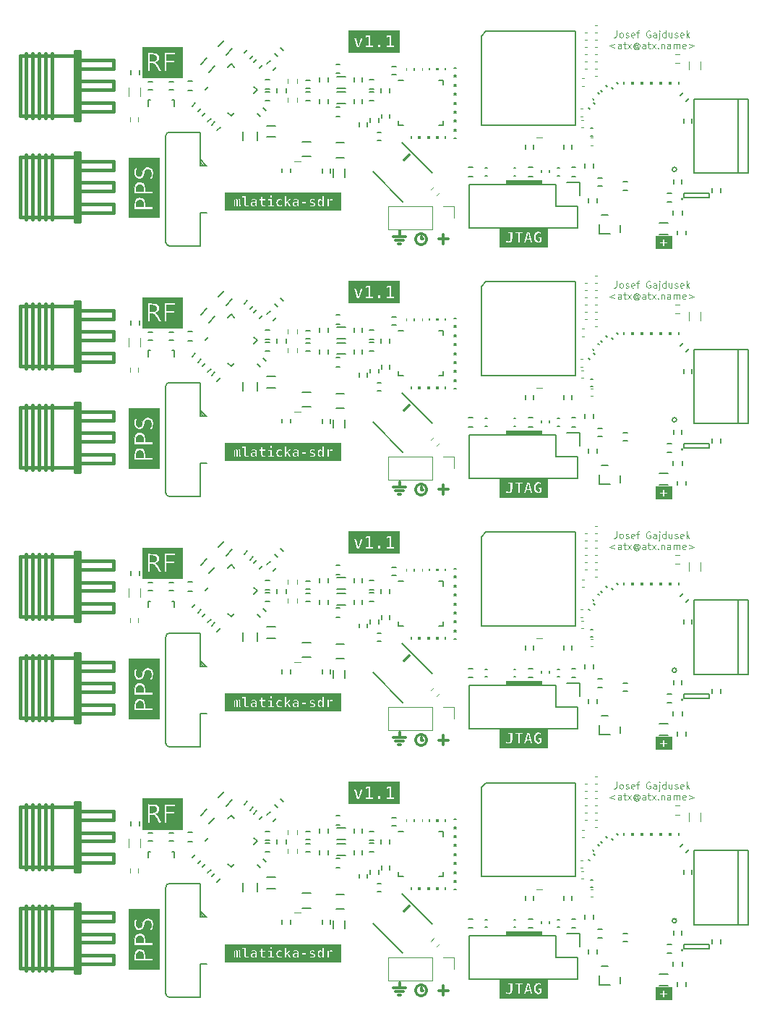
<source format=gbr>
G04 #@! TF.FileFunction,Legend,Top*
%FSLAX46Y46*%
G04 Gerber Fmt 4.6, Leading zero omitted, Abs format (unit mm)*
G04 Created by KiCad (PCBNEW 4.0.5) date Tue Apr 18 23:58:23 2017*
%MOMM*%
%LPD*%
G01*
G04 APERTURE LIST*
%ADD10C,0.050000*%
%ADD11C,0.300000*%
%ADD12C,0.100000*%
%ADD13C,0.150000*%
%ADD14C,0.120000*%
%ADD15C,0.010000*%
%ADD16C,0.200000*%
%ADD17C,0.381000*%
G04 APERTURE END LIST*
D10*
D11*
X57110000Y-99599524D02*
X57110000Y-99904286D01*
X57338572Y-99904286D01*
X56957619Y-99294762D02*
X57262381Y-99294762D01*
X57567143Y-99447143D01*
X57719524Y-99751905D01*
X57719524Y-100056667D01*
X57567143Y-100361429D01*
X57262381Y-100513810D01*
X56957619Y-100513810D01*
X56652857Y-100361429D01*
X56500476Y-100056667D01*
X56500476Y-99751905D01*
X56652857Y-99447143D01*
X56957619Y-99294762D01*
X59138572Y-99897143D02*
X60281429Y-99897143D01*
X59710000Y-100468571D02*
X59710000Y-99325714D01*
X53845715Y-99611429D02*
X55274286Y-99611429D01*
X54131429Y-100040000D02*
X54988572Y-100040000D01*
X54560000Y-98968571D02*
X54560000Y-99611429D01*
X54702858Y-100468571D02*
X54417143Y-100468571D01*
X59138572Y-129197143D02*
X60281429Y-129197143D01*
X59710000Y-129768571D02*
X59710000Y-128625714D01*
X57110000Y-128899524D02*
X57110000Y-129204286D01*
X57338572Y-129204286D01*
X56957619Y-128594762D02*
X57262381Y-128594762D01*
X57567143Y-128747143D01*
X57719524Y-129051905D01*
X57719524Y-129356667D01*
X57567143Y-129661429D01*
X57262381Y-129813810D01*
X56957619Y-129813810D01*
X56652857Y-129661429D01*
X56500476Y-129356667D01*
X56500476Y-129051905D01*
X56652857Y-128747143D01*
X56957619Y-128594762D01*
X53845715Y-128911429D02*
X55274286Y-128911429D01*
X54131429Y-129340000D02*
X54988572Y-129340000D01*
X54560000Y-128268571D02*
X54560000Y-128911429D01*
X54702858Y-129768571D02*
X54417143Y-129768571D01*
D12*
X79995714Y-75501905D02*
X79995714Y-76073333D01*
X79957618Y-76187619D01*
X79881428Y-76263810D01*
X79767142Y-76301905D01*
X79690952Y-76301905D01*
X80490952Y-76301905D02*
X80414761Y-76263810D01*
X80376666Y-76225714D01*
X80338571Y-76149524D01*
X80338571Y-75920952D01*
X80376666Y-75844762D01*
X80414761Y-75806667D01*
X80490952Y-75768571D01*
X80605238Y-75768571D01*
X80681428Y-75806667D01*
X80719523Y-75844762D01*
X80757619Y-75920952D01*
X80757619Y-76149524D01*
X80719523Y-76225714D01*
X80681428Y-76263810D01*
X80605238Y-76301905D01*
X80490952Y-76301905D01*
X81062381Y-76263810D02*
X81138571Y-76301905D01*
X81290952Y-76301905D01*
X81367143Y-76263810D01*
X81405238Y-76187619D01*
X81405238Y-76149524D01*
X81367143Y-76073333D01*
X81290952Y-76035238D01*
X81176667Y-76035238D01*
X81100476Y-75997143D01*
X81062381Y-75920952D01*
X81062381Y-75882857D01*
X81100476Y-75806667D01*
X81176667Y-75768571D01*
X81290952Y-75768571D01*
X81367143Y-75806667D01*
X82052857Y-76263810D02*
X81976667Y-76301905D01*
X81824286Y-76301905D01*
X81748095Y-76263810D01*
X81710000Y-76187619D01*
X81710000Y-75882857D01*
X81748095Y-75806667D01*
X81824286Y-75768571D01*
X81976667Y-75768571D01*
X82052857Y-75806667D01*
X82090952Y-75882857D01*
X82090952Y-75959048D01*
X81710000Y-76035238D01*
X82319523Y-75768571D02*
X82624285Y-75768571D01*
X82433809Y-76301905D02*
X82433809Y-75616190D01*
X82471904Y-75540000D01*
X82548095Y-75501905D01*
X82624285Y-75501905D01*
X83919524Y-75540000D02*
X83843333Y-75501905D01*
X83729048Y-75501905D01*
X83614762Y-75540000D01*
X83538571Y-75616190D01*
X83500476Y-75692381D01*
X83462381Y-75844762D01*
X83462381Y-75959048D01*
X83500476Y-76111429D01*
X83538571Y-76187619D01*
X83614762Y-76263810D01*
X83729048Y-76301905D01*
X83805238Y-76301905D01*
X83919524Y-76263810D01*
X83957619Y-76225714D01*
X83957619Y-75959048D01*
X83805238Y-75959048D01*
X84643333Y-76301905D02*
X84643333Y-75882857D01*
X84605238Y-75806667D01*
X84529048Y-75768571D01*
X84376667Y-75768571D01*
X84300476Y-75806667D01*
X84643333Y-76263810D02*
X84567143Y-76301905D01*
X84376667Y-76301905D01*
X84300476Y-76263810D01*
X84262381Y-76187619D01*
X84262381Y-76111429D01*
X84300476Y-76035238D01*
X84376667Y-75997143D01*
X84567143Y-75997143D01*
X84643333Y-75959048D01*
X85024286Y-75768571D02*
X85024286Y-76454286D01*
X84986191Y-76530476D01*
X84910000Y-76568571D01*
X84871905Y-76568571D01*
X85024286Y-75501905D02*
X84986191Y-75540000D01*
X85024286Y-75578095D01*
X85062381Y-75540000D01*
X85024286Y-75501905D01*
X85024286Y-75578095D01*
X85748095Y-76301905D02*
X85748095Y-75501905D01*
X85748095Y-76263810D02*
X85671905Y-76301905D01*
X85519524Y-76301905D01*
X85443333Y-76263810D01*
X85405238Y-76225714D01*
X85367143Y-76149524D01*
X85367143Y-75920952D01*
X85405238Y-75844762D01*
X85443333Y-75806667D01*
X85519524Y-75768571D01*
X85671905Y-75768571D01*
X85748095Y-75806667D01*
X86471905Y-75768571D02*
X86471905Y-76301905D01*
X86129048Y-75768571D02*
X86129048Y-76187619D01*
X86167143Y-76263810D01*
X86243334Y-76301905D01*
X86357620Y-76301905D01*
X86433810Y-76263810D01*
X86471905Y-76225714D01*
X86814763Y-76263810D02*
X86890953Y-76301905D01*
X87043334Y-76301905D01*
X87119525Y-76263810D01*
X87157620Y-76187619D01*
X87157620Y-76149524D01*
X87119525Y-76073333D01*
X87043334Y-76035238D01*
X86929049Y-76035238D01*
X86852858Y-75997143D01*
X86814763Y-75920952D01*
X86814763Y-75882857D01*
X86852858Y-75806667D01*
X86929049Y-75768571D01*
X87043334Y-75768571D01*
X87119525Y-75806667D01*
X87805239Y-76263810D02*
X87729049Y-76301905D01*
X87576668Y-76301905D01*
X87500477Y-76263810D01*
X87462382Y-76187619D01*
X87462382Y-75882857D01*
X87500477Y-75806667D01*
X87576668Y-75768571D01*
X87729049Y-75768571D01*
X87805239Y-75806667D01*
X87843334Y-75882857D01*
X87843334Y-75959048D01*
X87462382Y-76035238D01*
X88186191Y-76301905D02*
X88186191Y-75501905D01*
X88262382Y-75997143D02*
X88490953Y-76301905D01*
X88490953Y-75768571D02*
X88186191Y-76073333D01*
X79786190Y-77068571D02*
X79176666Y-77297143D01*
X79786190Y-77525714D01*
X80509999Y-77601905D02*
X80509999Y-77182857D01*
X80471904Y-77106667D01*
X80395714Y-77068571D01*
X80243333Y-77068571D01*
X80167142Y-77106667D01*
X80509999Y-77563810D02*
X80433809Y-77601905D01*
X80243333Y-77601905D01*
X80167142Y-77563810D01*
X80129047Y-77487619D01*
X80129047Y-77411429D01*
X80167142Y-77335238D01*
X80243333Y-77297143D01*
X80433809Y-77297143D01*
X80509999Y-77259048D01*
X80776666Y-77068571D02*
X81081428Y-77068571D01*
X80890952Y-76801905D02*
X80890952Y-77487619D01*
X80929047Y-77563810D01*
X81005238Y-77601905D01*
X81081428Y-77601905D01*
X81271905Y-77601905D02*
X81690952Y-77068571D01*
X81271905Y-77068571D02*
X81690952Y-77601905D01*
X82490952Y-77220952D02*
X82452857Y-77182857D01*
X82376667Y-77144762D01*
X82300476Y-77144762D01*
X82224286Y-77182857D01*
X82186190Y-77220952D01*
X82148095Y-77297143D01*
X82148095Y-77373333D01*
X82186190Y-77449524D01*
X82224286Y-77487619D01*
X82300476Y-77525714D01*
X82376667Y-77525714D01*
X82452857Y-77487619D01*
X82490952Y-77449524D01*
X82490952Y-77144762D02*
X82490952Y-77449524D01*
X82529048Y-77487619D01*
X82567143Y-77487619D01*
X82643333Y-77449524D01*
X82681428Y-77373333D01*
X82681428Y-77182857D01*
X82605238Y-77068571D01*
X82490952Y-76992381D01*
X82338571Y-76954286D01*
X82186190Y-76992381D01*
X82071905Y-77068571D01*
X81995714Y-77182857D01*
X81957619Y-77335238D01*
X81995714Y-77487619D01*
X82071905Y-77601905D01*
X82186190Y-77678095D01*
X82338571Y-77716190D01*
X82490952Y-77678095D01*
X82605238Y-77601905D01*
X83367142Y-77601905D02*
X83367142Y-77182857D01*
X83329047Y-77106667D01*
X83252857Y-77068571D01*
X83100476Y-77068571D01*
X83024285Y-77106667D01*
X83367142Y-77563810D02*
X83290952Y-77601905D01*
X83100476Y-77601905D01*
X83024285Y-77563810D01*
X82986190Y-77487619D01*
X82986190Y-77411429D01*
X83024285Y-77335238D01*
X83100476Y-77297143D01*
X83290952Y-77297143D01*
X83367142Y-77259048D01*
X83633809Y-77068571D02*
X83938571Y-77068571D01*
X83748095Y-76801905D02*
X83748095Y-77487619D01*
X83786190Y-77563810D01*
X83862381Y-77601905D01*
X83938571Y-77601905D01*
X84129048Y-77601905D02*
X84548095Y-77068571D01*
X84129048Y-77068571D02*
X84548095Y-77601905D01*
X84852857Y-77525714D02*
X84890952Y-77563810D01*
X84852857Y-77601905D01*
X84814762Y-77563810D01*
X84852857Y-77525714D01*
X84852857Y-77601905D01*
X85233809Y-77068571D02*
X85233809Y-77601905D01*
X85233809Y-77144762D02*
X85271904Y-77106667D01*
X85348095Y-77068571D01*
X85462381Y-77068571D01*
X85538571Y-77106667D01*
X85576666Y-77182857D01*
X85576666Y-77601905D01*
X86300476Y-77601905D02*
X86300476Y-77182857D01*
X86262381Y-77106667D01*
X86186191Y-77068571D01*
X86033810Y-77068571D01*
X85957619Y-77106667D01*
X86300476Y-77563810D02*
X86224286Y-77601905D01*
X86033810Y-77601905D01*
X85957619Y-77563810D01*
X85919524Y-77487619D01*
X85919524Y-77411429D01*
X85957619Y-77335238D01*
X86033810Y-77297143D01*
X86224286Y-77297143D01*
X86300476Y-77259048D01*
X86681429Y-77601905D02*
X86681429Y-77068571D01*
X86681429Y-77144762D02*
X86719524Y-77106667D01*
X86795715Y-77068571D01*
X86910001Y-77068571D01*
X86986191Y-77106667D01*
X87024286Y-77182857D01*
X87024286Y-77601905D01*
X87024286Y-77182857D02*
X87062382Y-77106667D01*
X87138572Y-77068571D01*
X87252858Y-77068571D01*
X87329048Y-77106667D01*
X87367143Y-77182857D01*
X87367143Y-77601905D01*
X88052858Y-77563810D02*
X87976668Y-77601905D01*
X87824287Y-77601905D01*
X87748096Y-77563810D01*
X87710001Y-77487619D01*
X87710001Y-77182857D01*
X87748096Y-77106667D01*
X87824287Y-77068571D01*
X87976668Y-77068571D01*
X88052858Y-77106667D01*
X88090953Y-77182857D01*
X88090953Y-77259048D01*
X87710001Y-77335238D01*
X88433810Y-77068571D02*
X89043334Y-77297143D01*
X88433810Y-77525714D01*
X79995714Y-104801905D02*
X79995714Y-105373333D01*
X79957618Y-105487619D01*
X79881428Y-105563810D01*
X79767142Y-105601905D01*
X79690952Y-105601905D01*
X80490952Y-105601905D02*
X80414761Y-105563810D01*
X80376666Y-105525714D01*
X80338571Y-105449524D01*
X80338571Y-105220952D01*
X80376666Y-105144762D01*
X80414761Y-105106667D01*
X80490952Y-105068571D01*
X80605238Y-105068571D01*
X80681428Y-105106667D01*
X80719523Y-105144762D01*
X80757619Y-105220952D01*
X80757619Y-105449524D01*
X80719523Y-105525714D01*
X80681428Y-105563810D01*
X80605238Y-105601905D01*
X80490952Y-105601905D01*
X81062381Y-105563810D02*
X81138571Y-105601905D01*
X81290952Y-105601905D01*
X81367143Y-105563810D01*
X81405238Y-105487619D01*
X81405238Y-105449524D01*
X81367143Y-105373333D01*
X81290952Y-105335238D01*
X81176667Y-105335238D01*
X81100476Y-105297143D01*
X81062381Y-105220952D01*
X81062381Y-105182857D01*
X81100476Y-105106667D01*
X81176667Y-105068571D01*
X81290952Y-105068571D01*
X81367143Y-105106667D01*
X82052857Y-105563810D02*
X81976667Y-105601905D01*
X81824286Y-105601905D01*
X81748095Y-105563810D01*
X81710000Y-105487619D01*
X81710000Y-105182857D01*
X81748095Y-105106667D01*
X81824286Y-105068571D01*
X81976667Y-105068571D01*
X82052857Y-105106667D01*
X82090952Y-105182857D01*
X82090952Y-105259048D01*
X81710000Y-105335238D01*
X82319523Y-105068571D02*
X82624285Y-105068571D01*
X82433809Y-105601905D02*
X82433809Y-104916190D01*
X82471904Y-104840000D01*
X82548095Y-104801905D01*
X82624285Y-104801905D01*
X83919524Y-104840000D02*
X83843333Y-104801905D01*
X83729048Y-104801905D01*
X83614762Y-104840000D01*
X83538571Y-104916190D01*
X83500476Y-104992381D01*
X83462381Y-105144762D01*
X83462381Y-105259048D01*
X83500476Y-105411429D01*
X83538571Y-105487619D01*
X83614762Y-105563810D01*
X83729048Y-105601905D01*
X83805238Y-105601905D01*
X83919524Y-105563810D01*
X83957619Y-105525714D01*
X83957619Y-105259048D01*
X83805238Y-105259048D01*
X84643333Y-105601905D02*
X84643333Y-105182857D01*
X84605238Y-105106667D01*
X84529048Y-105068571D01*
X84376667Y-105068571D01*
X84300476Y-105106667D01*
X84643333Y-105563810D02*
X84567143Y-105601905D01*
X84376667Y-105601905D01*
X84300476Y-105563810D01*
X84262381Y-105487619D01*
X84262381Y-105411429D01*
X84300476Y-105335238D01*
X84376667Y-105297143D01*
X84567143Y-105297143D01*
X84643333Y-105259048D01*
X85024286Y-105068571D02*
X85024286Y-105754286D01*
X84986191Y-105830476D01*
X84910000Y-105868571D01*
X84871905Y-105868571D01*
X85024286Y-104801905D02*
X84986191Y-104840000D01*
X85024286Y-104878095D01*
X85062381Y-104840000D01*
X85024286Y-104801905D01*
X85024286Y-104878095D01*
X85748095Y-105601905D02*
X85748095Y-104801905D01*
X85748095Y-105563810D02*
X85671905Y-105601905D01*
X85519524Y-105601905D01*
X85443333Y-105563810D01*
X85405238Y-105525714D01*
X85367143Y-105449524D01*
X85367143Y-105220952D01*
X85405238Y-105144762D01*
X85443333Y-105106667D01*
X85519524Y-105068571D01*
X85671905Y-105068571D01*
X85748095Y-105106667D01*
X86471905Y-105068571D02*
X86471905Y-105601905D01*
X86129048Y-105068571D02*
X86129048Y-105487619D01*
X86167143Y-105563810D01*
X86243334Y-105601905D01*
X86357620Y-105601905D01*
X86433810Y-105563810D01*
X86471905Y-105525714D01*
X86814763Y-105563810D02*
X86890953Y-105601905D01*
X87043334Y-105601905D01*
X87119525Y-105563810D01*
X87157620Y-105487619D01*
X87157620Y-105449524D01*
X87119525Y-105373333D01*
X87043334Y-105335238D01*
X86929049Y-105335238D01*
X86852858Y-105297143D01*
X86814763Y-105220952D01*
X86814763Y-105182857D01*
X86852858Y-105106667D01*
X86929049Y-105068571D01*
X87043334Y-105068571D01*
X87119525Y-105106667D01*
X87805239Y-105563810D02*
X87729049Y-105601905D01*
X87576668Y-105601905D01*
X87500477Y-105563810D01*
X87462382Y-105487619D01*
X87462382Y-105182857D01*
X87500477Y-105106667D01*
X87576668Y-105068571D01*
X87729049Y-105068571D01*
X87805239Y-105106667D01*
X87843334Y-105182857D01*
X87843334Y-105259048D01*
X87462382Y-105335238D01*
X88186191Y-105601905D02*
X88186191Y-104801905D01*
X88262382Y-105297143D02*
X88490953Y-105601905D01*
X88490953Y-105068571D02*
X88186191Y-105373333D01*
X79786190Y-106368571D02*
X79176666Y-106597143D01*
X79786190Y-106825714D01*
X80509999Y-106901905D02*
X80509999Y-106482857D01*
X80471904Y-106406667D01*
X80395714Y-106368571D01*
X80243333Y-106368571D01*
X80167142Y-106406667D01*
X80509999Y-106863810D02*
X80433809Y-106901905D01*
X80243333Y-106901905D01*
X80167142Y-106863810D01*
X80129047Y-106787619D01*
X80129047Y-106711429D01*
X80167142Y-106635238D01*
X80243333Y-106597143D01*
X80433809Y-106597143D01*
X80509999Y-106559048D01*
X80776666Y-106368571D02*
X81081428Y-106368571D01*
X80890952Y-106101905D02*
X80890952Y-106787619D01*
X80929047Y-106863810D01*
X81005238Y-106901905D01*
X81081428Y-106901905D01*
X81271905Y-106901905D02*
X81690952Y-106368571D01*
X81271905Y-106368571D02*
X81690952Y-106901905D01*
X82490952Y-106520952D02*
X82452857Y-106482857D01*
X82376667Y-106444762D01*
X82300476Y-106444762D01*
X82224286Y-106482857D01*
X82186190Y-106520952D01*
X82148095Y-106597143D01*
X82148095Y-106673333D01*
X82186190Y-106749524D01*
X82224286Y-106787619D01*
X82300476Y-106825714D01*
X82376667Y-106825714D01*
X82452857Y-106787619D01*
X82490952Y-106749524D01*
X82490952Y-106444762D02*
X82490952Y-106749524D01*
X82529048Y-106787619D01*
X82567143Y-106787619D01*
X82643333Y-106749524D01*
X82681428Y-106673333D01*
X82681428Y-106482857D01*
X82605238Y-106368571D01*
X82490952Y-106292381D01*
X82338571Y-106254286D01*
X82186190Y-106292381D01*
X82071905Y-106368571D01*
X81995714Y-106482857D01*
X81957619Y-106635238D01*
X81995714Y-106787619D01*
X82071905Y-106901905D01*
X82186190Y-106978095D01*
X82338571Y-107016190D01*
X82490952Y-106978095D01*
X82605238Y-106901905D01*
X83367142Y-106901905D02*
X83367142Y-106482857D01*
X83329047Y-106406667D01*
X83252857Y-106368571D01*
X83100476Y-106368571D01*
X83024285Y-106406667D01*
X83367142Y-106863810D02*
X83290952Y-106901905D01*
X83100476Y-106901905D01*
X83024285Y-106863810D01*
X82986190Y-106787619D01*
X82986190Y-106711429D01*
X83024285Y-106635238D01*
X83100476Y-106597143D01*
X83290952Y-106597143D01*
X83367142Y-106559048D01*
X83633809Y-106368571D02*
X83938571Y-106368571D01*
X83748095Y-106101905D02*
X83748095Y-106787619D01*
X83786190Y-106863810D01*
X83862381Y-106901905D01*
X83938571Y-106901905D01*
X84129048Y-106901905D02*
X84548095Y-106368571D01*
X84129048Y-106368571D02*
X84548095Y-106901905D01*
X84852857Y-106825714D02*
X84890952Y-106863810D01*
X84852857Y-106901905D01*
X84814762Y-106863810D01*
X84852857Y-106825714D01*
X84852857Y-106901905D01*
X85233809Y-106368571D02*
X85233809Y-106901905D01*
X85233809Y-106444762D02*
X85271904Y-106406667D01*
X85348095Y-106368571D01*
X85462381Y-106368571D01*
X85538571Y-106406667D01*
X85576666Y-106482857D01*
X85576666Y-106901905D01*
X86300476Y-106901905D02*
X86300476Y-106482857D01*
X86262381Y-106406667D01*
X86186191Y-106368571D01*
X86033810Y-106368571D01*
X85957619Y-106406667D01*
X86300476Y-106863810D02*
X86224286Y-106901905D01*
X86033810Y-106901905D01*
X85957619Y-106863810D01*
X85919524Y-106787619D01*
X85919524Y-106711429D01*
X85957619Y-106635238D01*
X86033810Y-106597143D01*
X86224286Y-106597143D01*
X86300476Y-106559048D01*
X86681429Y-106901905D02*
X86681429Y-106368571D01*
X86681429Y-106444762D02*
X86719524Y-106406667D01*
X86795715Y-106368571D01*
X86910001Y-106368571D01*
X86986191Y-106406667D01*
X87024286Y-106482857D01*
X87024286Y-106901905D01*
X87024286Y-106482857D02*
X87062382Y-106406667D01*
X87138572Y-106368571D01*
X87252858Y-106368571D01*
X87329048Y-106406667D01*
X87367143Y-106482857D01*
X87367143Y-106901905D01*
X88052858Y-106863810D02*
X87976668Y-106901905D01*
X87824287Y-106901905D01*
X87748096Y-106863810D01*
X87710001Y-106787619D01*
X87710001Y-106482857D01*
X87748096Y-106406667D01*
X87824287Y-106368571D01*
X87976668Y-106368571D01*
X88052858Y-106406667D01*
X88090953Y-106482857D01*
X88090953Y-106559048D01*
X87710001Y-106635238D01*
X88433810Y-106368571D02*
X89043334Y-106597143D01*
X88433810Y-106825714D01*
X79995714Y-46201905D02*
X79995714Y-46773333D01*
X79957618Y-46887619D01*
X79881428Y-46963810D01*
X79767142Y-47001905D01*
X79690952Y-47001905D01*
X80490952Y-47001905D02*
X80414761Y-46963810D01*
X80376666Y-46925714D01*
X80338571Y-46849524D01*
X80338571Y-46620952D01*
X80376666Y-46544762D01*
X80414761Y-46506667D01*
X80490952Y-46468571D01*
X80605238Y-46468571D01*
X80681428Y-46506667D01*
X80719523Y-46544762D01*
X80757619Y-46620952D01*
X80757619Y-46849524D01*
X80719523Y-46925714D01*
X80681428Y-46963810D01*
X80605238Y-47001905D01*
X80490952Y-47001905D01*
X81062381Y-46963810D02*
X81138571Y-47001905D01*
X81290952Y-47001905D01*
X81367143Y-46963810D01*
X81405238Y-46887619D01*
X81405238Y-46849524D01*
X81367143Y-46773333D01*
X81290952Y-46735238D01*
X81176667Y-46735238D01*
X81100476Y-46697143D01*
X81062381Y-46620952D01*
X81062381Y-46582857D01*
X81100476Y-46506667D01*
X81176667Y-46468571D01*
X81290952Y-46468571D01*
X81367143Y-46506667D01*
X82052857Y-46963810D02*
X81976667Y-47001905D01*
X81824286Y-47001905D01*
X81748095Y-46963810D01*
X81710000Y-46887619D01*
X81710000Y-46582857D01*
X81748095Y-46506667D01*
X81824286Y-46468571D01*
X81976667Y-46468571D01*
X82052857Y-46506667D01*
X82090952Y-46582857D01*
X82090952Y-46659048D01*
X81710000Y-46735238D01*
X82319523Y-46468571D02*
X82624285Y-46468571D01*
X82433809Y-47001905D02*
X82433809Y-46316190D01*
X82471904Y-46240000D01*
X82548095Y-46201905D01*
X82624285Y-46201905D01*
X83919524Y-46240000D02*
X83843333Y-46201905D01*
X83729048Y-46201905D01*
X83614762Y-46240000D01*
X83538571Y-46316190D01*
X83500476Y-46392381D01*
X83462381Y-46544762D01*
X83462381Y-46659048D01*
X83500476Y-46811429D01*
X83538571Y-46887619D01*
X83614762Y-46963810D01*
X83729048Y-47001905D01*
X83805238Y-47001905D01*
X83919524Y-46963810D01*
X83957619Y-46925714D01*
X83957619Y-46659048D01*
X83805238Y-46659048D01*
X84643333Y-47001905D02*
X84643333Y-46582857D01*
X84605238Y-46506667D01*
X84529048Y-46468571D01*
X84376667Y-46468571D01*
X84300476Y-46506667D01*
X84643333Y-46963810D02*
X84567143Y-47001905D01*
X84376667Y-47001905D01*
X84300476Y-46963810D01*
X84262381Y-46887619D01*
X84262381Y-46811429D01*
X84300476Y-46735238D01*
X84376667Y-46697143D01*
X84567143Y-46697143D01*
X84643333Y-46659048D01*
X85024286Y-46468571D02*
X85024286Y-47154286D01*
X84986191Y-47230476D01*
X84910000Y-47268571D01*
X84871905Y-47268571D01*
X85024286Y-46201905D02*
X84986191Y-46240000D01*
X85024286Y-46278095D01*
X85062381Y-46240000D01*
X85024286Y-46201905D01*
X85024286Y-46278095D01*
X85748095Y-47001905D02*
X85748095Y-46201905D01*
X85748095Y-46963810D02*
X85671905Y-47001905D01*
X85519524Y-47001905D01*
X85443333Y-46963810D01*
X85405238Y-46925714D01*
X85367143Y-46849524D01*
X85367143Y-46620952D01*
X85405238Y-46544762D01*
X85443333Y-46506667D01*
X85519524Y-46468571D01*
X85671905Y-46468571D01*
X85748095Y-46506667D01*
X86471905Y-46468571D02*
X86471905Y-47001905D01*
X86129048Y-46468571D02*
X86129048Y-46887619D01*
X86167143Y-46963810D01*
X86243334Y-47001905D01*
X86357620Y-47001905D01*
X86433810Y-46963810D01*
X86471905Y-46925714D01*
X86814763Y-46963810D02*
X86890953Y-47001905D01*
X87043334Y-47001905D01*
X87119525Y-46963810D01*
X87157620Y-46887619D01*
X87157620Y-46849524D01*
X87119525Y-46773333D01*
X87043334Y-46735238D01*
X86929049Y-46735238D01*
X86852858Y-46697143D01*
X86814763Y-46620952D01*
X86814763Y-46582857D01*
X86852858Y-46506667D01*
X86929049Y-46468571D01*
X87043334Y-46468571D01*
X87119525Y-46506667D01*
X87805239Y-46963810D02*
X87729049Y-47001905D01*
X87576668Y-47001905D01*
X87500477Y-46963810D01*
X87462382Y-46887619D01*
X87462382Y-46582857D01*
X87500477Y-46506667D01*
X87576668Y-46468571D01*
X87729049Y-46468571D01*
X87805239Y-46506667D01*
X87843334Y-46582857D01*
X87843334Y-46659048D01*
X87462382Y-46735238D01*
X88186191Y-47001905D02*
X88186191Y-46201905D01*
X88262382Y-46697143D02*
X88490953Y-47001905D01*
X88490953Y-46468571D02*
X88186191Y-46773333D01*
X79786190Y-47768571D02*
X79176666Y-47997143D01*
X79786190Y-48225714D01*
X80509999Y-48301905D02*
X80509999Y-47882857D01*
X80471904Y-47806667D01*
X80395714Y-47768571D01*
X80243333Y-47768571D01*
X80167142Y-47806667D01*
X80509999Y-48263810D02*
X80433809Y-48301905D01*
X80243333Y-48301905D01*
X80167142Y-48263810D01*
X80129047Y-48187619D01*
X80129047Y-48111429D01*
X80167142Y-48035238D01*
X80243333Y-47997143D01*
X80433809Y-47997143D01*
X80509999Y-47959048D01*
X80776666Y-47768571D02*
X81081428Y-47768571D01*
X80890952Y-47501905D02*
X80890952Y-48187619D01*
X80929047Y-48263810D01*
X81005238Y-48301905D01*
X81081428Y-48301905D01*
X81271905Y-48301905D02*
X81690952Y-47768571D01*
X81271905Y-47768571D02*
X81690952Y-48301905D01*
X82490952Y-47920952D02*
X82452857Y-47882857D01*
X82376667Y-47844762D01*
X82300476Y-47844762D01*
X82224286Y-47882857D01*
X82186190Y-47920952D01*
X82148095Y-47997143D01*
X82148095Y-48073333D01*
X82186190Y-48149524D01*
X82224286Y-48187619D01*
X82300476Y-48225714D01*
X82376667Y-48225714D01*
X82452857Y-48187619D01*
X82490952Y-48149524D01*
X82490952Y-47844762D02*
X82490952Y-48149524D01*
X82529048Y-48187619D01*
X82567143Y-48187619D01*
X82643333Y-48149524D01*
X82681428Y-48073333D01*
X82681428Y-47882857D01*
X82605238Y-47768571D01*
X82490952Y-47692381D01*
X82338571Y-47654286D01*
X82186190Y-47692381D01*
X82071905Y-47768571D01*
X81995714Y-47882857D01*
X81957619Y-48035238D01*
X81995714Y-48187619D01*
X82071905Y-48301905D01*
X82186190Y-48378095D01*
X82338571Y-48416190D01*
X82490952Y-48378095D01*
X82605238Y-48301905D01*
X83367142Y-48301905D02*
X83367142Y-47882857D01*
X83329047Y-47806667D01*
X83252857Y-47768571D01*
X83100476Y-47768571D01*
X83024285Y-47806667D01*
X83367142Y-48263810D02*
X83290952Y-48301905D01*
X83100476Y-48301905D01*
X83024285Y-48263810D01*
X82986190Y-48187619D01*
X82986190Y-48111429D01*
X83024285Y-48035238D01*
X83100476Y-47997143D01*
X83290952Y-47997143D01*
X83367142Y-47959048D01*
X83633809Y-47768571D02*
X83938571Y-47768571D01*
X83748095Y-47501905D02*
X83748095Y-48187619D01*
X83786190Y-48263810D01*
X83862381Y-48301905D01*
X83938571Y-48301905D01*
X84129048Y-48301905D02*
X84548095Y-47768571D01*
X84129048Y-47768571D02*
X84548095Y-48301905D01*
X84852857Y-48225714D02*
X84890952Y-48263810D01*
X84852857Y-48301905D01*
X84814762Y-48263810D01*
X84852857Y-48225714D01*
X84852857Y-48301905D01*
X85233809Y-47768571D02*
X85233809Y-48301905D01*
X85233809Y-47844762D02*
X85271904Y-47806667D01*
X85348095Y-47768571D01*
X85462381Y-47768571D01*
X85538571Y-47806667D01*
X85576666Y-47882857D01*
X85576666Y-48301905D01*
X86300476Y-48301905D02*
X86300476Y-47882857D01*
X86262381Y-47806667D01*
X86186191Y-47768571D01*
X86033810Y-47768571D01*
X85957619Y-47806667D01*
X86300476Y-48263810D02*
X86224286Y-48301905D01*
X86033810Y-48301905D01*
X85957619Y-48263810D01*
X85919524Y-48187619D01*
X85919524Y-48111429D01*
X85957619Y-48035238D01*
X86033810Y-47997143D01*
X86224286Y-47997143D01*
X86300476Y-47959048D01*
X86681429Y-48301905D02*
X86681429Y-47768571D01*
X86681429Y-47844762D02*
X86719524Y-47806667D01*
X86795715Y-47768571D01*
X86910001Y-47768571D01*
X86986191Y-47806667D01*
X87024286Y-47882857D01*
X87024286Y-48301905D01*
X87024286Y-47882857D02*
X87062382Y-47806667D01*
X87138572Y-47768571D01*
X87252858Y-47768571D01*
X87329048Y-47806667D01*
X87367143Y-47882857D01*
X87367143Y-48301905D01*
X88052858Y-48263810D02*
X87976668Y-48301905D01*
X87824287Y-48301905D01*
X87748096Y-48263810D01*
X87710001Y-48187619D01*
X87710001Y-47882857D01*
X87748096Y-47806667D01*
X87824287Y-47768571D01*
X87976668Y-47768571D01*
X88052858Y-47806667D01*
X88090953Y-47882857D01*
X88090953Y-47959048D01*
X87710001Y-48035238D01*
X88433810Y-47768571D02*
X89043334Y-47997143D01*
X88433810Y-48225714D01*
D11*
X53845715Y-70311429D02*
X55274286Y-70311429D01*
X54131429Y-70740000D02*
X54988572Y-70740000D01*
X54560000Y-69668571D02*
X54560000Y-70311429D01*
X54702858Y-71168571D02*
X54417143Y-71168571D01*
X57110000Y-70299524D02*
X57110000Y-70604286D01*
X57338572Y-70604286D01*
X56957619Y-69994762D02*
X57262381Y-69994762D01*
X57567143Y-70147143D01*
X57719524Y-70451905D01*
X57719524Y-70756667D01*
X57567143Y-71061429D01*
X57262381Y-71213810D01*
X56957619Y-71213810D01*
X56652857Y-71061429D01*
X56500476Y-70756667D01*
X56500476Y-70451905D01*
X56652857Y-70147143D01*
X56957619Y-69994762D01*
X59138572Y-70597143D02*
X60281429Y-70597143D01*
X59710000Y-71168571D02*
X59710000Y-70025714D01*
X59138572Y-41297143D02*
X60281429Y-41297143D01*
X59710000Y-41868571D02*
X59710000Y-40725714D01*
X57110000Y-40999524D02*
X57110000Y-41304286D01*
X57338572Y-41304286D01*
X56957619Y-40694762D02*
X57262381Y-40694762D01*
X57567143Y-40847143D01*
X57719524Y-41151905D01*
X57719524Y-41456667D01*
X57567143Y-41761429D01*
X57262381Y-41913810D01*
X56957619Y-41913810D01*
X56652857Y-41761429D01*
X56500476Y-41456667D01*
X56500476Y-41151905D01*
X56652857Y-40847143D01*
X56957619Y-40694762D01*
X53845715Y-41011429D02*
X55274286Y-41011429D01*
X54131429Y-41440000D02*
X54988572Y-41440000D01*
X54560000Y-40368571D02*
X54560000Y-41011429D01*
X54702858Y-41868571D02*
X54417143Y-41868571D01*
D12*
X79995714Y-16901905D02*
X79995714Y-17473333D01*
X79957618Y-17587619D01*
X79881428Y-17663810D01*
X79767142Y-17701905D01*
X79690952Y-17701905D01*
X80490952Y-17701905D02*
X80414761Y-17663810D01*
X80376666Y-17625714D01*
X80338571Y-17549524D01*
X80338571Y-17320952D01*
X80376666Y-17244762D01*
X80414761Y-17206667D01*
X80490952Y-17168571D01*
X80605238Y-17168571D01*
X80681428Y-17206667D01*
X80719523Y-17244762D01*
X80757619Y-17320952D01*
X80757619Y-17549524D01*
X80719523Y-17625714D01*
X80681428Y-17663810D01*
X80605238Y-17701905D01*
X80490952Y-17701905D01*
X81062381Y-17663810D02*
X81138571Y-17701905D01*
X81290952Y-17701905D01*
X81367143Y-17663810D01*
X81405238Y-17587619D01*
X81405238Y-17549524D01*
X81367143Y-17473333D01*
X81290952Y-17435238D01*
X81176667Y-17435238D01*
X81100476Y-17397143D01*
X81062381Y-17320952D01*
X81062381Y-17282857D01*
X81100476Y-17206667D01*
X81176667Y-17168571D01*
X81290952Y-17168571D01*
X81367143Y-17206667D01*
X82052857Y-17663810D02*
X81976667Y-17701905D01*
X81824286Y-17701905D01*
X81748095Y-17663810D01*
X81710000Y-17587619D01*
X81710000Y-17282857D01*
X81748095Y-17206667D01*
X81824286Y-17168571D01*
X81976667Y-17168571D01*
X82052857Y-17206667D01*
X82090952Y-17282857D01*
X82090952Y-17359048D01*
X81710000Y-17435238D01*
X82319523Y-17168571D02*
X82624285Y-17168571D01*
X82433809Y-17701905D02*
X82433809Y-17016190D01*
X82471904Y-16940000D01*
X82548095Y-16901905D01*
X82624285Y-16901905D01*
X83919524Y-16940000D02*
X83843333Y-16901905D01*
X83729048Y-16901905D01*
X83614762Y-16940000D01*
X83538571Y-17016190D01*
X83500476Y-17092381D01*
X83462381Y-17244762D01*
X83462381Y-17359048D01*
X83500476Y-17511429D01*
X83538571Y-17587619D01*
X83614762Y-17663810D01*
X83729048Y-17701905D01*
X83805238Y-17701905D01*
X83919524Y-17663810D01*
X83957619Y-17625714D01*
X83957619Y-17359048D01*
X83805238Y-17359048D01*
X84643333Y-17701905D02*
X84643333Y-17282857D01*
X84605238Y-17206667D01*
X84529048Y-17168571D01*
X84376667Y-17168571D01*
X84300476Y-17206667D01*
X84643333Y-17663810D02*
X84567143Y-17701905D01*
X84376667Y-17701905D01*
X84300476Y-17663810D01*
X84262381Y-17587619D01*
X84262381Y-17511429D01*
X84300476Y-17435238D01*
X84376667Y-17397143D01*
X84567143Y-17397143D01*
X84643333Y-17359048D01*
X85024286Y-17168571D02*
X85024286Y-17854286D01*
X84986191Y-17930476D01*
X84910000Y-17968571D01*
X84871905Y-17968571D01*
X85024286Y-16901905D02*
X84986191Y-16940000D01*
X85024286Y-16978095D01*
X85062381Y-16940000D01*
X85024286Y-16901905D01*
X85024286Y-16978095D01*
X85748095Y-17701905D02*
X85748095Y-16901905D01*
X85748095Y-17663810D02*
X85671905Y-17701905D01*
X85519524Y-17701905D01*
X85443333Y-17663810D01*
X85405238Y-17625714D01*
X85367143Y-17549524D01*
X85367143Y-17320952D01*
X85405238Y-17244762D01*
X85443333Y-17206667D01*
X85519524Y-17168571D01*
X85671905Y-17168571D01*
X85748095Y-17206667D01*
X86471905Y-17168571D02*
X86471905Y-17701905D01*
X86129048Y-17168571D02*
X86129048Y-17587619D01*
X86167143Y-17663810D01*
X86243334Y-17701905D01*
X86357620Y-17701905D01*
X86433810Y-17663810D01*
X86471905Y-17625714D01*
X86814763Y-17663810D02*
X86890953Y-17701905D01*
X87043334Y-17701905D01*
X87119525Y-17663810D01*
X87157620Y-17587619D01*
X87157620Y-17549524D01*
X87119525Y-17473333D01*
X87043334Y-17435238D01*
X86929049Y-17435238D01*
X86852858Y-17397143D01*
X86814763Y-17320952D01*
X86814763Y-17282857D01*
X86852858Y-17206667D01*
X86929049Y-17168571D01*
X87043334Y-17168571D01*
X87119525Y-17206667D01*
X87805239Y-17663810D02*
X87729049Y-17701905D01*
X87576668Y-17701905D01*
X87500477Y-17663810D01*
X87462382Y-17587619D01*
X87462382Y-17282857D01*
X87500477Y-17206667D01*
X87576668Y-17168571D01*
X87729049Y-17168571D01*
X87805239Y-17206667D01*
X87843334Y-17282857D01*
X87843334Y-17359048D01*
X87462382Y-17435238D01*
X88186191Y-17701905D02*
X88186191Y-16901905D01*
X88262382Y-17397143D02*
X88490953Y-17701905D01*
X88490953Y-17168571D02*
X88186191Y-17473333D01*
X79786190Y-18468571D02*
X79176666Y-18697143D01*
X79786190Y-18925714D01*
X80509999Y-19001905D02*
X80509999Y-18582857D01*
X80471904Y-18506667D01*
X80395714Y-18468571D01*
X80243333Y-18468571D01*
X80167142Y-18506667D01*
X80509999Y-18963810D02*
X80433809Y-19001905D01*
X80243333Y-19001905D01*
X80167142Y-18963810D01*
X80129047Y-18887619D01*
X80129047Y-18811429D01*
X80167142Y-18735238D01*
X80243333Y-18697143D01*
X80433809Y-18697143D01*
X80509999Y-18659048D01*
X80776666Y-18468571D02*
X81081428Y-18468571D01*
X80890952Y-18201905D02*
X80890952Y-18887619D01*
X80929047Y-18963810D01*
X81005238Y-19001905D01*
X81081428Y-19001905D01*
X81271905Y-19001905D02*
X81690952Y-18468571D01*
X81271905Y-18468571D02*
X81690952Y-19001905D01*
X82490952Y-18620952D02*
X82452857Y-18582857D01*
X82376667Y-18544762D01*
X82300476Y-18544762D01*
X82224286Y-18582857D01*
X82186190Y-18620952D01*
X82148095Y-18697143D01*
X82148095Y-18773333D01*
X82186190Y-18849524D01*
X82224286Y-18887619D01*
X82300476Y-18925714D01*
X82376667Y-18925714D01*
X82452857Y-18887619D01*
X82490952Y-18849524D01*
X82490952Y-18544762D02*
X82490952Y-18849524D01*
X82529048Y-18887619D01*
X82567143Y-18887619D01*
X82643333Y-18849524D01*
X82681428Y-18773333D01*
X82681428Y-18582857D01*
X82605238Y-18468571D01*
X82490952Y-18392381D01*
X82338571Y-18354286D01*
X82186190Y-18392381D01*
X82071905Y-18468571D01*
X81995714Y-18582857D01*
X81957619Y-18735238D01*
X81995714Y-18887619D01*
X82071905Y-19001905D01*
X82186190Y-19078095D01*
X82338571Y-19116190D01*
X82490952Y-19078095D01*
X82605238Y-19001905D01*
X83367142Y-19001905D02*
X83367142Y-18582857D01*
X83329047Y-18506667D01*
X83252857Y-18468571D01*
X83100476Y-18468571D01*
X83024285Y-18506667D01*
X83367142Y-18963810D02*
X83290952Y-19001905D01*
X83100476Y-19001905D01*
X83024285Y-18963810D01*
X82986190Y-18887619D01*
X82986190Y-18811429D01*
X83024285Y-18735238D01*
X83100476Y-18697143D01*
X83290952Y-18697143D01*
X83367142Y-18659048D01*
X83633809Y-18468571D02*
X83938571Y-18468571D01*
X83748095Y-18201905D02*
X83748095Y-18887619D01*
X83786190Y-18963810D01*
X83862381Y-19001905D01*
X83938571Y-19001905D01*
X84129048Y-19001905D02*
X84548095Y-18468571D01*
X84129048Y-18468571D02*
X84548095Y-19001905D01*
X84852857Y-18925714D02*
X84890952Y-18963810D01*
X84852857Y-19001905D01*
X84814762Y-18963810D01*
X84852857Y-18925714D01*
X84852857Y-19001905D01*
X85233809Y-18468571D02*
X85233809Y-19001905D01*
X85233809Y-18544762D02*
X85271904Y-18506667D01*
X85348095Y-18468571D01*
X85462381Y-18468571D01*
X85538571Y-18506667D01*
X85576666Y-18582857D01*
X85576666Y-19001905D01*
X86300476Y-19001905D02*
X86300476Y-18582857D01*
X86262381Y-18506667D01*
X86186191Y-18468571D01*
X86033810Y-18468571D01*
X85957619Y-18506667D01*
X86300476Y-18963810D02*
X86224286Y-19001905D01*
X86033810Y-19001905D01*
X85957619Y-18963810D01*
X85919524Y-18887619D01*
X85919524Y-18811429D01*
X85957619Y-18735238D01*
X86033810Y-18697143D01*
X86224286Y-18697143D01*
X86300476Y-18659048D01*
X86681429Y-19001905D02*
X86681429Y-18468571D01*
X86681429Y-18544762D02*
X86719524Y-18506667D01*
X86795715Y-18468571D01*
X86910001Y-18468571D01*
X86986191Y-18506667D01*
X87024286Y-18582857D01*
X87024286Y-19001905D01*
X87024286Y-18582857D02*
X87062382Y-18506667D01*
X87138572Y-18468571D01*
X87252858Y-18468571D01*
X87329048Y-18506667D01*
X87367143Y-18582857D01*
X87367143Y-19001905D01*
X88052858Y-18963810D02*
X87976668Y-19001905D01*
X87824287Y-19001905D01*
X87748096Y-18963810D01*
X87710001Y-18887619D01*
X87710001Y-18582857D01*
X87748096Y-18506667D01*
X87824287Y-18468571D01*
X87976668Y-18468571D01*
X88052858Y-18506667D01*
X88090953Y-18582857D01*
X88090953Y-18659048D01*
X87710001Y-18735238D01*
X88433810Y-18468571D02*
X89043334Y-18697143D01*
X88433810Y-18925714D01*
D13*
X74785000Y-89340000D02*
X74785000Y-88840000D01*
X73835000Y-88840000D02*
X73835000Y-89340000D01*
X70260000Y-89340000D02*
X70260000Y-88840000D01*
X69310000Y-88840000D02*
X69310000Y-89340000D01*
D14*
X75790000Y-85530000D02*
X76030000Y-85530000D01*
X76030000Y-84650000D02*
X75790000Y-84650000D01*
X76290000Y-79980000D02*
X76530000Y-79980000D01*
X76530000Y-79100000D02*
X76290000Y-79100000D01*
X76290000Y-78280000D02*
X76530000Y-78280000D01*
X76530000Y-77400000D02*
X76290000Y-77400000D01*
X76290000Y-76580000D02*
X76530000Y-76580000D01*
X76530000Y-75700000D02*
X76290000Y-75700000D01*
D13*
X64710000Y-75590000D02*
X64160000Y-76140000D01*
X64710000Y-75590000D02*
X75160000Y-75590000D01*
X64160000Y-76140000D02*
X64160000Y-86590000D01*
X64160000Y-86590000D02*
X75160000Y-86590000D01*
X75160000Y-75590000D02*
X75160000Y-86590000D01*
X68175000Y-91600000D02*
X67945000Y-91600000D01*
X67945000Y-92480000D02*
X68175000Y-92480000D01*
X70185000Y-91515000D02*
X69685000Y-91515000D01*
X69685000Y-92565000D02*
X70185000Y-92565000D01*
D15*
G36*
X71188182Y-93445909D02*
X67031819Y-93445909D01*
X67031819Y-92984091D01*
X71188182Y-92984091D01*
X71188182Y-93445909D01*
X71188182Y-93445909D01*
G37*
X71188182Y-93445909D02*
X67031819Y-93445909D01*
X67031819Y-92984091D01*
X71188182Y-92984091D01*
X71188182Y-93445909D01*
D13*
X72100000Y-92055000D02*
X72100000Y-91825000D01*
X71220000Y-91825000D02*
X71220000Y-92055000D01*
D12*
X70610000Y-88040000D02*
X71310000Y-88040000D01*
D13*
X80410000Y-98290000D02*
X80410000Y-99090000D01*
D16*
X78010000Y-99290000D02*
X79210000Y-99290000D01*
X78010000Y-98190000D02*
X78010000Y-99290000D01*
D13*
X79010000Y-97090000D02*
X78210000Y-97090000D01*
X77810000Y-93715000D02*
X78310000Y-93715000D01*
X78310000Y-92765000D02*
X77810000Y-92765000D01*
X80760000Y-94165000D02*
X81260000Y-94165000D01*
X81260000Y-93215000D02*
X80760000Y-93215000D01*
X76735000Y-95140000D02*
X76735000Y-95640000D01*
X77685000Y-95640000D02*
X77685000Y-95140000D01*
X64595000Y-92480000D02*
X64825000Y-92480000D01*
X64825000Y-91600000D02*
X64595000Y-91600000D01*
X62610000Y-92565000D02*
X63110000Y-92565000D01*
X63110000Y-91515000D02*
X62610000Y-91515000D01*
D15*
G36*
X71904000Y-100757200D02*
X66316000Y-100757200D01*
X66316000Y-99943679D01*
X66976400Y-99943679D01*
X66976400Y-100247662D01*
X67097050Y-100286293D01*
X67212988Y-100310442D01*
X67342919Y-100317399D01*
X67469484Y-100308018D01*
X67575323Y-100283154D01*
X67622758Y-100260443D01*
X67668572Y-100225416D01*
X67704295Y-100183195D01*
X67731341Y-100127163D01*
X67751124Y-100050705D01*
X67765058Y-99947205D01*
X67774559Y-99810049D01*
X67781040Y-99632621D01*
X67784024Y-99506250D01*
X67794956Y-98979200D01*
X68043200Y-98979200D01*
X68043200Y-99207800D01*
X68373400Y-99207800D01*
X68373400Y-100300000D01*
X68652800Y-100300000D01*
X68652800Y-100278564D01*
X69092613Y-100278564D01*
X69109849Y-100293690D01*
X69159706Y-100299310D01*
X69218171Y-100300000D01*
X69355166Y-100300000D01*
X69428356Y-99982500D01*
X69607426Y-99975131D01*
X69786495Y-99967762D01*
X69823294Y-100127531D01*
X69860092Y-100287300D01*
X69993046Y-100294977D01*
X70067049Y-100295769D01*
X70114786Y-100289582D01*
X70124812Y-100282277D01*
X70118047Y-100253201D01*
X70099609Y-100181860D01*
X70071289Y-100074972D01*
X70034880Y-99939255D01*
X69992172Y-99781425D01*
X69950069Y-99626900D01*
X69940040Y-99590203D01*
X70253769Y-99590203D01*
X70261170Y-99780329D01*
X70300227Y-99951655D01*
X70368734Y-100097322D01*
X70464486Y-100210470D01*
X70565717Y-100275985D01*
X70716030Y-100318451D01*
X70874564Y-100318570D01*
X71023848Y-100276627D01*
X71041368Y-100268250D01*
X71154700Y-100211100D01*
X71161831Y-99899950D01*
X71168963Y-99588800D01*
X70732679Y-99588800D01*
X70740489Y-99696750D01*
X70748182Y-99764716D01*
X70767182Y-99797206D01*
X70811077Y-99809494D01*
X70843550Y-99812583D01*
X70902531Y-99820011D01*
X70930145Y-99839259D01*
X70938296Y-99885298D01*
X70938800Y-99932339D01*
X70923944Y-100025550D01*
X70878827Y-100078070D01*
X70802626Y-100090612D01*
X70762700Y-100084473D01*
X70668621Y-100038967D01*
X70597497Y-99951277D01*
X70551481Y-99825564D01*
X70532728Y-99665992D01*
X70532400Y-99639600D01*
X70547034Y-99471364D01*
X70589255Y-99340557D01*
X70656537Y-99249387D01*
X70746352Y-99200065D01*
X70856175Y-99194800D01*
X70983481Y-99235803D01*
X70990198Y-99239076D01*
X71116600Y-99301632D01*
X71116600Y-99168574D01*
X71114739Y-99090302D01*
X71102570Y-99045998D01*
X71070212Y-99018833D01*
X71014485Y-98994657D01*
X70854091Y-98955106D01*
X70699104Y-98962320D01*
X70556977Y-99012307D01*
X70435160Y-99101074D01*
X70341106Y-99224627D01*
X70282265Y-99378973D01*
X70280228Y-99388136D01*
X70253769Y-99590203D01*
X69940040Y-99590203D01*
X69776513Y-98991900D01*
X69608356Y-98984389D01*
X69523464Y-98982316D01*
X69463019Y-98984121D01*
X69440200Y-98989361D01*
X69433818Y-99015961D01*
X69416127Y-99083532D01*
X69389305Y-99184071D01*
X69355530Y-99309572D01*
X69316981Y-99452031D01*
X69275838Y-99603444D01*
X69234278Y-99755806D01*
X69194481Y-99901112D01*
X69158625Y-100031358D01*
X69128889Y-100138539D01*
X69107451Y-100214651D01*
X69097227Y-100249428D01*
X69092613Y-100278564D01*
X68652800Y-100278564D01*
X68652800Y-99207800D01*
X68983000Y-99207800D01*
X68983000Y-98979200D01*
X68043200Y-98979200D01*
X67794956Y-98979200D01*
X67794957Y-98979199D01*
X67487278Y-98979199D01*
X67179600Y-98979200D01*
X67179600Y-99207800D01*
X67509800Y-99207800D01*
X67509800Y-99585986D01*
X67509135Y-99735341D01*
X67506488Y-99842752D01*
X67500878Y-99917065D01*
X67491324Y-99967124D01*
X67476846Y-100001776D01*
X67461231Y-100024136D01*
X67392977Y-100070734D01*
X67298962Y-100084444D01*
X67191787Y-100065683D01*
X67084048Y-100014867D01*
X67078844Y-100011474D01*
X66976400Y-99943679D01*
X66316000Y-99943679D01*
X66316000Y-98598200D01*
X71904000Y-98598200D01*
X71904000Y-100757200D01*
X71904000Y-100757200D01*
G37*
X71904000Y-100757200D02*
X66316000Y-100757200D01*
X66316000Y-99943679D01*
X66976400Y-99943679D01*
X66976400Y-100247662D01*
X67097050Y-100286293D01*
X67212988Y-100310442D01*
X67342919Y-100317399D01*
X67469484Y-100308018D01*
X67575323Y-100283154D01*
X67622758Y-100260443D01*
X67668572Y-100225416D01*
X67704295Y-100183195D01*
X67731341Y-100127163D01*
X67751124Y-100050705D01*
X67765058Y-99947205D01*
X67774559Y-99810049D01*
X67781040Y-99632621D01*
X67784024Y-99506250D01*
X67794956Y-98979200D01*
X68043200Y-98979200D01*
X68043200Y-99207800D01*
X68373400Y-99207800D01*
X68373400Y-100300000D01*
X68652800Y-100300000D01*
X68652800Y-100278564D01*
X69092613Y-100278564D01*
X69109849Y-100293690D01*
X69159706Y-100299310D01*
X69218171Y-100300000D01*
X69355166Y-100300000D01*
X69428356Y-99982500D01*
X69607426Y-99975131D01*
X69786495Y-99967762D01*
X69823294Y-100127531D01*
X69860092Y-100287300D01*
X69993046Y-100294977D01*
X70067049Y-100295769D01*
X70114786Y-100289582D01*
X70124812Y-100282277D01*
X70118047Y-100253201D01*
X70099609Y-100181860D01*
X70071289Y-100074972D01*
X70034880Y-99939255D01*
X69992172Y-99781425D01*
X69950069Y-99626900D01*
X69940040Y-99590203D01*
X70253769Y-99590203D01*
X70261170Y-99780329D01*
X70300227Y-99951655D01*
X70368734Y-100097322D01*
X70464486Y-100210470D01*
X70565717Y-100275985D01*
X70716030Y-100318451D01*
X70874564Y-100318570D01*
X71023848Y-100276627D01*
X71041368Y-100268250D01*
X71154700Y-100211100D01*
X71161831Y-99899950D01*
X71168963Y-99588800D01*
X70732679Y-99588800D01*
X70740489Y-99696750D01*
X70748182Y-99764716D01*
X70767182Y-99797206D01*
X70811077Y-99809494D01*
X70843550Y-99812583D01*
X70902531Y-99820011D01*
X70930145Y-99839259D01*
X70938296Y-99885298D01*
X70938800Y-99932339D01*
X70923944Y-100025550D01*
X70878827Y-100078070D01*
X70802626Y-100090612D01*
X70762700Y-100084473D01*
X70668621Y-100038967D01*
X70597497Y-99951277D01*
X70551481Y-99825564D01*
X70532728Y-99665992D01*
X70532400Y-99639600D01*
X70547034Y-99471364D01*
X70589255Y-99340557D01*
X70656537Y-99249387D01*
X70746352Y-99200065D01*
X70856175Y-99194800D01*
X70983481Y-99235803D01*
X70990198Y-99239076D01*
X71116600Y-99301632D01*
X71116600Y-99168574D01*
X71114739Y-99090302D01*
X71102570Y-99045998D01*
X71070212Y-99018833D01*
X71014485Y-98994657D01*
X70854091Y-98955106D01*
X70699104Y-98962320D01*
X70556977Y-99012307D01*
X70435160Y-99101074D01*
X70341106Y-99224627D01*
X70282265Y-99378973D01*
X70280228Y-99388136D01*
X70253769Y-99590203D01*
X69940040Y-99590203D01*
X69776513Y-98991900D01*
X69608356Y-98984389D01*
X69523464Y-98982316D01*
X69463019Y-98984121D01*
X69440200Y-98989361D01*
X69433818Y-99015961D01*
X69416127Y-99083532D01*
X69389305Y-99184071D01*
X69355530Y-99309572D01*
X69316981Y-99452031D01*
X69275838Y-99603444D01*
X69234278Y-99755806D01*
X69194481Y-99901112D01*
X69158625Y-100031358D01*
X69128889Y-100138539D01*
X69107451Y-100214651D01*
X69097227Y-100249428D01*
X69092613Y-100278564D01*
X68652800Y-100278564D01*
X68652800Y-99207800D01*
X68983000Y-99207800D01*
X68983000Y-98979200D01*
X68043200Y-98979200D01*
X67794956Y-98979200D01*
X67794957Y-98979199D01*
X67487278Y-98979199D01*
X67179600Y-98979200D01*
X67179600Y-99207800D01*
X67509800Y-99207800D01*
X67509800Y-99585986D01*
X67509135Y-99735341D01*
X67506488Y-99842752D01*
X67500878Y-99917065D01*
X67491324Y-99967124D01*
X67476846Y-100001776D01*
X67461231Y-100024136D01*
X67392977Y-100070734D01*
X67298962Y-100084444D01*
X67191787Y-100065683D01*
X67084048Y-100014867D01*
X67078844Y-100011474D01*
X66976400Y-99943679D01*
X66316000Y-99943679D01*
X66316000Y-98598200D01*
X71904000Y-98598200D01*
X71904000Y-100757200D01*
G36*
X69664781Y-99463551D02*
X69688454Y-99568270D01*
X69707005Y-99654011D01*
X69717926Y-99708978D01*
X69719775Y-99722150D01*
X69696944Y-99733495D01*
X69639360Y-99740313D01*
X69604816Y-99741200D01*
X69534903Y-99738963D01*
X69503884Y-99727804D01*
X69499905Y-99701045D01*
X69503328Y-99684050D01*
X69515241Y-99632651D01*
X69534771Y-99548191D01*
X69558118Y-99447110D01*
X69563118Y-99425451D01*
X69609612Y-99224002D01*
X69664781Y-99463551D01*
X69664781Y-99463551D01*
G37*
X69664781Y-99463551D02*
X69688454Y-99568270D01*
X69707005Y-99654011D01*
X69717926Y-99708978D01*
X69719775Y-99722150D01*
X69696944Y-99733495D01*
X69639360Y-99740313D01*
X69604816Y-99741200D01*
X69534903Y-99738963D01*
X69503884Y-99727804D01*
X69499905Y-99701045D01*
X69503328Y-99684050D01*
X69515241Y-99632651D01*
X69534771Y-99548191D01*
X69558118Y-99447110D01*
X69563118Y-99425451D01*
X69609612Y-99224002D01*
X69664781Y-99463551D01*
D13*
X75210000Y-91515000D02*
X74710000Y-91515000D01*
X74710000Y-92565000D02*
X75210000Y-92565000D01*
X73300000Y-91600000D02*
X73070000Y-91600000D01*
X73070000Y-92480000D02*
X73300000Y-92480000D01*
X75410000Y-98600000D02*
X62710000Y-98600000D01*
X62710000Y-98600000D02*
X62710000Y-93520000D01*
X62710000Y-93520000D02*
X72870000Y-93520000D01*
X75410000Y-98600000D02*
X75410000Y-96060000D01*
X75690000Y-94790000D02*
X75690000Y-93240000D01*
X75410000Y-96060000D02*
X72870000Y-96060000D01*
X72870000Y-96060000D02*
X72870000Y-93520000D01*
X75690000Y-93240000D02*
X74140000Y-93240000D01*
X87800901Y-82727348D02*
X87447348Y-83080901D01*
X88119099Y-83752652D02*
X88472652Y-83399099D01*
X87250000Y-81705000D02*
X87250000Y-81475000D01*
X86370000Y-81475000D02*
X86370000Y-81705000D01*
D14*
X86860000Y-79320000D02*
X87360000Y-79320000D01*
X87360000Y-78260000D02*
X86860000Y-78260000D01*
D13*
X87835000Y-85790000D02*
X87835000Y-86290000D01*
X88785000Y-86290000D02*
X88785000Y-85790000D01*
X95440000Y-92190000D02*
X95440000Y-83490000D01*
X89035000Y-92190000D02*
X89035000Y-83490000D01*
X89035000Y-83490000D02*
X95440000Y-83490000D01*
X94210000Y-83490000D02*
X94210000Y-92190000D01*
X95440000Y-92190000D02*
X89035000Y-92190000D01*
X77285000Y-91540000D02*
X77285000Y-91040000D01*
X76235000Y-91040000D02*
X76235000Y-91540000D01*
D14*
X75830000Y-86830000D02*
X76070000Y-86830000D01*
X76070000Y-85950000D02*
X75830000Y-85950000D01*
D13*
X77175000Y-86950000D02*
X76945000Y-86950000D01*
X76945000Y-87830000D02*
X77175000Y-87830000D01*
D14*
X76940000Y-88930000D02*
X77180000Y-88930000D01*
X77180000Y-88050000D02*
X76940000Y-88050000D01*
D13*
X77952444Y-82960190D02*
X77789810Y-82797556D01*
X77167556Y-83419810D02*
X77330190Y-83582444D01*
X77452444Y-84110190D02*
X77289810Y-83947556D01*
X76667556Y-84569810D02*
X76830190Y-84732444D01*
D14*
X75940000Y-81980000D02*
X76180000Y-81980000D01*
X76180000Y-81100000D02*
X75940000Y-81100000D01*
D13*
X78902444Y-82060190D02*
X78739810Y-81897556D01*
X78117556Y-82519810D02*
X78280190Y-82682444D01*
D14*
X89790000Y-79090000D02*
X89790000Y-80090000D01*
X88430000Y-80090000D02*
X88430000Y-79090000D01*
D13*
X82850000Y-81705000D02*
X82850000Y-81475000D01*
X81970000Y-81475000D02*
X81970000Y-81705000D01*
X80202444Y-81710190D02*
X80039810Y-81547556D01*
X79417556Y-82169810D02*
X79580190Y-82332444D01*
X83950000Y-81705000D02*
X83950000Y-81475000D01*
X83070000Y-81475000D02*
X83070000Y-81705000D01*
X85050000Y-81705000D02*
X85050000Y-81475000D01*
X84170000Y-81475000D02*
X84170000Y-81705000D01*
X86150000Y-81705000D02*
X86150000Y-81475000D01*
X85270000Y-81475000D02*
X85270000Y-81705000D01*
X87010000Y-91740000D02*
G75*
G03X87010000Y-91740000I-250000J0D01*
G01*
X81750000Y-81705000D02*
X81750000Y-81475000D01*
X80870000Y-81475000D02*
X80870000Y-81705000D01*
D14*
X77490000Y-77430000D02*
X77730000Y-77430000D01*
X77730000Y-76550000D02*
X77490000Y-76550000D01*
X77490000Y-80830000D02*
X77730000Y-80830000D01*
X77730000Y-79950000D02*
X77490000Y-79950000D01*
X77490000Y-75730000D02*
X77730000Y-75730000D01*
X77730000Y-74850000D02*
X77490000Y-74850000D01*
X77490000Y-79130000D02*
X77730000Y-79130000D01*
X77730000Y-78250000D02*
X77490000Y-78250000D01*
D13*
X87250000Y-111005000D02*
X87250000Y-110775000D01*
X86370000Y-110775000D02*
X86370000Y-111005000D01*
D14*
X89790000Y-108390000D02*
X89790000Y-109390000D01*
X88430000Y-109390000D02*
X88430000Y-108390000D01*
X86860000Y-108620000D02*
X87360000Y-108620000D01*
X87360000Y-107560000D02*
X86860000Y-107560000D01*
D13*
X91135000Y-93940000D02*
X91135000Y-94440000D01*
X92185000Y-94440000D02*
X92185000Y-93940000D01*
X87760000Y-95190000D02*
G75*
G03X87760000Y-95190000I-100000J0D01*
G01*
X87910000Y-94540000D02*
X87910000Y-95040000D01*
X90810000Y-94540000D02*
X87910000Y-94540000D01*
X90810000Y-95040000D02*
X90810000Y-94540000D01*
X87910000Y-95040000D02*
X90810000Y-95040000D01*
D15*
G36*
X86441333Y-100968133D02*
X84578667Y-100968133D01*
X84578667Y-100206133D01*
X85035866Y-100206133D01*
X85035866Y-100392399D01*
X85374533Y-100392399D01*
X85374533Y-100731066D01*
X85577733Y-100731066D01*
X85577733Y-100392399D01*
X85916400Y-100392399D01*
X85916400Y-100206133D01*
X85578918Y-100206133D01*
X85574092Y-100032566D01*
X85569266Y-99859000D01*
X85471900Y-99853921D01*
X85374533Y-99848843D01*
X85374533Y-100206133D01*
X85035866Y-100206133D01*
X84578667Y-100206133D01*
X84578667Y-99528800D01*
X86441333Y-99528800D01*
X86441333Y-100968133D01*
X86441333Y-100968133D01*
G37*
X86441333Y-100968133D02*
X84578667Y-100968133D01*
X84578667Y-100206133D01*
X85035866Y-100206133D01*
X85035866Y-100392399D01*
X85374533Y-100392399D01*
X85374533Y-100731066D01*
X85577733Y-100731066D01*
X85577733Y-100392399D01*
X85916400Y-100392399D01*
X85916400Y-100206133D01*
X85578918Y-100206133D01*
X85574092Y-100032566D01*
X85569266Y-99859000D01*
X85471900Y-99853921D01*
X85374533Y-99848843D01*
X85374533Y-100206133D01*
X85035866Y-100206133D01*
X84578667Y-100206133D01*
X84578667Y-99528800D01*
X86441333Y-99528800D01*
X86441333Y-100968133D01*
D13*
X85010000Y-98015000D02*
X86010000Y-98015000D01*
X86010000Y-99365000D02*
X85010000Y-99365000D01*
X86410000Y-94515000D02*
X85910000Y-94515000D01*
X85910000Y-95565000D02*
X86410000Y-95565000D01*
X86635000Y-96540000D02*
X86635000Y-97040000D01*
X87685000Y-97040000D02*
X87685000Y-96540000D01*
X86685000Y-92940000D02*
X86685000Y-93440000D01*
X87635000Y-93440000D02*
X87635000Y-92940000D01*
X88135000Y-99390000D02*
X88135000Y-98890000D01*
X87085000Y-98890000D02*
X87085000Y-99390000D01*
X81750000Y-111005000D02*
X81750000Y-110775000D01*
X80870000Y-110775000D02*
X80870000Y-111005000D01*
X82850000Y-111005000D02*
X82850000Y-110775000D01*
X81970000Y-110775000D02*
X81970000Y-111005000D01*
X86150000Y-111005000D02*
X86150000Y-110775000D01*
X85270000Y-110775000D02*
X85270000Y-111005000D01*
X83950000Y-111005000D02*
X83950000Y-110775000D01*
X83070000Y-110775000D02*
X83070000Y-111005000D01*
X85050000Y-111005000D02*
X85050000Y-110775000D01*
X84170000Y-110775000D02*
X84170000Y-111005000D01*
X87800901Y-112027348D02*
X87447348Y-112380901D01*
X88119099Y-113052652D02*
X88472652Y-112699099D01*
X91135000Y-123240000D02*
X91135000Y-123740000D01*
X92185000Y-123740000D02*
X92185000Y-123240000D01*
D15*
G36*
X86441333Y-130268133D02*
X84578667Y-130268133D01*
X84578667Y-129506133D01*
X85035866Y-129506133D01*
X85035866Y-129692399D01*
X85374533Y-129692399D01*
X85374533Y-130031066D01*
X85577733Y-130031066D01*
X85577733Y-129692399D01*
X85916400Y-129692399D01*
X85916400Y-129506133D01*
X85578918Y-129506133D01*
X85574092Y-129332566D01*
X85569266Y-129159000D01*
X85471900Y-129153921D01*
X85374533Y-129148843D01*
X85374533Y-129506133D01*
X85035866Y-129506133D01*
X84578667Y-129506133D01*
X84578667Y-128828800D01*
X86441333Y-128828800D01*
X86441333Y-130268133D01*
X86441333Y-130268133D01*
G37*
X86441333Y-130268133D02*
X84578667Y-130268133D01*
X84578667Y-129506133D01*
X85035866Y-129506133D01*
X85035866Y-129692399D01*
X85374533Y-129692399D01*
X85374533Y-130031066D01*
X85577733Y-130031066D01*
X85577733Y-129692399D01*
X85916400Y-129692399D01*
X85916400Y-129506133D01*
X85578918Y-129506133D01*
X85574092Y-129332566D01*
X85569266Y-129159000D01*
X85471900Y-129153921D01*
X85374533Y-129148843D01*
X85374533Y-129506133D01*
X85035866Y-129506133D01*
X84578667Y-129506133D01*
X84578667Y-128828800D01*
X86441333Y-128828800D01*
X86441333Y-130268133D01*
D13*
X88135000Y-128690000D02*
X88135000Y-128190000D01*
X87085000Y-128190000D02*
X87085000Y-128690000D01*
X85010000Y-127315000D02*
X86010000Y-127315000D01*
X86010000Y-128665000D02*
X85010000Y-128665000D01*
X86685000Y-122240000D02*
X86685000Y-122740000D01*
X87635000Y-122740000D02*
X87635000Y-122240000D01*
X87760000Y-124490000D02*
G75*
G03X87760000Y-124490000I-100000J0D01*
G01*
X87910000Y-123840000D02*
X87910000Y-124340000D01*
X90810000Y-123840000D02*
X87910000Y-123840000D01*
X90810000Y-124340000D02*
X90810000Y-123840000D01*
X87910000Y-124340000D02*
X90810000Y-124340000D01*
X86410000Y-123815000D02*
X85910000Y-123815000D01*
X85910000Y-124865000D02*
X86410000Y-124865000D01*
X86635000Y-125840000D02*
X86635000Y-126340000D01*
X87685000Y-126340000D02*
X87685000Y-125840000D01*
X87010000Y-121040000D02*
G75*
G03X87010000Y-121040000I-250000J0D01*
G01*
X87835000Y-115090000D02*
X87835000Y-115590000D01*
X88785000Y-115590000D02*
X88785000Y-115090000D01*
X95440000Y-121490000D02*
X95440000Y-112790000D01*
X89035000Y-121490000D02*
X89035000Y-112790000D01*
X89035000Y-112790000D02*
X95440000Y-112790000D01*
X94210000Y-112790000D02*
X94210000Y-121490000D01*
X95440000Y-121490000D02*
X89035000Y-121490000D01*
X77810000Y-123015000D02*
X78310000Y-123015000D01*
X78310000Y-122065000D02*
X77810000Y-122065000D01*
X80760000Y-123465000D02*
X81260000Y-123465000D01*
X81260000Y-122515000D02*
X80760000Y-122515000D01*
X80410000Y-127590000D02*
X80410000Y-128390000D01*
D16*
X78010000Y-128590000D02*
X79210000Y-128590000D01*
X78010000Y-127490000D02*
X78010000Y-128590000D01*
D13*
X79010000Y-126390000D02*
X78210000Y-126390000D01*
X76735000Y-124440000D02*
X76735000Y-124940000D01*
X77685000Y-124940000D02*
X77685000Y-124440000D01*
D14*
X58604437Y-123080883D02*
X58250883Y-123434437D01*
X58915563Y-124099117D02*
X59269117Y-123745563D01*
X58380000Y-125360000D02*
X53240000Y-125360000D01*
X53240000Y-125360000D02*
X53240000Y-128020000D01*
X53240000Y-128020000D02*
X58380000Y-128020000D01*
X58380000Y-128020000D02*
X58380000Y-125360000D01*
X59650000Y-125360000D02*
X60980000Y-125360000D01*
X60980000Y-125360000D02*
X60980000Y-126690000D01*
D13*
X56995000Y-117150000D02*
X56995000Y-117380000D01*
X57875000Y-117380000D02*
X57875000Y-117150000D01*
X59095000Y-117150000D02*
X59095000Y-117380000D01*
X59975000Y-117380000D02*
X59975000Y-117150000D01*
X58045000Y-117150000D02*
X58045000Y-117380000D01*
X58925000Y-117380000D02*
X58925000Y-117150000D01*
D11*
X55122132Y-119905076D02*
X55687817Y-119339390D01*
D13*
X58374823Y-121460711D02*
X54839289Y-117925177D01*
X54980711Y-124854823D02*
X51445177Y-121319289D01*
X55945000Y-117150000D02*
X55945000Y-117380000D01*
X56825000Y-117380000D02*
X56825000Y-117150000D01*
X60970000Y-115305000D02*
X61200000Y-115305000D01*
X61200000Y-114425000D02*
X60970000Y-114425000D01*
X60970000Y-114255000D02*
X61200000Y-114255000D01*
X61200000Y-113375000D02*
X60970000Y-113375000D01*
X60970000Y-117405000D02*
X61200000Y-117405000D01*
X61200000Y-116525000D02*
X60970000Y-116525000D01*
X60970000Y-116355000D02*
X61200000Y-116355000D01*
X61200000Y-115475000D02*
X60970000Y-115475000D01*
X58925000Y-109380000D02*
X58925000Y-109150000D01*
X58045000Y-109150000D02*
X58045000Y-109380000D01*
X59975000Y-109380000D02*
X59975000Y-109150000D01*
X59095000Y-109150000D02*
X59095000Y-109380000D01*
X60970000Y-112155000D02*
X61200000Y-112155000D01*
X61200000Y-111275000D02*
X60970000Y-111275000D01*
X60965000Y-110055000D02*
X61195000Y-110055000D01*
X61195000Y-109175000D02*
X60965000Y-109175000D01*
X60970000Y-113205000D02*
X61200000Y-113205000D01*
X61200000Y-112325000D02*
X60970000Y-112325000D01*
X60965000Y-111105000D02*
X61195000Y-111105000D01*
X61195000Y-110225000D02*
X60965000Y-110225000D01*
X59710000Y-110640000D02*
X59710000Y-111165000D01*
X54460000Y-115890000D02*
X54460000Y-115365000D01*
X59710000Y-115890000D02*
X59710000Y-115365000D01*
X54460000Y-110640000D02*
X54985000Y-110640000D01*
X54460000Y-115890000D02*
X54985000Y-115890000D01*
X59710000Y-115890000D02*
X59185000Y-115890000D01*
X59710000Y-110640000D02*
X59185000Y-110640000D01*
D14*
X56320000Y-109170000D02*
X56320000Y-109410000D01*
X57200000Y-109410000D02*
X57200000Y-109170000D01*
X56200000Y-109410000D02*
X56200000Y-109170000D01*
X55320000Y-109170000D02*
X55320000Y-109410000D01*
D13*
X53385000Y-112040000D02*
X53385000Y-111540000D01*
X52435000Y-111540000D02*
X52435000Y-112040000D01*
X53660000Y-109965000D02*
X54160000Y-109965000D01*
X54160000Y-109015000D02*
X53660000Y-109015000D01*
X53410000Y-115065000D02*
X53410000Y-114565000D01*
X52460000Y-114565000D02*
X52460000Y-115065000D01*
X77285000Y-120840000D02*
X77285000Y-120340000D01*
X76235000Y-120340000D02*
X76235000Y-120840000D01*
X75210000Y-120815000D02*
X74710000Y-120815000D01*
X74710000Y-121865000D02*
X75210000Y-121865000D01*
X75410000Y-127900000D02*
X62710000Y-127900000D01*
X62710000Y-127900000D02*
X62710000Y-122820000D01*
X62710000Y-122820000D02*
X72870000Y-122820000D01*
X75410000Y-127900000D02*
X75410000Y-125360000D01*
X75690000Y-124090000D02*
X75690000Y-122540000D01*
X75410000Y-125360000D02*
X72870000Y-125360000D01*
X72870000Y-125360000D02*
X72870000Y-122820000D01*
X75690000Y-122540000D02*
X74140000Y-122540000D01*
X72100000Y-121355000D02*
X72100000Y-121125000D01*
X71220000Y-121125000D02*
X71220000Y-121355000D01*
D15*
G36*
X71188182Y-122745909D02*
X67031819Y-122745909D01*
X67031819Y-122284091D01*
X71188182Y-122284091D01*
X71188182Y-122745909D01*
X71188182Y-122745909D01*
G37*
X71188182Y-122745909D02*
X67031819Y-122745909D01*
X67031819Y-122284091D01*
X71188182Y-122284091D01*
X71188182Y-122745909D01*
D13*
X70185000Y-120815000D02*
X69685000Y-120815000D01*
X69685000Y-121865000D02*
X70185000Y-121865000D01*
D15*
G36*
X71904000Y-130057200D02*
X66316000Y-130057200D01*
X66316000Y-129243679D01*
X66976400Y-129243679D01*
X66976400Y-129547662D01*
X67097050Y-129586293D01*
X67212988Y-129610442D01*
X67342919Y-129617399D01*
X67469484Y-129608018D01*
X67575323Y-129583154D01*
X67622758Y-129560443D01*
X67668572Y-129525416D01*
X67704295Y-129483195D01*
X67731341Y-129427163D01*
X67751124Y-129350705D01*
X67765058Y-129247205D01*
X67774559Y-129110049D01*
X67781040Y-128932621D01*
X67784024Y-128806250D01*
X67794956Y-128279200D01*
X68043200Y-128279200D01*
X68043200Y-128507800D01*
X68373400Y-128507800D01*
X68373400Y-129600000D01*
X68652800Y-129600000D01*
X68652800Y-129578564D01*
X69092613Y-129578564D01*
X69109849Y-129593690D01*
X69159706Y-129599310D01*
X69218171Y-129600000D01*
X69355166Y-129600000D01*
X69428356Y-129282500D01*
X69607426Y-129275131D01*
X69786495Y-129267762D01*
X69823294Y-129427531D01*
X69860092Y-129587300D01*
X69993046Y-129594977D01*
X70067049Y-129595769D01*
X70114786Y-129589582D01*
X70124812Y-129582277D01*
X70118047Y-129553201D01*
X70099609Y-129481860D01*
X70071289Y-129374972D01*
X70034880Y-129239255D01*
X69992172Y-129081425D01*
X69950069Y-128926900D01*
X69940040Y-128890203D01*
X70253769Y-128890203D01*
X70261170Y-129080329D01*
X70300227Y-129251655D01*
X70368734Y-129397322D01*
X70464486Y-129510470D01*
X70565717Y-129575985D01*
X70716030Y-129618451D01*
X70874564Y-129618570D01*
X71023848Y-129576627D01*
X71041368Y-129568250D01*
X71154700Y-129511100D01*
X71161831Y-129199950D01*
X71168963Y-128888800D01*
X70732679Y-128888800D01*
X70740489Y-128996750D01*
X70748182Y-129064716D01*
X70767182Y-129097206D01*
X70811077Y-129109494D01*
X70843550Y-129112583D01*
X70902531Y-129120011D01*
X70930145Y-129139259D01*
X70938296Y-129185298D01*
X70938800Y-129232339D01*
X70923944Y-129325550D01*
X70878827Y-129378070D01*
X70802626Y-129390612D01*
X70762700Y-129384473D01*
X70668621Y-129338967D01*
X70597497Y-129251277D01*
X70551481Y-129125564D01*
X70532728Y-128965992D01*
X70532400Y-128939600D01*
X70547034Y-128771364D01*
X70589255Y-128640557D01*
X70656537Y-128549387D01*
X70746352Y-128500065D01*
X70856175Y-128494800D01*
X70983481Y-128535803D01*
X70990198Y-128539076D01*
X71116600Y-128601632D01*
X71116600Y-128468574D01*
X71114739Y-128390302D01*
X71102570Y-128345998D01*
X71070212Y-128318833D01*
X71014485Y-128294657D01*
X70854091Y-128255106D01*
X70699104Y-128262320D01*
X70556977Y-128312307D01*
X70435160Y-128401074D01*
X70341106Y-128524627D01*
X70282265Y-128678973D01*
X70280228Y-128688136D01*
X70253769Y-128890203D01*
X69940040Y-128890203D01*
X69776513Y-128291900D01*
X69608356Y-128284389D01*
X69523464Y-128282316D01*
X69463019Y-128284121D01*
X69440200Y-128289361D01*
X69433818Y-128315961D01*
X69416127Y-128383532D01*
X69389305Y-128484071D01*
X69355530Y-128609572D01*
X69316981Y-128752031D01*
X69275838Y-128903444D01*
X69234278Y-129055806D01*
X69194481Y-129201112D01*
X69158625Y-129331358D01*
X69128889Y-129438539D01*
X69107451Y-129514651D01*
X69097227Y-129549428D01*
X69092613Y-129578564D01*
X68652800Y-129578564D01*
X68652800Y-128507800D01*
X68983000Y-128507800D01*
X68983000Y-128279200D01*
X68043200Y-128279200D01*
X67794956Y-128279200D01*
X67794957Y-128279199D01*
X67487278Y-128279199D01*
X67179600Y-128279200D01*
X67179600Y-128507800D01*
X67509800Y-128507800D01*
X67509800Y-128885986D01*
X67509135Y-129035341D01*
X67506488Y-129142752D01*
X67500878Y-129217065D01*
X67491324Y-129267124D01*
X67476846Y-129301776D01*
X67461231Y-129324136D01*
X67392977Y-129370734D01*
X67298962Y-129384444D01*
X67191787Y-129365683D01*
X67084048Y-129314867D01*
X67078844Y-129311474D01*
X66976400Y-129243679D01*
X66316000Y-129243679D01*
X66316000Y-127898200D01*
X71904000Y-127898200D01*
X71904000Y-130057200D01*
X71904000Y-130057200D01*
G37*
X71904000Y-130057200D02*
X66316000Y-130057200D01*
X66316000Y-129243679D01*
X66976400Y-129243679D01*
X66976400Y-129547662D01*
X67097050Y-129586293D01*
X67212988Y-129610442D01*
X67342919Y-129617399D01*
X67469484Y-129608018D01*
X67575323Y-129583154D01*
X67622758Y-129560443D01*
X67668572Y-129525416D01*
X67704295Y-129483195D01*
X67731341Y-129427163D01*
X67751124Y-129350705D01*
X67765058Y-129247205D01*
X67774559Y-129110049D01*
X67781040Y-128932621D01*
X67784024Y-128806250D01*
X67794956Y-128279200D01*
X68043200Y-128279200D01*
X68043200Y-128507800D01*
X68373400Y-128507800D01*
X68373400Y-129600000D01*
X68652800Y-129600000D01*
X68652800Y-129578564D01*
X69092613Y-129578564D01*
X69109849Y-129593690D01*
X69159706Y-129599310D01*
X69218171Y-129600000D01*
X69355166Y-129600000D01*
X69428356Y-129282500D01*
X69607426Y-129275131D01*
X69786495Y-129267762D01*
X69823294Y-129427531D01*
X69860092Y-129587300D01*
X69993046Y-129594977D01*
X70067049Y-129595769D01*
X70114786Y-129589582D01*
X70124812Y-129582277D01*
X70118047Y-129553201D01*
X70099609Y-129481860D01*
X70071289Y-129374972D01*
X70034880Y-129239255D01*
X69992172Y-129081425D01*
X69950069Y-128926900D01*
X69940040Y-128890203D01*
X70253769Y-128890203D01*
X70261170Y-129080329D01*
X70300227Y-129251655D01*
X70368734Y-129397322D01*
X70464486Y-129510470D01*
X70565717Y-129575985D01*
X70716030Y-129618451D01*
X70874564Y-129618570D01*
X71023848Y-129576627D01*
X71041368Y-129568250D01*
X71154700Y-129511100D01*
X71161831Y-129199950D01*
X71168963Y-128888800D01*
X70732679Y-128888800D01*
X70740489Y-128996750D01*
X70748182Y-129064716D01*
X70767182Y-129097206D01*
X70811077Y-129109494D01*
X70843550Y-129112583D01*
X70902531Y-129120011D01*
X70930145Y-129139259D01*
X70938296Y-129185298D01*
X70938800Y-129232339D01*
X70923944Y-129325550D01*
X70878827Y-129378070D01*
X70802626Y-129390612D01*
X70762700Y-129384473D01*
X70668621Y-129338967D01*
X70597497Y-129251277D01*
X70551481Y-129125564D01*
X70532728Y-128965992D01*
X70532400Y-128939600D01*
X70547034Y-128771364D01*
X70589255Y-128640557D01*
X70656537Y-128549387D01*
X70746352Y-128500065D01*
X70856175Y-128494800D01*
X70983481Y-128535803D01*
X70990198Y-128539076D01*
X71116600Y-128601632D01*
X71116600Y-128468574D01*
X71114739Y-128390302D01*
X71102570Y-128345998D01*
X71070212Y-128318833D01*
X71014485Y-128294657D01*
X70854091Y-128255106D01*
X70699104Y-128262320D01*
X70556977Y-128312307D01*
X70435160Y-128401074D01*
X70341106Y-128524627D01*
X70282265Y-128678973D01*
X70280228Y-128688136D01*
X70253769Y-128890203D01*
X69940040Y-128890203D01*
X69776513Y-128291900D01*
X69608356Y-128284389D01*
X69523464Y-128282316D01*
X69463019Y-128284121D01*
X69440200Y-128289361D01*
X69433818Y-128315961D01*
X69416127Y-128383532D01*
X69389305Y-128484071D01*
X69355530Y-128609572D01*
X69316981Y-128752031D01*
X69275838Y-128903444D01*
X69234278Y-129055806D01*
X69194481Y-129201112D01*
X69158625Y-129331358D01*
X69128889Y-129438539D01*
X69107451Y-129514651D01*
X69097227Y-129549428D01*
X69092613Y-129578564D01*
X68652800Y-129578564D01*
X68652800Y-128507800D01*
X68983000Y-128507800D01*
X68983000Y-128279200D01*
X68043200Y-128279200D01*
X67794956Y-128279200D01*
X67794957Y-128279199D01*
X67487278Y-128279199D01*
X67179600Y-128279200D01*
X67179600Y-128507800D01*
X67509800Y-128507800D01*
X67509800Y-128885986D01*
X67509135Y-129035341D01*
X67506488Y-129142752D01*
X67500878Y-129217065D01*
X67491324Y-129267124D01*
X67476846Y-129301776D01*
X67461231Y-129324136D01*
X67392977Y-129370734D01*
X67298962Y-129384444D01*
X67191787Y-129365683D01*
X67084048Y-129314867D01*
X67078844Y-129311474D01*
X66976400Y-129243679D01*
X66316000Y-129243679D01*
X66316000Y-127898200D01*
X71904000Y-127898200D01*
X71904000Y-130057200D01*
G36*
X69664781Y-128763551D02*
X69688454Y-128868270D01*
X69707005Y-128954011D01*
X69717926Y-129008978D01*
X69719775Y-129022150D01*
X69696944Y-129033495D01*
X69639360Y-129040313D01*
X69604816Y-129041200D01*
X69534903Y-129038963D01*
X69503884Y-129027804D01*
X69499905Y-129001045D01*
X69503328Y-128984050D01*
X69515241Y-128932651D01*
X69534771Y-128848191D01*
X69558118Y-128747110D01*
X69563118Y-128725451D01*
X69609612Y-128524002D01*
X69664781Y-128763551D01*
X69664781Y-128763551D01*
G37*
X69664781Y-128763551D02*
X69688454Y-128868270D01*
X69707005Y-128954011D01*
X69717926Y-129008978D01*
X69719775Y-129022150D01*
X69696944Y-129033495D01*
X69639360Y-129040313D01*
X69604816Y-129041200D01*
X69534903Y-129038963D01*
X69503884Y-129027804D01*
X69499905Y-129001045D01*
X69503328Y-128984050D01*
X69515241Y-128932651D01*
X69534771Y-128848191D01*
X69558118Y-128747110D01*
X69563118Y-128725451D01*
X69609612Y-128524002D01*
X69664781Y-128763551D01*
D13*
X73300000Y-120900000D02*
X73070000Y-120900000D01*
X73070000Y-121780000D02*
X73300000Y-121780000D01*
X74785000Y-118640000D02*
X74785000Y-118140000D01*
X73835000Y-118140000D02*
X73835000Y-118640000D01*
X70260000Y-118640000D02*
X70260000Y-118140000D01*
X69310000Y-118140000D02*
X69310000Y-118640000D01*
X62610000Y-121865000D02*
X63110000Y-121865000D01*
X63110000Y-120815000D02*
X62610000Y-120815000D01*
X68175000Y-120900000D02*
X67945000Y-120900000D01*
X67945000Y-121780000D02*
X68175000Y-121780000D01*
X64595000Y-121780000D02*
X64825000Y-121780000D01*
X64825000Y-120900000D02*
X64595000Y-120900000D01*
X78902444Y-111360190D02*
X78739810Y-111197556D01*
X78117556Y-111819810D02*
X78280190Y-111982444D01*
D14*
X77490000Y-110130000D02*
X77730000Y-110130000D01*
X77730000Y-109250000D02*
X77490000Y-109250000D01*
D13*
X77952444Y-112260190D02*
X77789810Y-112097556D01*
X77167556Y-112719810D02*
X77330190Y-112882444D01*
X80202444Y-111010190D02*
X80039810Y-110847556D01*
X79417556Y-111469810D02*
X79580190Y-111632444D01*
D14*
X75940000Y-111280000D02*
X76180000Y-111280000D01*
X76180000Y-110400000D02*
X75940000Y-110400000D01*
X76290000Y-109280000D02*
X76530000Y-109280000D01*
X76530000Y-108400000D02*
X76290000Y-108400000D01*
X75790000Y-114830000D02*
X76030000Y-114830000D01*
X76030000Y-113950000D02*
X75790000Y-113950000D01*
D13*
X64710000Y-104890000D02*
X64160000Y-105440000D01*
X64710000Y-104890000D02*
X75160000Y-104890000D01*
X64160000Y-105440000D02*
X64160000Y-115890000D01*
X64160000Y-115890000D02*
X75160000Y-115890000D01*
X75160000Y-104890000D02*
X75160000Y-115890000D01*
D14*
X77490000Y-108430000D02*
X77730000Y-108430000D01*
X77730000Y-107550000D02*
X77490000Y-107550000D01*
X77490000Y-106730000D02*
X77730000Y-106730000D01*
X77730000Y-105850000D02*
X77490000Y-105850000D01*
X76290000Y-107580000D02*
X76530000Y-107580000D01*
X76530000Y-106700000D02*
X76290000Y-106700000D01*
X76290000Y-105880000D02*
X76530000Y-105880000D01*
X76530000Y-105000000D02*
X76290000Y-105000000D01*
X77490000Y-105030000D02*
X77730000Y-105030000D01*
X77730000Y-104150000D02*
X77490000Y-104150000D01*
D13*
X77452444Y-113410190D02*
X77289810Y-113247556D01*
X76667556Y-113869810D02*
X76830190Y-114032444D01*
D14*
X75830000Y-116130000D02*
X76070000Y-116130000D01*
X76070000Y-115250000D02*
X75830000Y-115250000D01*
D13*
X77175000Y-116250000D02*
X76945000Y-116250000D01*
X76945000Y-117130000D02*
X77175000Y-117130000D01*
D14*
X76940000Y-118230000D02*
X77180000Y-118230000D01*
X77180000Y-117350000D02*
X76940000Y-117350000D01*
D12*
X70610000Y-117340000D02*
X71310000Y-117340000D01*
D13*
X50185000Y-81490000D02*
X50185000Y-80990000D01*
X49235000Y-80990000D02*
X49235000Y-81490000D01*
X51060000Y-82315000D02*
X51560000Y-82315000D01*
X51560000Y-81265000D02*
X51060000Y-81265000D01*
D15*
G36*
X54523333Y-78035000D02*
X48596667Y-78035000D01*
X48596667Y-76357493D01*
X49189333Y-76357493D01*
X49195497Y-76381093D01*
X49212880Y-76439625D01*
X49239818Y-76527692D01*
X49274647Y-76639901D01*
X49315703Y-76770858D01*
X49361322Y-76915167D01*
X49362352Y-76918410D01*
X49535370Y-77463500D01*
X49716893Y-77463485D01*
X49898417Y-77463471D01*
X49978187Y-77209500D01*
X50522833Y-77209500D01*
X50522833Y-77463500D01*
X51454167Y-77463500D01*
X51454167Y-77209500D01*
X51137306Y-77209500D01*
X51136347Y-77103666D01*
X52004500Y-77103666D01*
X52004500Y-77463500D01*
X52343167Y-77463500D01*
X52343167Y-77209500D01*
X52978167Y-77209500D01*
X52978167Y-77463500D01*
X53909500Y-77463500D01*
X53909500Y-77209500D01*
X53592639Y-77209500D01*
X53581417Y-75971250D01*
X53465381Y-75964681D01*
X53404403Y-75963176D01*
X53344771Y-75967175D01*
X53275783Y-75978381D01*
X53186733Y-75998492D01*
X53078708Y-76026107D01*
X52999333Y-76046965D01*
X52999333Y-76173149D01*
X53000359Y-76241404D01*
X53008930Y-76280549D01*
X53033288Y-76295181D01*
X53081672Y-76289895D01*
X53162323Y-76269286D01*
X53168667Y-76267583D01*
X53232602Y-76250610D01*
X53277076Y-76239158D01*
X53290375Y-76236084D01*
X53291880Y-76256192D01*
X53293218Y-76312729D01*
X53294326Y-76399789D01*
X53295139Y-76511467D01*
X53295593Y-76641860D01*
X53295667Y-76722666D01*
X53295667Y-77209500D01*
X52978167Y-77209500D01*
X52343167Y-77209500D01*
X52343167Y-77103666D01*
X52004500Y-77103666D01*
X51136347Y-77103666D01*
X51131695Y-76590375D01*
X51126083Y-75971250D01*
X51010048Y-75964681D01*
X50949069Y-75963176D01*
X50889438Y-75967175D01*
X50820449Y-75978381D01*
X50731399Y-75998492D01*
X50623375Y-76026107D01*
X50544000Y-76046965D01*
X50544000Y-76173149D01*
X50545026Y-76241404D01*
X50553597Y-76280549D01*
X50577954Y-76295181D01*
X50626339Y-76289895D01*
X50706990Y-76269286D01*
X50713333Y-76267583D01*
X50777269Y-76250610D01*
X50821743Y-76239158D01*
X50835042Y-76236084D01*
X50836546Y-76256192D01*
X50837885Y-76312729D01*
X50838993Y-76399789D01*
X50839806Y-76511467D01*
X50840260Y-76641860D01*
X50840333Y-76722666D01*
X50840333Y-77209500D01*
X50522833Y-77209500D01*
X49978187Y-77209500D01*
X50066283Y-76929027D01*
X50111506Y-76785134D01*
X50152798Y-76653904D01*
X50188391Y-76540945D01*
X50216518Y-76451865D01*
X50235408Y-76392273D01*
X50243173Y-76368125D01*
X50235990Y-76353463D01*
X50198549Y-76345015D01*
X50125532Y-76341779D01*
X50102580Y-76341666D01*
X49952965Y-76341666D01*
X49929141Y-76431625D01*
X49899605Y-76542288D01*
X49867127Y-76662540D01*
X49833763Y-76784935D01*
X49801566Y-76902030D01*
X49772591Y-77006378D01*
X49748892Y-77090536D01*
X49732523Y-77147059D01*
X49726169Y-77167166D01*
X49717191Y-77157647D01*
X49699180Y-77112730D01*
X49673972Y-77037931D01*
X49643402Y-76938765D01*
X49609305Y-76820748D01*
X49601199Y-76791670D01*
X49566050Y-76666006D01*
X49534030Y-76553914D01*
X49507067Y-76461950D01*
X49487089Y-76396671D01*
X49476022Y-76364637D01*
X49475214Y-76363045D01*
X49450251Y-76352784D01*
X49398717Y-76345758D01*
X49333782Y-76342221D01*
X49268616Y-76342431D01*
X49216388Y-76346643D01*
X49190269Y-76355112D01*
X49189333Y-76357493D01*
X48596667Y-76357493D01*
X48596667Y-75495000D01*
X54523333Y-75495000D01*
X54523333Y-78035000D01*
X54523333Y-78035000D01*
G37*
X54523333Y-78035000D02*
X48596667Y-78035000D01*
X48596667Y-76357493D01*
X49189333Y-76357493D01*
X49195497Y-76381093D01*
X49212880Y-76439625D01*
X49239818Y-76527692D01*
X49274647Y-76639901D01*
X49315703Y-76770858D01*
X49361322Y-76915167D01*
X49362352Y-76918410D01*
X49535370Y-77463500D01*
X49716893Y-77463485D01*
X49898417Y-77463471D01*
X49978187Y-77209500D01*
X50522833Y-77209500D01*
X50522833Y-77463500D01*
X51454167Y-77463500D01*
X51454167Y-77209500D01*
X51137306Y-77209500D01*
X51136347Y-77103666D01*
X52004500Y-77103666D01*
X52004500Y-77463500D01*
X52343167Y-77463500D01*
X52343167Y-77209500D01*
X52978167Y-77209500D01*
X52978167Y-77463500D01*
X53909500Y-77463500D01*
X53909500Y-77209500D01*
X53592639Y-77209500D01*
X53581417Y-75971250D01*
X53465381Y-75964681D01*
X53404403Y-75963176D01*
X53344771Y-75967175D01*
X53275783Y-75978381D01*
X53186733Y-75998492D01*
X53078708Y-76026107D01*
X52999333Y-76046965D01*
X52999333Y-76173149D01*
X53000359Y-76241404D01*
X53008930Y-76280549D01*
X53033288Y-76295181D01*
X53081672Y-76289895D01*
X53162323Y-76269286D01*
X53168667Y-76267583D01*
X53232602Y-76250610D01*
X53277076Y-76239158D01*
X53290375Y-76236084D01*
X53291880Y-76256192D01*
X53293218Y-76312729D01*
X53294326Y-76399789D01*
X53295139Y-76511467D01*
X53295593Y-76641860D01*
X53295667Y-76722666D01*
X53295667Y-77209500D01*
X52978167Y-77209500D01*
X52343167Y-77209500D01*
X52343167Y-77103666D01*
X52004500Y-77103666D01*
X51136347Y-77103666D01*
X51131695Y-76590375D01*
X51126083Y-75971250D01*
X51010048Y-75964681D01*
X50949069Y-75963176D01*
X50889438Y-75967175D01*
X50820449Y-75978381D01*
X50731399Y-75998492D01*
X50623375Y-76026107D01*
X50544000Y-76046965D01*
X50544000Y-76173149D01*
X50545026Y-76241404D01*
X50553597Y-76280549D01*
X50577954Y-76295181D01*
X50626339Y-76289895D01*
X50706990Y-76269286D01*
X50713333Y-76267583D01*
X50777269Y-76250610D01*
X50821743Y-76239158D01*
X50835042Y-76236084D01*
X50836546Y-76256192D01*
X50837885Y-76312729D01*
X50838993Y-76399789D01*
X50839806Y-76511467D01*
X50840260Y-76641860D01*
X50840333Y-76722666D01*
X50840333Y-77209500D01*
X50522833Y-77209500D01*
X49978187Y-77209500D01*
X50066283Y-76929027D01*
X50111506Y-76785134D01*
X50152798Y-76653904D01*
X50188391Y-76540945D01*
X50216518Y-76451865D01*
X50235408Y-76392273D01*
X50243173Y-76368125D01*
X50235990Y-76353463D01*
X50198549Y-76345015D01*
X50125532Y-76341779D01*
X50102580Y-76341666D01*
X49952965Y-76341666D01*
X49929141Y-76431625D01*
X49899605Y-76542288D01*
X49867127Y-76662540D01*
X49833763Y-76784935D01*
X49801566Y-76902030D01*
X49772591Y-77006378D01*
X49748892Y-77090536D01*
X49732523Y-77147059D01*
X49726169Y-77167166D01*
X49717191Y-77157647D01*
X49699180Y-77112730D01*
X49673972Y-77037931D01*
X49643402Y-76938765D01*
X49609305Y-76820748D01*
X49601199Y-76791670D01*
X49566050Y-76666006D01*
X49534030Y-76553914D01*
X49507067Y-76461950D01*
X49487089Y-76396671D01*
X49476022Y-76364637D01*
X49475214Y-76363045D01*
X49450251Y-76352784D01*
X49398717Y-76345758D01*
X49333782Y-76342221D01*
X49268616Y-76342431D01*
X49216388Y-76346643D01*
X49190269Y-76355112D01*
X49189333Y-76357493D01*
X48596667Y-76357493D01*
X48596667Y-75495000D01*
X54523333Y-75495000D01*
X54523333Y-78035000D01*
D13*
X47110000Y-80515000D02*
X47610000Y-80515000D01*
X47610000Y-79465000D02*
X47110000Y-79465000D01*
X46185000Y-81490000D02*
X46185000Y-80990000D01*
X45235000Y-80990000D02*
X45235000Y-81490000D01*
X47210000Y-80915000D02*
X48210000Y-80915000D01*
X48210000Y-82265000D02*
X47210000Y-82265000D01*
X43610000Y-83665000D02*
X44110000Y-83665000D01*
X44110000Y-82715000D02*
X43610000Y-82715000D01*
X48210000Y-84065000D02*
X47210000Y-84065000D01*
X47210000Y-82715000D02*
X48210000Y-82715000D01*
X47110000Y-85515000D02*
X47610000Y-85515000D01*
X47610000Y-84465000D02*
X47110000Y-84465000D01*
X43610000Y-82265000D02*
X44110000Y-82265000D01*
X44110000Y-81315000D02*
X43610000Y-81315000D01*
X46185000Y-83990000D02*
X46185000Y-83490000D01*
X45235000Y-83490000D02*
X45235000Y-83990000D01*
X50810000Y-86765000D02*
X50810000Y-86265000D01*
X49860000Y-86265000D02*
X49860000Y-86765000D01*
X51060000Y-83715000D02*
X51560000Y-83715000D01*
X51560000Y-82665000D02*
X51060000Y-82665000D01*
X50185000Y-83990000D02*
X50185000Y-83490000D01*
X49235000Y-83490000D02*
X49235000Y-83990000D01*
X52110000Y-86265000D02*
X52110000Y-85765000D01*
X51160000Y-85765000D02*
X51160000Y-86265000D01*
X53410000Y-85765000D02*
X53410000Y-85265000D01*
X52460000Y-85265000D02*
X52460000Y-85765000D01*
X56995000Y-87850000D02*
X56995000Y-88080000D01*
X57875000Y-88080000D02*
X57875000Y-87850000D01*
X55945000Y-87850000D02*
X55945000Y-88080000D01*
X56825000Y-88080000D02*
X56825000Y-87850000D01*
X58045000Y-87850000D02*
X58045000Y-88080000D01*
X58925000Y-88080000D02*
X58925000Y-87850000D01*
X59095000Y-87850000D02*
X59095000Y-88080000D01*
X59975000Y-88080000D02*
X59975000Y-87850000D01*
D14*
X56320000Y-79870000D02*
X56320000Y-80110000D01*
X57200000Y-80110000D02*
X57200000Y-79870000D01*
D13*
X58925000Y-80080000D02*
X58925000Y-79850000D01*
X58045000Y-79850000D02*
X58045000Y-80080000D01*
X53660000Y-80665000D02*
X54160000Y-80665000D01*
X54160000Y-79715000D02*
X53660000Y-79715000D01*
D14*
X56200000Y-80110000D02*
X56200000Y-79870000D01*
X55320000Y-79870000D02*
X55320000Y-80110000D01*
D13*
X53385000Y-82740000D02*
X53385000Y-82240000D01*
X52435000Y-82240000D02*
X52435000Y-82740000D01*
X59710000Y-81340000D02*
X59710000Y-81865000D01*
X54460000Y-86590000D02*
X54460000Y-86065000D01*
X59710000Y-86590000D02*
X59710000Y-86065000D01*
X54460000Y-81340000D02*
X54985000Y-81340000D01*
X54460000Y-86590000D02*
X54985000Y-86590000D01*
X59710000Y-86590000D02*
X59185000Y-86590000D01*
X59710000Y-81340000D02*
X59185000Y-81340000D01*
X59975000Y-80080000D02*
X59975000Y-79850000D01*
X59095000Y-79850000D02*
X59095000Y-80080000D01*
X60970000Y-88105000D02*
X61200000Y-88105000D01*
X61200000Y-87225000D02*
X60970000Y-87225000D01*
X52435000Y-87390000D02*
X51935000Y-87390000D01*
X51935000Y-88340000D02*
X52435000Y-88340000D01*
D14*
X58604437Y-93780883D02*
X58250883Y-94134437D01*
X58915563Y-94799117D02*
X59269117Y-94445563D01*
X58380000Y-96060000D02*
X53240000Y-96060000D01*
X53240000Y-96060000D02*
X53240000Y-98720000D01*
X53240000Y-98720000D02*
X58380000Y-98720000D01*
X58380000Y-98720000D02*
X58380000Y-96060000D01*
X59650000Y-96060000D02*
X60980000Y-96060000D01*
X60980000Y-96060000D02*
X60980000Y-97390000D01*
D11*
X55122132Y-90605076D02*
X55687817Y-90039390D01*
D13*
X58374823Y-92160711D02*
X54839289Y-88625177D01*
X54980711Y-95554823D02*
X51445177Y-92019289D01*
X60970000Y-87055000D02*
X61200000Y-87055000D01*
X61200000Y-86175000D02*
X60970000Y-86175000D01*
X60970000Y-86005000D02*
X61200000Y-86005000D01*
X61200000Y-85125000D02*
X60970000Y-85125000D01*
X60965000Y-81805000D02*
X61195000Y-81805000D01*
X61195000Y-80925000D02*
X60965000Y-80925000D01*
X60970000Y-83905000D02*
X61200000Y-83905000D01*
X61200000Y-83025000D02*
X60970000Y-83025000D01*
X60965000Y-80755000D02*
X61195000Y-80755000D01*
X61195000Y-79875000D02*
X60965000Y-79875000D01*
X60970000Y-84955000D02*
X61200000Y-84955000D01*
X61200000Y-84075000D02*
X60970000Y-84075000D01*
X60970000Y-82855000D02*
X61200000Y-82855000D01*
X61200000Y-81975000D02*
X60970000Y-81975000D01*
X41785000Y-92110000D02*
X41785000Y-91610000D01*
X40835000Y-91610000D02*
X40835000Y-92110000D01*
D12*
X42260000Y-90790000D02*
X42960000Y-90790000D01*
D13*
X31910000Y-91290000D02*
X31210000Y-90590000D01*
X31610000Y-91290000D02*
X31210000Y-90890000D01*
X27210000Y-100290000D02*
G75*
G03X27610000Y-100690000I400000J0D01*
G01*
X27610000Y-100690000D02*
X31210000Y-100690000D01*
X27210000Y-87790000D02*
X27210000Y-100290000D01*
X31210000Y-87390000D02*
X27610000Y-87390000D01*
X31210000Y-91290000D02*
X31210000Y-87390000D01*
X32010000Y-91290000D02*
X31210000Y-91290000D01*
X31210000Y-96790000D02*
X32010000Y-96790000D01*
X31210000Y-96790000D02*
X31210000Y-100690000D01*
X27610000Y-87390000D02*
G75*
G03X27210000Y-87790000I0J-400000D01*
G01*
D15*
G36*
X47683333Y-96506000D02*
X34136667Y-96506000D01*
X34136667Y-95151334D01*
X35084933Y-95151334D01*
X35084933Y-96048801D01*
X35271200Y-96048801D01*
X35271449Y-95722834D01*
X35272408Y-95592920D01*
X35275443Y-95492952D01*
X35281131Y-95419043D01*
X35290045Y-95367303D01*
X35302761Y-95333847D01*
X35319854Y-95314787D01*
X35332734Y-95308548D01*
X35358577Y-95314207D01*
X35379301Y-95329587D01*
X35388720Y-95343200D01*
X35395749Y-95365602D01*
X35400717Y-95401309D01*
X35403956Y-95454843D01*
X35405798Y-95530722D01*
X35406574Y-95633465D01*
X35406667Y-95702877D01*
X35406667Y-96048801D01*
X35609867Y-96048801D01*
X35609867Y-95702877D01*
X35610198Y-95583476D01*
X35611414Y-95493418D01*
X35613846Y-95428184D01*
X35617825Y-95383256D01*
X35623682Y-95354114D01*
X35631748Y-95336239D01*
X35637232Y-95329587D01*
X35666350Y-95310415D01*
X35683799Y-95308548D01*
X35703857Y-95320711D01*
X35719186Y-95344887D01*
X35730361Y-95384965D01*
X35737957Y-95444832D01*
X35742549Y-95528376D01*
X35744711Y-95639484D01*
X35745084Y-95722834D01*
X35745333Y-96048801D01*
X35934372Y-96048801D01*
X35928718Y-95663567D01*
X35926536Y-95535952D01*
X35923954Y-95437550D01*
X35920592Y-95363711D01*
X35916071Y-95309780D01*
X35910009Y-95271107D01*
X35902026Y-95243037D01*
X35892655Y-95222573D01*
X35846555Y-95169485D01*
X35784451Y-95139211D01*
X35715884Y-95133172D01*
X35650399Y-95152787D01*
X35613020Y-95180967D01*
X35567533Y-95227534D01*
X35522269Y-95180967D01*
X35463943Y-95142150D01*
X35398781Y-95134933D01*
X35332308Y-95159387D01*
X35306366Y-95178239D01*
X35273202Y-95204966D01*
X35258309Y-95210661D01*
X35254393Y-95196511D01*
X35254267Y-95186706D01*
X35250219Y-95165555D01*
X35232461Y-95155003D01*
X35192566Y-95151530D01*
X35169600Y-95151334D01*
X35084933Y-95151334D01*
X34136667Y-95151334D01*
X34136667Y-94812667D01*
X36067066Y-94812667D01*
X36067066Y-94998934D01*
X36304133Y-94998934D01*
X36304133Y-95385327D01*
X36305057Y-95536914D01*
X36308241Y-95658730D01*
X36314305Y-95754833D01*
X36323869Y-95829278D01*
X36337552Y-95886122D01*
X36355973Y-95929421D01*
X36379752Y-95963232D01*
X36394747Y-95978701D01*
X36431762Y-96007291D01*
X36475896Y-96026882D01*
X36534138Y-96039057D01*
X36613477Y-96045399D01*
X36697833Y-96047345D01*
X36862933Y-96048801D01*
X36862933Y-95862534D01*
X36737162Y-95862534D01*
X36671214Y-95861510D01*
X36629688Y-95856698D01*
X36603161Y-95845482D01*
X36582208Y-95825249D01*
X36576296Y-95817917D01*
X36566045Y-95803497D01*
X36564143Y-95799511D01*
X37056946Y-95799511D01*
X37081516Y-95886516D01*
X37126953Y-95962996D01*
X37188807Y-96020942D01*
X37245520Y-96048102D01*
X37332887Y-96062670D01*
X37424956Y-96059352D01*
X37502091Y-96039688D01*
X37551011Y-96015529D01*
X37590313Y-95989968D01*
X37594680Y-95986264D01*
X37616554Y-95969506D01*
X37624127Y-95979192D01*
X37624933Y-96003843D01*
X37626391Y-96027321D01*
X37635688Y-96040757D01*
X37660215Y-96046953D01*
X37707358Y-96048710D01*
X37743466Y-96048801D01*
X37862000Y-96048801D01*
X37862000Y-95738607D01*
X37860073Y-95587368D01*
X37853351Y-95465941D01*
X37840422Y-95370441D01*
X37819874Y-95296983D01*
X37790293Y-95241682D01*
X37750267Y-95200653D01*
X37698384Y-95170010D01*
X37650031Y-95151334D01*
X38048266Y-95151334D01*
X38048266Y-95337600D01*
X38285333Y-95337600D01*
X38285333Y-95614496D01*
X38285614Y-95718268D01*
X38286910Y-95794093D01*
X38289903Y-95847891D01*
X38295276Y-95885579D01*
X38303709Y-95913077D01*
X38315886Y-95936303D01*
X38323814Y-95948494D01*
X38360401Y-95989025D01*
X38410336Y-96017573D01*
X38479027Y-96035762D01*
X38571880Y-96045215D01*
X38653633Y-96047499D01*
X38810267Y-96048801D01*
X38810267Y-95863958D01*
X38772604Y-95862534D01*
X39064267Y-95862534D01*
X39064267Y-96048801D01*
X39878836Y-96048801D01*
X39868600Y-95871001D01*
X39729241Y-95866088D01*
X39589883Y-95861175D01*
X39585858Y-95552615D01*
X40065754Y-95552615D01*
X40066945Y-95649540D01*
X40088651Y-95778402D01*
X40135662Y-95885061D01*
X40207740Y-95969164D01*
X40304647Y-96030359D01*
X40330998Y-96041377D01*
X40393242Y-96055215D01*
X40475267Y-96060126D01*
X40564322Y-96056598D01*
X40647658Y-96045121D01*
X40711033Y-96026827D01*
X40746077Y-96010518D01*
X40765054Y-95993058D01*
X40772891Y-95964387D01*
X40774519Y-95914449D01*
X40774533Y-95897265D01*
X40773406Y-95843414D01*
X40770476Y-95806303D01*
X40767034Y-95794801D01*
X40749121Y-95802610D01*
X40713397Y-95822142D01*
X40699296Y-95830343D01*
X40624118Y-95858684D01*
X40536277Y-95868111D01*
X40451873Y-95857588D01*
X40423812Y-95848043D01*
X40368802Y-95807837D01*
X40330258Y-95745694D01*
X40308140Y-95669250D01*
X40302412Y-95586139D01*
X40313036Y-95503999D01*
X40339972Y-95430465D01*
X40383184Y-95373173D01*
X40426313Y-95345430D01*
X40507739Y-95323665D01*
X40590397Y-95328733D01*
X40683089Y-95361208D01*
X40685633Y-95362387D01*
X40774533Y-95403776D01*
X40774533Y-95303390D01*
X40773343Y-95246605D01*
X40766788Y-95213165D01*
X40750393Y-95192562D01*
X40719679Y-95174285D01*
X40719500Y-95174191D01*
X40667621Y-95156646D01*
X40591676Y-95143561D01*
X40525018Y-95137779D01*
X40451720Y-95135049D01*
X40399497Y-95137843D01*
X40355731Y-95148248D01*
X40307804Y-95168349D01*
X40290952Y-95176472D01*
X40196512Y-95238952D01*
X40127785Y-95321866D01*
X40084342Y-95426118D01*
X40065754Y-95552615D01*
X39585858Y-95552615D01*
X39580733Y-95159801D01*
X39123533Y-95159801D01*
X39118415Y-95248701D01*
X39113297Y-95337600D01*
X39352133Y-95337600D01*
X39352133Y-95862534D01*
X39064267Y-95862534D01*
X38772604Y-95862534D01*
X38679475Y-95859013D01*
X38617326Y-95855445D01*
X38572127Y-95846981D01*
X38541173Y-95828866D01*
X38521760Y-95796347D01*
X38511185Y-95744670D01*
X38506744Y-95669079D01*
X38505732Y-95564821D01*
X38505716Y-95553501D01*
X38505467Y-95337600D01*
X38810267Y-95337600D01*
X38810267Y-95151334D01*
X38505467Y-95151334D01*
X38505467Y-94897334D01*
X38285333Y-94897334D01*
X38285333Y-95151334D01*
X38048266Y-95151334D01*
X37650031Y-95151334D01*
X37648249Y-95150646D01*
X37597286Y-95141506D01*
X37523538Y-95137592D01*
X37437612Y-95138482D01*
X37350117Y-95143756D01*
X37271659Y-95152995D01*
X37212847Y-95165778D01*
X37205833Y-95168175D01*
X37174744Y-95181605D01*
X37158325Y-95198988D01*
X37151902Y-95230291D01*
X37150800Y-95285482D01*
X37150800Y-95382512D01*
X37265100Y-95343560D01*
X37373070Y-95314509D01*
X37465811Y-95304988D01*
X37540151Y-95314361D01*
X37592917Y-95341990D01*
X37620937Y-95387237D01*
X37624674Y-95415814D01*
X37622624Y-95432069D01*
X37612161Y-95442962D01*
X37587231Y-95450023D01*
X37541782Y-95454781D01*
X37469764Y-95458767D01*
X37451366Y-95459619D01*
X37321858Y-95472487D01*
X37221213Y-95499067D01*
X37146591Y-95541165D01*
X37095149Y-95600589D01*
X37064046Y-95679147D01*
X37057691Y-95709990D01*
X37056946Y-95799511D01*
X36564143Y-95799511D01*
X36558010Y-95786663D01*
X36551921Y-95763390D01*
X36547511Y-95729651D01*
X36544508Y-95681421D01*
X36542646Y-95614674D01*
X36541653Y-95525384D01*
X36541261Y-95409526D01*
X36541200Y-95292984D01*
X36541200Y-94812667D01*
X36067066Y-94812667D01*
X34136667Y-94812667D01*
X34136667Y-94728000D01*
X39352133Y-94728000D01*
X39352133Y-94998934D01*
X39589200Y-94998934D01*
X39589200Y-94812667D01*
X41045466Y-94812667D01*
X41045466Y-96048801D01*
X41282533Y-96048801D01*
X41282533Y-95882419D01*
X41283178Y-95804803D01*
X41286142Y-95753236D01*
X41292965Y-95719911D01*
X41305190Y-95697018D01*
X41322872Y-95678141D01*
X41363211Y-95640245D01*
X41479505Y-95844054D01*
X41595800Y-96047863D01*
X41727246Y-96048332D01*
X41858691Y-96048801D01*
X41817419Y-95983420D01*
X41793342Y-95945361D01*
X41755692Y-95885940D01*
X41709050Y-95812386D01*
X41700881Y-95799511D01*
X41967612Y-95799511D01*
X41992183Y-95886516D01*
X42037619Y-95962996D01*
X42099474Y-96020942D01*
X42156187Y-96048102D01*
X42243554Y-96062670D01*
X42335623Y-96059352D01*
X42412757Y-96039688D01*
X42461677Y-96015529D01*
X42500980Y-95989968D01*
X42505347Y-95986264D01*
X42527221Y-95969506D01*
X42534794Y-95979192D01*
X42535600Y-96003843D01*
X42537057Y-96027321D01*
X42546355Y-96040757D01*
X42570882Y-96046953D01*
X42618025Y-96048710D01*
X42654133Y-96048801D01*
X42772667Y-96048801D01*
X42772667Y-95738607D01*
X42770740Y-95587368D01*
X42764018Y-95465941D01*
X42762691Y-95456134D01*
X43111333Y-95456134D01*
X43111333Y-95693201D01*
X43619333Y-95693201D01*
X43619333Y-95456134D01*
X43111333Y-95456134D01*
X42762691Y-95456134D01*
X42755707Y-95404547D01*
X43993367Y-95404547D01*
X44008210Y-95496680D01*
X44040588Y-95556880D01*
X44096244Y-95606082D01*
X44178829Y-95646778D01*
X44271269Y-95676100D01*
X44362506Y-95702684D01*
X44424565Y-95727037D01*
X44461767Y-95751898D01*
X44478434Y-95780003D01*
X44479722Y-95808168D01*
X44459336Y-95854700D01*
X44413351Y-95883721D01*
X44345218Y-95895132D01*
X44258386Y-95888832D01*
X44156307Y-95864722D01*
X44042431Y-95822701D01*
X44038433Y-95820974D01*
X44022062Y-95817459D01*
X44013114Y-95829356D01*
X44009423Y-95863238D01*
X44008800Y-95910869D01*
X44008800Y-96013628D01*
X44072300Y-96030088D01*
X44138583Y-96046180D01*
X44193286Y-96055718D01*
X44249326Y-96059989D01*
X44319619Y-96060281D01*
X44365476Y-96059302D01*
X44450731Y-96054659D01*
X44511640Y-96044704D01*
X44557538Y-96027706D01*
X44568619Y-96021654D01*
X44640647Y-95961556D01*
X44686303Y-95884087D01*
X44703679Y-95795291D01*
X44690869Y-95701213D01*
X44679582Y-95669774D01*
X44650601Y-95620698D01*
X44627638Y-95600067D01*
X44915270Y-95600067D01*
X44915692Y-95684416D01*
X44918655Y-95744548D01*
X44925842Y-95790100D01*
X44938935Y-95830711D01*
X44959618Y-95876020D01*
X44965533Y-95887934D01*
X45015682Y-95972115D01*
X45070109Y-96026622D01*
X45135370Y-96055571D01*
X45218022Y-96063077D01*
X45242863Y-96062044D01*
X45304444Y-96056531D01*
X45344814Y-96045887D01*
X45376627Y-96024826D01*
X45407963Y-95993076D01*
X45465067Y-95930765D01*
X45465067Y-96048801D01*
X45702133Y-96048801D01*
X45702133Y-95151334D01*
X46057733Y-95151334D01*
X46057733Y-96048801D01*
X46273468Y-96048801D01*
X46281224Y-95773634D01*
X46285970Y-95650109D01*
X46293279Y-95555734D01*
X46304568Y-95485813D01*
X46321252Y-95435648D01*
X46344749Y-95400544D01*
X46376473Y-95375802D01*
X46405447Y-95361667D01*
X46471959Y-95344172D01*
X46548220Y-95339141D01*
X46619847Y-95346501D01*
X46667333Y-95363000D01*
X46702190Y-95380818D01*
X46722367Y-95387800D01*
X46728852Y-95372684D01*
X46733428Y-95332566D01*
X46735067Y-95279130D01*
X46735067Y-95169859D01*
X46671567Y-95152224D01*
X46559464Y-95133973D01*
X46461103Y-95146039D01*
X46374211Y-95188902D01*
X46332900Y-95223428D01*
X46277867Y-95276511D01*
X46277867Y-95151334D01*
X46057733Y-95151334D01*
X45702133Y-95151334D01*
X45702133Y-94812667D01*
X45465067Y-94812667D01*
X45465067Y-95274434D01*
X45429705Y-95229479D01*
X45364959Y-95172388D01*
X45286060Y-95141407D01*
X45200608Y-95136688D01*
X45116199Y-95158380D01*
X45040433Y-95206635D01*
X45025097Y-95221434D01*
X44977451Y-95281762D01*
X44944765Y-95351128D01*
X44925023Y-95436489D01*
X44916205Y-95544805D01*
X44915270Y-95600067D01*
X44627638Y-95600067D01*
X44605673Y-95580334D01*
X44539459Y-95545368D01*
X44446620Y-95512488D01*
X44407906Y-95501156D01*
X44319656Y-95474001D01*
X44260933Y-95449502D01*
X44227818Y-95424972D01*
X44216396Y-95397725D01*
X44220175Y-95372385D01*
X44249121Y-95333624D01*
X44302772Y-95311106D01*
X44375800Y-95305423D01*
X44462878Y-95317167D01*
X44533733Y-95337600D01*
X44586113Y-95355400D01*
X44625181Y-95367525D01*
X44639567Y-95370914D01*
X44646561Y-95355934D01*
X44651174Y-95316754D01*
X44652267Y-95279647D01*
X44651164Y-95226438D01*
X44643970Y-95196601D01*
X44624854Y-95179643D01*
X44588767Y-95165347D01*
X44540520Y-95154740D01*
X44468828Y-95146999D01*
X44384063Y-95143126D01*
X44355933Y-95142867D01*
X44271545Y-95144131D01*
X44212333Y-95148782D01*
X44169670Y-95158109D01*
X44134930Y-95173397D01*
X44129103Y-95176734D01*
X44055563Y-95237925D01*
X44009615Y-95315721D01*
X43993367Y-95404547D01*
X42755707Y-95404547D01*
X42751089Y-95370441D01*
X42730540Y-95296983D01*
X42700959Y-95241682D01*
X42660934Y-95200653D01*
X42609051Y-95170010D01*
X42558916Y-95150646D01*
X42507953Y-95141506D01*
X42434205Y-95137592D01*
X42348279Y-95138482D01*
X42260784Y-95143756D01*
X42182326Y-95152995D01*
X42123514Y-95165778D01*
X42116500Y-95168175D01*
X42085410Y-95181605D01*
X42068992Y-95198988D01*
X42062569Y-95230291D01*
X42061467Y-95285482D01*
X42061466Y-95285513D01*
X42061466Y-95382512D01*
X42175766Y-95343560D01*
X42283736Y-95314509D01*
X42376477Y-95304988D01*
X42450817Y-95314361D01*
X42503584Y-95341990D01*
X42531604Y-95387237D01*
X42535341Y-95415814D01*
X42533291Y-95432069D01*
X42522827Y-95442962D01*
X42497897Y-95450023D01*
X42452449Y-95454781D01*
X42380431Y-95458767D01*
X42362033Y-95459619D01*
X42232524Y-95472487D01*
X42131880Y-95499067D01*
X42057257Y-95541165D01*
X42005815Y-95600589D01*
X41974712Y-95679147D01*
X41968357Y-95709990D01*
X41967612Y-95799511D01*
X41700881Y-95799511D01*
X41657999Y-95731926D01*
X41641462Y-95705872D01*
X41506777Y-95493704D01*
X41665589Y-95335554D01*
X41724425Y-95276029D01*
X41773404Y-95224701D01*
X41808049Y-95186395D01*
X41823883Y-95165935D01*
X41824400Y-95164368D01*
X41808851Y-95158134D01*
X41767726Y-95153524D01*
X41709304Y-95151389D01*
X41697589Y-95151334D01*
X41570779Y-95151334D01*
X41462232Y-95265634D01*
X41409641Y-95321600D01*
X41362149Y-95373178D01*
X41327390Y-95412040D01*
X41318672Y-95422267D01*
X41283660Y-95464600D01*
X41283097Y-95138634D01*
X41282533Y-94812667D01*
X41045466Y-94812667D01*
X39589200Y-94812667D01*
X39589200Y-94728000D01*
X39352133Y-94728000D01*
X34136667Y-94728000D01*
X34136667Y-94474001D01*
X47683333Y-94474001D01*
X47683333Y-96506000D01*
X47683333Y-96506000D01*
G37*
X47683333Y-96506000D02*
X34136667Y-96506000D01*
X34136667Y-95151334D01*
X35084933Y-95151334D01*
X35084933Y-96048801D01*
X35271200Y-96048801D01*
X35271449Y-95722834D01*
X35272408Y-95592920D01*
X35275443Y-95492952D01*
X35281131Y-95419043D01*
X35290045Y-95367303D01*
X35302761Y-95333847D01*
X35319854Y-95314787D01*
X35332734Y-95308548D01*
X35358577Y-95314207D01*
X35379301Y-95329587D01*
X35388720Y-95343200D01*
X35395749Y-95365602D01*
X35400717Y-95401309D01*
X35403956Y-95454843D01*
X35405798Y-95530722D01*
X35406574Y-95633465D01*
X35406667Y-95702877D01*
X35406667Y-96048801D01*
X35609867Y-96048801D01*
X35609867Y-95702877D01*
X35610198Y-95583476D01*
X35611414Y-95493418D01*
X35613846Y-95428184D01*
X35617825Y-95383256D01*
X35623682Y-95354114D01*
X35631748Y-95336239D01*
X35637232Y-95329587D01*
X35666350Y-95310415D01*
X35683799Y-95308548D01*
X35703857Y-95320711D01*
X35719186Y-95344887D01*
X35730361Y-95384965D01*
X35737957Y-95444832D01*
X35742549Y-95528376D01*
X35744711Y-95639484D01*
X35745084Y-95722834D01*
X35745333Y-96048801D01*
X35934372Y-96048801D01*
X35928718Y-95663567D01*
X35926536Y-95535952D01*
X35923954Y-95437550D01*
X35920592Y-95363711D01*
X35916071Y-95309780D01*
X35910009Y-95271107D01*
X35902026Y-95243037D01*
X35892655Y-95222573D01*
X35846555Y-95169485D01*
X35784451Y-95139211D01*
X35715884Y-95133172D01*
X35650399Y-95152787D01*
X35613020Y-95180967D01*
X35567533Y-95227534D01*
X35522269Y-95180967D01*
X35463943Y-95142150D01*
X35398781Y-95134933D01*
X35332308Y-95159387D01*
X35306366Y-95178239D01*
X35273202Y-95204966D01*
X35258309Y-95210661D01*
X35254393Y-95196511D01*
X35254267Y-95186706D01*
X35250219Y-95165555D01*
X35232461Y-95155003D01*
X35192566Y-95151530D01*
X35169600Y-95151334D01*
X35084933Y-95151334D01*
X34136667Y-95151334D01*
X34136667Y-94812667D01*
X36067066Y-94812667D01*
X36067066Y-94998934D01*
X36304133Y-94998934D01*
X36304133Y-95385327D01*
X36305057Y-95536914D01*
X36308241Y-95658730D01*
X36314305Y-95754833D01*
X36323869Y-95829278D01*
X36337552Y-95886122D01*
X36355973Y-95929421D01*
X36379752Y-95963232D01*
X36394747Y-95978701D01*
X36431762Y-96007291D01*
X36475896Y-96026882D01*
X36534138Y-96039057D01*
X36613477Y-96045399D01*
X36697833Y-96047345D01*
X36862933Y-96048801D01*
X36862933Y-95862534D01*
X36737162Y-95862534D01*
X36671214Y-95861510D01*
X36629688Y-95856698D01*
X36603161Y-95845482D01*
X36582208Y-95825249D01*
X36576296Y-95817917D01*
X36566045Y-95803497D01*
X36564143Y-95799511D01*
X37056946Y-95799511D01*
X37081516Y-95886516D01*
X37126953Y-95962996D01*
X37188807Y-96020942D01*
X37245520Y-96048102D01*
X37332887Y-96062670D01*
X37424956Y-96059352D01*
X37502091Y-96039688D01*
X37551011Y-96015529D01*
X37590313Y-95989968D01*
X37594680Y-95986264D01*
X37616554Y-95969506D01*
X37624127Y-95979192D01*
X37624933Y-96003843D01*
X37626391Y-96027321D01*
X37635688Y-96040757D01*
X37660215Y-96046953D01*
X37707358Y-96048710D01*
X37743466Y-96048801D01*
X37862000Y-96048801D01*
X37862000Y-95738607D01*
X37860073Y-95587368D01*
X37853351Y-95465941D01*
X37840422Y-95370441D01*
X37819874Y-95296983D01*
X37790293Y-95241682D01*
X37750267Y-95200653D01*
X37698384Y-95170010D01*
X37650031Y-95151334D01*
X38048266Y-95151334D01*
X38048266Y-95337600D01*
X38285333Y-95337600D01*
X38285333Y-95614496D01*
X38285614Y-95718268D01*
X38286910Y-95794093D01*
X38289903Y-95847891D01*
X38295276Y-95885579D01*
X38303709Y-95913077D01*
X38315886Y-95936303D01*
X38323814Y-95948494D01*
X38360401Y-95989025D01*
X38410336Y-96017573D01*
X38479027Y-96035762D01*
X38571880Y-96045215D01*
X38653633Y-96047499D01*
X38810267Y-96048801D01*
X38810267Y-95863958D01*
X38772604Y-95862534D01*
X39064267Y-95862534D01*
X39064267Y-96048801D01*
X39878836Y-96048801D01*
X39868600Y-95871001D01*
X39729241Y-95866088D01*
X39589883Y-95861175D01*
X39585858Y-95552615D01*
X40065754Y-95552615D01*
X40066945Y-95649540D01*
X40088651Y-95778402D01*
X40135662Y-95885061D01*
X40207740Y-95969164D01*
X40304647Y-96030359D01*
X40330998Y-96041377D01*
X40393242Y-96055215D01*
X40475267Y-96060126D01*
X40564322Y-96056598D01*
X40647658Y-96045121D01*
X40711033Y-96026827D01*
X40746077Y-96010518D01*
X40765054Y-95993058D01*
X40772891Y-95964387D01*
X40774519Y-95914449D01*
X40774533Y-95897265D01*
X40773406Y-95843414D01*
X40770476Y-95806303D01*
X40767034Y-95794801D01*
X40749121Y-95802610D01*
X40713397Y-95822142D01*
X40699296Y-95830343D01*
X40624118Y-95858684D01*
X40536277Y-95868111D01*
X40451873Y-95857588D01*
X40423812Y-95848043D01*
X40368802Y-95807837D01*
X40330258Y-95745694D01*
X40308140Y-95669250D01*
X40302412Y-95586139D01*
X40313036Y-95503999D01*
X40339972Y-95430465D01*
X40383184Y-95373173D01*
X40426313Y-95345430D01*
X40507739Y-95323665D01*
X40590397Y-95328733D01*
X40683089Y-95361208D01*
X40685633Y-95362387D01*
X40774533Y-95403776D01*
X40774533Y-95303390D01*
X40773343Y-95246605D01*
X40766788Y-95213165D01*
X40750393Y-95192562D01*
X40719679Y-95174285D01*
X40719500Y-95174191D01*
X40667621Y-95156646D01*
X40591676Y-95143561D01*
X40525018Y-95137779D01*
X40451720Y-95135049D01*
X40399497Y-95137843D01*
X40355731Y-95148248D01*
X40307804Y-95168349D01*
X40290952Y-95176472D01*
X40196512Y-95238952D01*
X40127785Y-95321866D01*
X40084342Y-95426118D01*
X40065754Y-95552615D01*
X39585858Y-95552615D01*
X39580733Y-95159801D01*
X39123533Y-95159801D01*
X39118415Y-95248701D01*
X39113297Y-95337600D01*
X39352133Y-95337600D01*
X39352133Y-95862534D01*
X39064267Y-95862534D01*
X38772604Y-95862534D01*
X38679475Y-95859013D01*
X38617326Y-95855445D01*
X38572127Y-95846981D01*
X38541173Y-95828866D01*
X38521760Y-95796347D01*
X38511185Y-95744670D01*
X38506744Y-95669079D01*
X38505732Y-95564821D01*
X38505716Y-95553501D01*
X38505467Y-95337600D01*
X38810267Y-95337600D01*
X38810267Y-95151334D01*
X38505467Y-95151334D01*
X38505467Y-94897334D01*
X38285333Y-94897334D01*
X38285333Y-95151334D01*
X38048266Y-95151334D01*
X37650031Y-95151334D01*
X37648249Y-95150646D01*
X37597286Y-95141506D01*
X37523538Y-95137592D01*
X37437612Y-95138482D01*
X37350117Y-95143756D01*
X37271659Y-95152995D01*
X37212847Y-95165778D01*
X37205833Y-95168175D01*
X37174744Y-95181605D01*
X37158325Y-95198988D01*
X37151902Y-95230291D01*
X37150800Y-95285482D01*
X37150800Y-95382512D01*
X37265100Y-95343560D01*
X37373070Y-95314509D01*
X37465811Y-95304988D01*
X37540151Y-95314361D01*
X37592917Y-95341990D01*
X37620937Y-95387237D01*
X37624674Y-95415814D01*
X37622624Y-95432069D01*
X37612161Y-95442962D01*
X37587231Y-95450023D01*
X37541782Y-95454781D01*
X37469764Y-95458767D01*
X37451366Y-95459619D01*
X37321858Y-95472487D01*
X37221213Y-95499067D01*
X37146591Y-95541165D01*
X37095149Y-95600589D01*
X37064046Y-95679147D01*
X37057691Y-95709990D01*
X37056946Y-95799511D01*
X36564143Y-95799511D01*
X36558010Y-95786663D01*
X36551921Y-95763390D01*
X36547511Y-95729651D01*
X36544508Y-95681421D01*
X36542646Y-95614674D01*
X36541653Y-95525384D01*
X36541261Y-95409526D01*
X36541200Y-95292984D01*
X36541200Y-94812667D01*
X36067066Y-94812667D01*
X34136667Y-94812667D01*
X34136667Y-94728000D01*
X39352133Y-94728000D01*
X39352133Y-94998934D01*
X39589200Y-94998934D01*
X39589200Y-94812667D01*
X41045466Y-94812667D01*
X41045466Y-96048801D01*
X41282533Y-96048801D01*
X41282533Y-95882419D01*
X41283178Y-95804803D01*
X41286142Y-95753236D01*
X41292965Y-95719911D01*
X41305190Y-95697018D01*
X41322872Y-95678141D01*
X41363211Y-95640245D01*
X41479505Y-95844054D01*
X41595800Y-96047863D01*
X41727246Y-96048332D01*
X41858691Y-96048801D01*
X41817419Y-95983420D01*
X41793342Y-95945361D01*
X41755692Y-95885940D01*
X41709050Y-95812386D01*
X41700881Y-95799511D01*
X41967612Y-95799511D01*
X41992183Y-95886516D01*
X42037619Y-95962996D01*
X42099474Y-96020942D01*
X42156187Y-96048102D01*
X42243554Y-96062670D01*
X42335623Y-96059352D01*
X42412757Y-96039688D01*
X42461677Y-96015529D01*
X42500980Y-95989968D01*
X42505347Y-95986264D01*
X42527221Y-95969506D01*
X42534794Y-95979192D01*
X42535600Y-96003843D01*
X42537057Y-96027321D01*
X42546355Y-96040757D01*
X42570882Y-96046953D01*
X42618025Y-96048710D01*
X42654133Y-96048801D01*
X42772667Y-96048801D01*
X42772667Y-95738607D01*
X42770740Y-95587368D01*
X42764018Y-95465941D01*
X42762691Y-95456134D01*
X43111333Y-95456134D01*
X43111333Y-95693201D01*
X43619333Y-95693201D01*
X43619333Y-95456134D01*
X43111333Y-95456134D01*
X42762691Y-95456134D01*
X42755707Y-95404547D01*
X43993367Y-95404547D01*
X44008210Y-95496680D01*
X44040588Y-95556880D01*
X44096244Y-95606082D01*
X44178829Y-95646778D01*
X44271269Y-95676100D01*
X44362506Y-95702684D01*
X44424565Y-95727037D01*
X44461767Y-95751898D01*
X44478434Y-95780003D01*
X44479722Y-95808168D01*
X44459336Y-95854700D01*
X44413351Y-95883721D01*
X44345218Y-95895132D01*
X44258386Y-95888832D01*
X44156307Y-95864722D01*
X44042431Y-95822701D01*
X44038433Y-95820974D01*
X44022062Y-95817459D01*
X44013114Y-95829356D01*
X44009423Y-95863238D01*
X44008800Y-95910869D01*
X44008800Y-96013628D01*
X44072300Y-96030088D01*
X44138583Y-96046180D01*
X44193286Y-96055718D01*
X44249326Y-96059989D01*
X44319619Y-96060281D01*
X44365476Y-96059302D01*
X44450731Y-96054659D01*
X44511640Y-96044704D01*
X44557538Y-96027706D01*
X44568619Y-96021654D01*
X44640647Y-95961556D01*
X44686303Y-95884087D01*
X44703679Y-95795291D01*
X44690869Y-95701213D01*
X44679582Y-95669774D01*
X44650601Y-95620698D01*
X44627638Y-95600067D01*
X44915270Y-95600067D01*
X44915692Y-95684416D01*
X44918655Y-95744548D01*
X44925842Y-95790100D01*
X44938935Y-95830711D01*
X44959618Y-95876020D01*
X44965533Y-95887934D01*
X45015682Y-95972115D01*
X45070109Y-96026622D01*
X45135370Y-96055571D01*
X45218022Y-96063077D01*
X45242863Y-96062044D01*
X45304444Y-96056531D01*
X45344814Y-96045887D01*
X45376627Y-96024826D01*
X45407963Y-95993076D01*
X45465067Y-95930765D01*
X45465067Y-96048801D01*
X45702133Y-96048801D01*
X45702133Y-95151334D01*
X46057733Y-95151334D01*
X46057733Y-96048801D01*
X46273468Y-96048801D01*
X46281224Y-95773634D01*
X46285970Y-95650109D01*
X46293279Y-95555734D01*
X46304568Y-95485813D01*
X46321252Y-95435648D01*
X46344749Y-95400544D01*
X46376473Y-95375802D01*
X46405447Y-95361667D01*
X46471959Y-95344172D01*
X46548220Y-95339141D01*
X46619847Y-95346501D01*
X46667333Y-95363000D01*
X46702190Y-95380818D01*
X46722367Y-95387800D01*
X46728852Y-95372684D01*
X46733428Y-95332566D01*
X46735067Y-95279130D01*
X46735067Y-95169859D01*
X46671567Y-95152224D01*
X46559464Y-95133973D01*
X46461103Y-95146039D01*
X46374211Y-95188902D01*
X46332900Y-95223428D01*
X46277867Y-95276511D01*
X46277867Y-95151334D01*
X46057733Y-95151334D01*
X45702133Y-95151334D01*
X45702133Y-94812667D01*
X45465067Y-94812667D01*
X45465067Y-95274434D01*
X45429705Y-95229479D01*
X45364959Y-95172388D01*
X45286060Y-95141407D01*
X45200608Y-95136688D01*
X45116199Y-95158380D01*
X45040433Y-95206635D01*
X45025097Y-95221434D01*
X44977451Y-95281762D01*
X44944765Y-95351128D01*
X44925023Y-95436489D01*
X44916205Y-95544805D01*
X44915270Y-95600067D01*
X44627638Y-95600067D01*
X44605673Y-95580334D01*
X44539459Y-95545368D01*
X44446620Y-95512488D01*
X44407906Y-95501156D01*
X44319656Y-95474001D01*
X44260933Y-95449502D01*
X44227818Y-95424972D01*
X44216396Y-95397725D01*
X44220175Y-95372385D01*
X44249121Y-95333624D01*
X44302772Y-95311106D01*
X44375800Y-95305423D01*
X44462878Y-95317167D01*
X44533733Y-95337600D01*
X44586113Y-95355400D01*
X44625181Y-95367525D01*
X44639567Y-95370914D01*
X44646561Y-95355934D01*
X44651174Y-95316754D01*
X44652267Y-95279647D01*
X44651164Y-95226438D01*
X44643970Y-95196601D01*
X44624854Y-95179643D01*
X44588767Y-95165347D01*
X44540520Y-95154740D01*
X44468828Y-95146999D01*
X44384063Y-95143126D01*
X44355933Y-95142867D01*
X44271545Y-95144131D01*
X44212333Y-95148782D01*
X44169670Y-95158109D01*
X44134930Y-95173397D01*
X44129103Y-95176734D01*
X44055563Y-95237925D01*
X44009615Y-95315721D01*
X43993367Y-95404547D01*
X42755707Y-95404547D01*
X42751089Y-95370441D01*
X42730540Y-95296983D01*
X42700959Y-95241682D01*
X42660934Y-95200653D01*
X42609051Y-95170010D01*
X42558916Y-95150646D01*
X42507953Y-95141506D01*
X42434205Y-95137592D01*
X42348279Y-95138482D01*
X42260784Y-95143756D01*
X42182326Y-95152995D01*
X42123514Y-95165778D01*
X42116500Y-95168175D01*
X42085410Y-95181605D01*
X42068992Y-95198988D01*
X42062569Y-95230291D01*
X42061467Y-95285482D01*
X42061466Y-95285513D01*
X42061466Y-95382512D01*
X42175766Y-95343560D01*
X42283736Y-95314509D01*
X42376477Y-95304988D01*
X42450817Y-95314361D01*
X42503584Y-95341990D01*
X42531604Y-95387237D01*
X42535341Y-95415814D01*
X42533291Y-95432069D01*
X42522827Y-95442962D01*
X42497897Y-95450023D01*
X42452449Y-95454781D01*
X42380431Y-95458767D01*
X42362033Y-95459619D01*
X42232524Y-95472487D01*
X42131880Y-95499067D01*
X42057257Y-95541165D01*
X42005815Y-95600589D01*
X41974712Y-95679147D01*
X41968357Y-95709990D01*
X41967612Y-95799511D01*
X41700881Y-95799511D01*
X41657999Y-95731926D01*
X41641462Y-95705872D01*
X41506777Y-95493704D01*
X41665589Y-95335554D01*
X41724425Y-95276029D01*
X41773404Y-95224701D01*
X41808049Y-95186395D01*
X41823883Y-95165935D01*
X41824400Y-95164368D01*
X41808851Y-95158134D01*
X41767726Y-95153524D01*
X41709304Y-95151389D01*
X41697589Y-95151334D01*
X41570779Y-95151334D01*
X41462232Y-95265634D01*
X41409641Y-95321600D01*
X41362149Y-95373178D01*
X41327390Y-95412040D01*
X41318672Y-95422267D01*
X41283660Y-95464600D01*
X41283097Y-95138634D01*
X41282533Y-94812667D01*
X41045466Y-94812667D01*
X39589200Y-94812667D01*
X39589200Y-94728000D01*
X39352133Y-94728000D01*
X34136667Y-94728000D01*
X34136667Y-94474001D01*
X47683333Y-94474001D01*
X47683333Y-96506000D01*
G36*
X37586650Y-95626375D02*
X37613558Y-95632289D01*
X37623502Y-95648000D01*
X37624933Y-95676811D01*
X37613870Y-95747732D01*
X37584882Y-95814873D01*
X37544268Y-95864273D01*
X37538287Y-95868787D01*
X37488867Y-95889416D01*
X37429952Y-95895397D01*
X37375952Y-95886653D01*
X37346768Y-95869816D01*
X37314574Y-95817219D01*
X37308118Y-95757590D01*
X37325391Y-95700980D01*
X37364386Y-95657438D01*
X37391992Y-95643500D01*
X37439729Y-95632914D01*
X37502454Y-95626428D01*
X37534327Y-95625467D01*
X37586650Y-95626375D01*
X37586650Y-95626375D01*
G37*
X37586650Y-95626375D02*
X37613558Y-95632289D01*
X37623502Y-95648000D01*
X37624933Y-95676811D01*
X37613870Y-95747732D01*
X37584882Y-95814873D01*
X37544268Y-95864273D01*
X37538287Y-95868787D01*
X37488867Y-95889416D01*
X37429952Y-95895397D01*
X37375952Y-95886653D01*
X37346768Y-95869816D01*
X37314574Y-95817219D01*
X37308118Y-95757590D01*
X37325391Y-95700980D01*
X37364386Y-95657438D01*
X37391992Y-95643500D01*
X37439729Y-95632914D01*
X37502454Y-95626428D01*
X37534327Y-95625467D01*
X37586650Y-95626375D01*
G36*
X42497316Y-95626375D02*
X42524225Y-95632289D01*
X42534169Y-95648000D01*
X42535600Y-95676811D01*
X42524537Y-95747732D01*
X42495548Y-95814873D01*
X42454935Y-95864273D01*
X42448954Y-95868787D01*
X42399533Y-95889416D01*
X42340618Y-95895397D01*
X42286619Y-95886653D01*
X42257435Y-95869816D01*
X42225241Y-95817219D01*
X42218784Y-95757590D01*
X42236058Y-95700980D01*
X42275052Y-95657438D01*
X42302659Y-95643500D01*
X42350395Y-95632914D01*
X42413121Y-95626428D01*
X42444993Y-95625467D01*
X42497316Y-95626375D01*
X42497316Y-95626375D01*
G37*
X42497316Y-95626375D02*
X42524225Y-95632289D01*
X42534169Y-95648000D01*
X42535600Y-95676811D01*
X42524537Y-95747732D01*
X42495548Y-95814873D01*
X42454935Y-95864273D01*
X42448954Y-95868787D01*
X42399533Y-95889416D01*
X42340618Y-95895397D01*
X42286619Y-95886653D01*
X42257435Y-95869816D01*
X42225241Y-95817219D01*
X42218784Y-95757590D01*
X42236058Y-95700980D01*
X42275052Y-95657438D01*
X42302659Y-95643500D01*
X42350395Y-95632914D01*
X42413121Y-95626428D01*
X42444993Y-95625467D01*
X42497316Y-95626375D01*
G36*
X45375605Y-95357531D02*
X45396795Y-95374791D01*
X45435079Y-95437402D01*
X45458509Y-95523419D01*
X45464972Y-95606569D01*
X45456008Y-95701973D01*
X45430978Y-95779894D01*
X45393071Y-95837165D01*
X45345473Y-95870621D01*
X45291373Y-95877094D01*
X45233958Y-95853416D01*
X45223938Y-95846040D01*
X45184977Y-95796185D01*
X45159048Y-95724182D01*
X45146377Y-95639235D01*
X45147194Y-95550547D01*
X45161725Y-95467323D01*
X45190198Y-95398769D01*
X45212166Y-95370368D01*
X45261157Y-95342918D01*
X45320332Y-95338752D01*
X45375605Y-95357531D01*
X45375605Y-95357531D01*
G37*
X45375605Y-95357531D02*
X45396795Y-95374791D01*
X45435079Y-95437402D01*
X45458509Y-95523419D01*
X45464972Y-95606569D01*
X45456008Y-95701973D01*
X45430978Y-95779894D01*
X45393071Y-95837165D01*
X45345473Y-95870621D01*
X45291373Y-95877094D01*
X45233958Y-95853416D01*
X45223938Y-95846040D01*
X45184977Y-95796185D01*
X45159048Y-95724182D01*
X45146377Y-95639235D01*
X45147194Y-95550547D01*
X45161725Y-95467323D01*
X45190198Y-95398769D01*
X45212166Y-95370368D01*
X45261157Y-95342918D01*
X45320332Y-95338752D01*
X45375605Y-95357531D01*
D13*
X44210000Y-88540000D02*
X43210000Y-88540000D01*
X43210000Y-90240000D02*
X44210000Y-90240000D01*
X48185000Y-91690000D02*
X48185000Y-92690000D01*
X46835000Y-92690000D02*
X46835000Y-91690000D01*
X46485000Y-92140000D02*
X46485000Y-91640000D01*
X45535000Y-91640000D02*
X45535000Y-92140000D01*
X48110000Y-88640000D02*
X47110000Y-88640000D01*
X47110000Y-90340000D02*
X48110000Y-90340000D01*
X32119099Y-86152652D02*
X32472652Y-85799099D01*
X31800901Y-85127348D02*
X31447348Y-85480901D01*
X30969099Y-85002652D02*
X31322652Y-84649099D01*
X30650901Y-83977348D02*
X30297348Y-84330901D01*
X30260000Y-81415000D02*
X29760000Y-81415000D01*
X29760000Y-82465000D02*
X30260000Y-82465000D01*
X33219099Y-87202652D02*
X33572652Y-86849099D01*
X32900901Y-86177348D02*
X32547348Y-86530901D01*
X37960000Y-88340000D02*
X37960000Y-87340000D01*
X36260000Y-87340000D02*
X36260000Y-88340000D01*
X39060000Y-86615000D02*
X40060000Y-86615000D01*
X40060000Y-87965000D02*
X39060000Y-87965000D01*
D14*
X41480000Y-81140000D02*
X41480000Y-81640000D01*
X42540000Y-81640000D02*
X42540000Y-81140000D01*
D13*
X39415546Y-79041992D02*
X39061992Y-79395546D01*
X39804454Y-80138008D02*
X40158008Y-79784454D01*
X38860000Y-83715000D02*
X39360000Y-83715000D01*
X39360000Y-82665000D02*
X38860000Y-82665000D01*
D14*
X41480000Y-83340000D02*
X41480000Y-83840000D01*
X42540000Y-83840000D02*
X42540000Y-83340000D01*
D13*
X40235000Y-82240000D02*
X40235000Y-82740000D01*
X41285000Y-82740000D02*
X41285000Y-82240000D01*
X39947348Y-78149099D02*
X40300901Y-78502652D01*
X40972652Y-77830901D02*
X40619099Y-77477348D01*
X38860000Y-82315000D02*
X39360000Y-82315000D01*
X39360000Y-81265000D02*
X38860000Y-81265000D01*
X38972652Y-84880901D02*
X38619099Y-84527348D01*
X37947348Y-85199099D02*
X38300901Y-85552652D01*
X36739810Y-77788439D02*
X36386257Y-78141992D01*
X37058008Y-78813743D02*
X37411561Y-78460190D01*
X34847258Y-79404466D02*
X35218489Y-79775697D01*
X34847258Y-85485584D02*
X34476027Y-85114353D01*
X37887817Y-82445025D02*
X37516586Y-82073794D01*
X31806699Y-82445025D02*
X32177930Y-82073794D01*
X34847258Y-85485584D02*
X35218489Y-85114353D01*
X37887817Y-82445025D02*
X37516586Y-82816256D01*
X34847258Y-79404466D02*
X34476027Y-79775697D01*
X33329150Y-77366256D02*
X34036256Y-76659150D01*
X34990850Y-77613744D02*
X34283744Y-78320850D01*
X37850901Y-78877348D02*
X37497348Y-79230901D01*
X38169099Y-79902652D02*
X38522652Y-79549099D01*
X31279150Y-79416256D02*
X31986256Y-78709150D01*
X32940850Y-79663744D02*
X32233744Y-80370850D01*
D17*
X10859700Y-97539040D02*
X10859700Y-90040960D01*
X11609000Y-90040960D02*
X11609000Y-97539040D01*
X12360840Y-97539040D02*
X12360840Y-90040960D01*
X13859440Y-90040960D02*
X13859440Y-97539040D01*
X13110140Y-97539040D02*
X13110140Y-90040960D01*
X10110400Y-90289880D02*
X10110400Y-97290120D01*
X10110400Y-97290120D02*
X10610780Y-97290120D01*
X16610260Y-89789500D02*
X17110640Y-89789500D01*
X16610260Y-97790500D02*
X17110640Y-97790500D01*
X16859180Y-97790500D02*
X16859180Y-89789500D01*
X16610260Y-89789500D02*
X16610260Y-97790500D01*
X17110640Y-95788980D02*
X21111140Y-95788980D01*
X21111140Y-95788980D02*
X21111140Y-96789740D01*
X21111140Y-96789740D02*
X17110640Y-96789740D01*
X17110640Y-93289620D02*
X21111140Y-93289620D01*
X21111140Y-93289620D02*
X21111140Y-94290380D01*
X21111140Y-94290380D02*
X17110640Y-94290380D01*
X17110640Y-90790260D02*
X21111140Y-90790260D01*
X21111140Y-90790260D02*
X21111140Y-91791020D01*
X21111140Y-91791020D02*
X17110640Y-91791020D01*
X10110400Y-90289880D02*
X17110640Y-90289880D01*
X17110640Y-89789500D02*
X17110640Y-97790500D01*
X17110640Y-97290120D02*
X10610780Y-97290120D01*
D15*
G36*
X26430333Y-90376333D02*
X26430333Y-97361333D01*
X25668333Y-97361333D01*
X25668333Y-96387667D01*
X25668333Y-96091333D01*
X25668333Y-94567333D01*
X25668333Y-94271000D01*
X24789950Y-94271000D01*
X24771301Y-93915680D01*
X24749144Y-93680781D01*
X24705510Y-93510210D01*
X24631588Y-93384582D01*
X24518564Y-93284509D01*
X24470116Y-93253137D01*
X24293637Y-93187432D01*
X24086155Y-93171336D01*
X24047091Y-93177853D01*
X24047091Y-92831509D01*
X24239127Y-92811775D01*
X24388940Y-92745764D01*
X24505889Y-92623837D01*
X24599334Y-92436356D01*
X24676140Y-92183668D01*
X24738174Y-91972274D01*
X24805227Y-91832477D01*
X24888189Y-91751416D01*
X24997952Y-91716224D01*
X25075640Y-91711758D01*
X25211457Y-91725847D01*
X25307342Y-91779837D01*
X25355326Y-91829573D01*
X25431066Y-91976749D01*
X25457404Y-92169295D01*
X25433835Y-92383461D01*
X25371070Y-92571706D01*
X25321599Y-92688065D01*
X25291540Y-92772906D01*
X25287333Y-92793956D01*
X25322153Y-92823460D01*
X25403472Y-92830853D01*
X25496581Y-92817971D01*
X25566770Y-92786653D01*
X25574667Y-92778750D01*
X25642145Y-92646655D01*
X25685646Y-92459227D01*
X25703805Y-92242724D01*
X25695258Y-92023402D01*
X25658642Y-91827520D01*
X25628396Y-91744391D01*
X25508164Y-91575311D01*
X25335086Y-91461394D01*
X25125825Y-91409459D01*
X24897046Y-91426329D01*
X24868687Y-91433405D01*
X24713038Y-91504295D01*
X24587290Y-91630392D01*
X24484118Y-91821621D01*
X24402392Y-92065238D01*
X24351045Y-92227844D01*
X24296257Y-92365700D01*
X24249003Y-92451565D01*
X24244597Y-92456821D01*
X24139069Y-92518189D01*
X23995768Y-92534601D01*
X23871063Y-92509037D01*
X23778083Y-92431484D01*
X23714756Y-92295173D01*
X23684769Y-92121933D01*
X23691807Y-91933593D01*
X23739556Y-91751979D01*
X23742166Y-91745637D01*
X23790337Y-91619331D01*
X23796550Y-91551408D01*
X23755718Y-91524037D01*
X23677618Y-91519333D01*
X23586548Y-91538113D01*
X23521313Y-91602132D01*
X23476239Y-91722911D01*
X23445649Y-91911968D01*
X23436185Y-92009451D01*
X23444593Y-92274215D01*
X23513650Y-92497535D01*
X23636824Y-92670622D01*
X23807580Y-92784685D01*
X24019387Y-92830934D01*
X24047091Y-92831509D01*
X24047091Y-93177853D01*
X23885273Y-93204849D01*
X23776216Y-93253137D01*
X23663466Y-93332328D01*
X23583508Y-93420846D01*
X23530253Y-93535061D01*
X23497613Y-93691340D01*
X23479500Y-93906054D01*
X23473124Y-94068026D01*
X23458082Y-94567333D01*
X25668333Y-94567333D01*
X25668333Y-96091333D01*
X24789950Y-96091333D01*
X24771301Y-95736013D01*
X24749144Y-95501114D01*
X24705510Y-95330544D01*
X24631588Y-95204915D01*
X24518564Y-95104842D01*
X24470116Y-95073471D01*
X24293637Y-95007765D01*
X24086155Y-94991669D01*
X23885273Y-95025183D01*
X23776216Y-95073471D01*
X23663466Y-95152661D01*
X23583508Y-95241179D01*
X23530253Y-95355394D01*
X23497613Y-95511674D01*
X23479500Y-95726387D01*
X23473124Y-95888359D01*
X23458082Y-96387667D01*
X25668333Y-96387667D01*
X25668333Y-97361333D01*
X22832000Y-97361333D01*
X22832000Y-90376333D01*
X26430333Y-90376333D01*
X26430333Y-90376333D01*
G37*
X26430333Y-90376333D02*
X26430333Y-97361333D01*
X25668333Y-97361333D01*
X25668333Y-96387667D01*
X25668333Y-96091333D01*
X25668333Y-94567333D01*
X25668333Y-94271000D01*
X24789950Y-94271000D01*
X24771301Y-93915680D01*
X24749144Y-93680781D01*
X24705510Y-93510210D01*
X24631588Y-93384582D01*
X24518564Y-93284509D01*
X24470116Y-93253137D01*
X24293637Y-93187432D01*
X24086155Y-93171336D01*
X24047091Y-93177853D01*
X24047091Y-92831509D01*
X24239127Y-92811775D01*
X24388940Y-92745764D01*
X24505889Y-92623837D01*
X24599334Y-92436356D01*
X24676140Y-92183668D01*
X24738174Y-91972274D01*
X24805227Y-91832477D01*
X24888189Y-91751416D01*
X24997952Y-91716224D01*
X25075640Y-91711758D01*
X25211457Y-91725847D01*
X25307342Y-91779837D01*
X25355326Y-91829573D01*
X25431066Y-91976749D01*
X25457404Y-92169295D01*
X25433835Y-92383461D01*
X25371070Y-92571706D01*
X25321599Y-92688065D01*
X25291540Y-92772906D01*
X25287333Y-92793956D01*
X25322153Y-92823460D01*
X25403472Y-92830853D01*
X25496581Y-92817971D01*
X25566770Y-92786653D01*
X25574667Y-92778750D01*
X25642145Y-92646655D01*
X25685646Y-92459227D01*
X25703805Y-92242724D01*
X25695258Y-92023402D01*
X25658642Y-91827520D01*
X25628396Y-91744391D01*
X25508164Y-91575311D01*
X25335086Y-91461394D01*
X25125825Y-91409459D01*
X24897046Y-91426329D01*
X24868687Y-91433405D01*
X24713038Y-91504295D01*
X24587290Y-91630392D01*
X24484118Y-91821621D01*
X24402392Y-92065238D01*
X24351045Y-92227844D01*
X24296257Y-92365700D01*
X24249003Y-92451565D01*
X24244597Y-92456821D01*
X24139069Y-92518189D01*
X23995768Y-92534601D01*
X23871063Y-92509037D01*
X23778083Y-92431484D01*
X23714756Y-92295173D01*
X23684769Y-92121933D01*
X23691807Y-91933593D01*
X23739556Y-91751979D01*
X23742166Y-91745637D01*
X23790337Y-91619331D01*
X23796550Y-91551408D01*
X23755718Y-91524037D01*
X23677618Y-91519333D01*
X23586548Y-91538113D01*
X23521313Y-91602132D01*
X23476239Y-91722911D01*
X23445649Y-91911968D01*
X23436185Y-92009451D01*
X23444593Y-92274215D01*
X23513650Y-92497535D01*
X23636824Y-92670622D01*
X23807580Y-92784685D01*
X24019387Y-92830934D01*
X24047091Y-92831509D01*
X24047091Y-93177853D01*
X23885273Y-93204849D01*
X23776216Y-93253137D01*
X23663466Y-93332328D01*
X23583508Y-93420846D01*
X23530253Y-93535061D01*
X23497613Y-93691340D01*
X23479500Y-93906054D01*
X23473124Y-94068026D01*
X23458082Y-94567333D01*
X25668333Y-94567333D01*
X25668333Y-96091333D01*
X24789950Y-96091333D01*
X24771301Y-95736013D01*
X24749144Y-95501114D01*
X24705510Y-95330544D01*
X24631588Y-95204915D01*
X24518564Y-95104842D01*
X24470116Y-95073471D01*
X24293637Y-95007765D01*
X24086155Y-94991669D01*
X23885273Y-95025183D01*
X23776216Y-95073471D01*
X23663466Y-95152661D01*
X23583508Y-95241179D01*
X23530253Y-95355394D01*
X23497613Y-95511674D01*
X23479500Y-95726387D01*
X23473124Y-95888359D01*
X23458082Y-96387667D01*
X25668333Y-96387667D01*
X25668333Y-97361333D01*
X22832000Y-97361333D01*
X22832000Y-90376333D01*
X26430333Y-90376333D01*
G36*
X23731577Y-95635871D02*
X23769631Y-95500569D01*
X23844642Y-95409286D01*
X23960871Y-95344831D01*
X24092252Y-95306350D01*
X24214021Y-95318507D01*
X24253665Y-95330488D01*
X24389061Y-95396868D01*
X24473524Y-95498592D01*
X24515866Y-95651716D01*
X24525333Y-95825586D01*
X24525333Y-96091333D01*
X23721000Y-96091333D01*
X23721000Y-95834550D01*
X23731577Y-95635871D01*
X23731577Y-95635871D01*
G37*
X23731577Y-95635871D02*
X23769631Y-95500569D01*
X23844642Y-95409286D01*
X23960871Y-95344831D01*
X24092252Y-95306350D01*
X24214021Y-95318507D01*
X24253665Y-95330488D01*
X24389061Y-95396868D01*
X24473524Y-95498592D01*
X24515866Y-95651716D01*
X24525333Y-95825586D01*
X24525333Y-96091333D01*
X23721000Y-96091333D01*
X23721000Y-95834550D01*
X23731577Y-95635871D01*
G36*
X23731577Y-93815538D02*
X23769631Y-93680235D01*
X23844642Y-93588953D01*
X23960871Y-93524498D01*
X24092252Y-93486017D01*
X24214021Y-93498173D01*
X24253665Y-93510155D01*
X24389061Y-93576534D01*
X24473524Y-93678259D01*
X24515866Y-93831382D01*
X24525333Y-94005253D01*
X24525333Y-94271000D01*
X23721000Y-94271000D01*
X23721000Y-94014217D01*
X23731577Y-93815538D01*
X23731577Y-93815538D01*
G37*
X23731577Y-93815538D02*
X23769631Y-93680235D01*
X23844642Y-93588953D01*
X23960871Y-93524498D01*
X24092252Y-93486017D01*
X24214021Y-93498173D01*
X24253665Y-93510155D01*
X24389061Y-93576534D01*
X24473524Y-93678259D01*
X24515866Y-93831382D01*
X24525333Y-94005253D01*
X24525333Y-94271000D01*
X23721000Y-94271000D01*
X23721000Y-94014217D01*
X23731577Y-93815538D01*
D17*
X10859700Y-85689040D02*
X10859700Y-78190960D01*
X11609000Y-78190960D02*
X11609000Y-85689040D01*
X12360840Y-85689040D02*
X12360840Y-78190960D01*
X13859440Y-78190960D02*
X13859440Y-85689040D01*
X13110140Y-85689040D02*
X13110140Y-78190960D01*
X10110400Y-78439880D02*
X10110400Y-85440120D01*
X10110400Y-85440120D02*
X10610780Y-85440120D01*
X16610260Y-77939500D02*
X17110640Y-77939500D01*
X16610260Y-85940500D02*
X17110640Y-85940500D01*
X16859180Y-85940500D02*
X16859180Y-77939500D01*
X16610260Y-77939500D02*
X16610260Y-85940500D01*
X17110640Y-83938980D02*
X21111140Y-83938980D01*
X21111140Y-83938980D02*
X21111140Y-84939740D01*
X21111140Y-84939740D02*
X17110640Y-84939740D01*
X17110640Y-81439620D02*
X21111140Y-81439620D01*
X21111140Y-81439620D02*
X21111140Y-82440380D01*
X21111140Y-82440380D02*
X17110640Y-82440380D01*
X17110640Y-78940260D02*
X21111140Y-78940260D01*
X21111140Y-78940260D02*
X21111140Y-79941020D01*
X21111140Y-79941020D02*
X17110640Y-79941020D01*
X10110400Y-78439880D02*
X17110640Y-78439880D01*
X17110640Y-77939500D02*
X17110640Y-85940500D01*
X17110640Y-85440120D02*
X10610780Y-85440120D01*
D14*
X23040000Y-85640000D02*
X23040000Y-86140000D01*
X23980000Y-86140000D02*
X23980000Y-85640000D01*
D13*
X27959160Y-83639760D02*
X27910900Y-83639760D01*
X25160180Y-84340800D02*
X25160180Y-83639760D01*
X25160180Y-83639760D02*
X25409100Y-83639760D01*
X27959160Y-83639760D02*
X28159820Y-83639760D01*
X28159820Y-83639760D02*
X28159820Y-84340800D01*
D14*
X22830000Y-83190000D02*
X22830000Y-82190000D01*
X24190000Y-82190000D02*
X24190000Y-83190000D01*
D13*
X25160000Y-82415000D02*
X25660000Y-82415000D01*
X25660000Y-81465000D02*
X25160000Y-81465000D01*
D15*
G36*
X29138333Y-81010333D02*
X24481667Y-81010333D01*
X24481667Y-80248333D01*
X25032000Y-80248333D01*
X25328333Y-80248333D01*
X25328333Y-79317000D01*
X25536752Y-79317000D01*
X25694847Y-79333759D01*
X25825470Y-79391214D01*
X25940324Y-79500131D01*
X26051115Y-79671274D01*
X26157131Y-79887642D01*
X26319578Y-80248333D01*
X26480122Y-80248333D01*
X26582918Y-80243196D01*
X26637824Y-80230443D01*
X26640667Y-80226320D01*
X26619839Y-80159969D01*
X26564532Y-80041251D01*
X26485512Y-79889363D01*
X26393544Y-79723502D01*
X26299393Y-79562865D01*
X26213824Y-79426648D01*
X26147604Y-79334050D01*
X26128617Y-79313217D01*
X26007081Y-79199685D01*
X26131310Y-79148228D01*
X26280543Y-79043453D01*
X26371686Y-78880387D01*
X26399925Y-78710089D01*
X26374135Y-78476728D01*
X26279463Y-78289148D01*
X26138269Y-78164019D01*
X26055937Y-78120290D01*
X25962947Y-78090620D01*
X25839146Y-78071466D01*
X25664380Y-78059284D01*
X25508250Y-78053242D01*
X25314964Y-78047000D01*
X26979333Y-78047000D01*
X26979333Y-80248333D01*
X27275667Y-80248333D01*
X27275667Y-79190000D01*
X28207000Y-79190000D01*
X28207000Y-78936000D01*
X27275667Y-78936000D01*
X27275667Y-78301000D01*
X28291667Y-78301000D01*
X28291667Y-78047000D01*
X26979333Y-78047000D01*
X25314964Y-78047000D01*
X25032000Y-78037862D01*
X25032000Y-80248333D01*
X24481667Y-80248333D01*
X24481667Y-77412000D01*
X29138333Y-77412000D01*
X29138333Y-81010333D01*
X29138333Y-81010333D01*
G37*
X29138333Y-81010333D02*
X24481667Y-81010333D01*
X24481667Y-80248333D01*
X25032000Y-80248333D01*
X25328333Y-80248333D01*
X25328333Y-79317000D01*
X25536752Y-79317000D01*
X25694847Y-79333759D01*
X25825470Y-79391214D01*
X25940324Y-79500131D01*
X26051115Y-79671274D01*
X26157131Y-79887642D01*
X26319578Y-80248333D01*
X26480122Y-80248333D01*
X26582918Y-80243196D01*
X26637824Y-80230443D01*
X26640667Y-80226320D01*
X26619839Y-80159969D01*
X26564532Y-80041251D01*
X26485512Y-79889363D01*
X26393544Y-79723502D01*
X26299393Y-79562865D01*
X26213824Y-79426648D01*
X26147604Y-79334050D01*
X26128617Y-79313217D01*
X26007081Y-79199685D01*
X26131310Y-79148228D01*
X26280543Y-79043453D01*
X26371686Y-78880387D01*
X26399925Y-78710089D01*
X26374135Y-78476728D01*
X26279463Y-78289148D01*
X26138269Y-78164019D01*
X26055937Y-78120290D01*
X25962947Y-78090620D01*
X25839146Y-78071466D01*
X25664380Y-78059284D01*
X25508250Y-78053242D01*
X25314964Y-78047000D01*
X26979333Y-78047000D01*
X26979333Y-80248333D01*
X27275667Y-80248333D01*
X27275667Y-79190000D01*
X28207000Y-79190000D01*
X28207000Y-78936000D01*
X27275667Y-78936000D01*
X27275667Y-78301000D01*
X28291667Y-78301000D01*
X28291667Y-78047000D01*
X26979333Y-78047000D01*
X25314964Y-78047000D01*
X25032000Y-78037862D01*
X25032000Y-80248333D01*
X24481667Y-80248333D01*
X24481667Y-77412000D01*
X29138333Y-77412000D01*
X29138333Y-81010333D01*
G36*
X25711184Y-78309762D02*
X25843717Y-78332123D01*
X25894980Y-78348824D01*
X26005276Y-78442282D01*
X26069034Y-78587711D01*
X26076375Y-78760765D01*
X26072320Y-78785911D01*
X26023501Y-78920561D01*
X25929436Y-79006901D01*
X25778019Y-79051943D01*
X25594080Y-79063000D01*
X25328333Y-79063000D01*
X25328333Y-78301000D01*
X25559175Y-78301000D01*
X25711184Y-78309762D01*
X25711184Y-78309762D01*
G37*
X25711184Y-78309762D02*
X25843717Y-78332123D01*
X25894980Y-78348824D01*
X26005276Y-78442282D01*
X26069034Y-78587711D01*
X26076375Y-78760765D01*
X26072320Y-78785911D01*
X26023501Y-78920561D01*
X25929436Y-79006901D01*
X25778019Y-79051943D01*
X25594080Y-79063000D01*
X25328333Y-79063000D01*
X25328333Y-78301000D01*
X25559175Y-78301000D01*
X25711184Y-78309762D01*
D13*
X23085000Y-80140000D02*
X23085000Y-80640000D01*
X24135000Y-80640000D02*
X24135000Y-80140000D01*
X27610000Y-82415000D02*
X28110000Y-82415000D01*
X28110000Y-81465000D02*
X27610000Y-81465000D01*
X41785000Y-121410000D02*
X41785000Y-120910000D01*
X40835000Y-120910000D02*
X40835000Y-121410000D01*
X31910000Y-120590000D02*
X31210000Y-119890000D01*
X31610000Y-120590000D02*
X31210000Y-120190000D01*
X27210000Y-129590000D02*
G75*
G03X27610000Y-129990000I400000J0D01*
G01*
X27610000Y-129990000D02*
X31210000Y-129990000D01*
X27210000Y-117090000D02*
X27210000Y-129590000D01*
X31210000Y-116690000D02*
X27610000Y-116690000D01*
X31210000Y-120590000D02*
X31210000Y-116690000D01*
X32010000Y-120590000D02*
X31210000Y-120590000D01*
X31210000Y-126090000D02*
X32010000Y-126090000D01*
X31210000Y-126090000D02*
X31210000Y-129990000D01*
X27610000Y-116690000D02*
G75*
G03X27210000Y-117090000I0J-400000D01*
G01*
X44210000Y-117840000D02*
X43210000Y-117840000D01*
X43210000Y-119540000D02*
X44210000Y-119540000D01*
X48185000Y-120990000D02*
X48185000Y-121990000D01*
X46835000Y-121990000D02*
X46835000Y-120990000D01*
X46485000Y-121440000D02*
X46485000Y-120940000D01*
X45535000Y-120940000D02*
X45535000Y-121440000D01*
D12*
X42260000Y-120090000D02*
X42960000Y-120090000D01*
D15*
G36*
X47683333Y-125806000D02*
X34136667Y-125806000D01*
X34136667Y-124451334D01*
X35084933Y-124451334D01*
X35084933Y-125348801D01*
X35271200Y-125348801D01*
X35271449Y-125022834D01*
X35272408Y-124892920D01*
X35275443Y-124792952D01*
X35281131Y-124719043D01*
X35290045Y-124667303D01*
X35302761Y-124633847D01*
X35319854Y-124614787D01*
X35332734Y-124608548D01*
X35358577Y-124614207D01*
X35379301Y-124629587D01*
X35388720Y-124643200D01*
X35395749Y-124665602D01*
X35400717Y-124701309D01*
X35403956Y-124754843D01*
X35405798Y-124830722D01*
X35406574Y-124933465D01*
X35406667Y-125002877D01*
X35406667Y-125348801D01*
X35609867Y-125348801D01*
X35609867Y-125002877D01*
X35610198Y-124883476D01*
X35611414Y-124793418D01*
X35613846Y-124728184D01*
X35617825Y-124683256D01*
X35623682Y-124654114D01*
X35631748Y-124636239D01*
X35637232Y-124629587D01*
X35666350Y-124610415D01*
X35683799Y-124608548D01*
X35703857Y-124620711D01*
X35719186Y-124644887D01*
X35730361Y-124684965D01*
X35737957Y-124744832D01*
X35742549Y-124828376D01*
X35744711Y-124939484D01*
X35745084Y-125022834D01*
X35745333Y-125348801D01*
X35934372Y-125348801D01*
X35928718Y-124963567D01*
X35926536Y-124835952D01*
X35923954Y-124737550D01*
X35920592Y-124663711D01*
X35916071Y-124609780D01*
X35910009Y-124571107D01*
X35902026Y-124543037D01*
X35892655Y-124522573D01*
X35846555Y-124469485D01*
X35784451Y-124439211D01*
X35715884Y-124433172D01*
X35650399Y-124452787D01*
X35613020Y-124480967D01*
X35567533Y-124527534D01*
X35522269Y-124480967D01*
X35463943Y-124442150D01*
X35398781Y-124434933D01*
X35332308Y-124459387D01*
X35306366Y-124478239D01*
X35273202Y-124504966D01*
X35258309Y-124510661D01*
X35254393Y-124496511D01*
X35254267Y-124486706D01*
X35250219Y-124465555D01*
X35232461Y-124455003D01*
X35192566Y-124451530D01*
X35169600Y-124451334D01*
X35084933Y-124451334D01*
X34136667Y-124451334D01*
X34136667Y-124112667D01*
X36067066Y-124112667D01*
X36067066Y-124298934D01*
X36304133Y-124298934D01*
X36304133Y-124685327D01*
X36305057Y-124836914D01*
X36308241Y-124958730D01*
X36314305Y-125054833D01*
X36323869Y-125129278D01*
X36337552Y-125186122D01*
X36355973Y-125229421D01*
X36379752Y-125263232D01*
X36394747Y-125278701D01*
X36431762Y-125307291D01*
X36475896Y-125326882D01*
X36534138Y-125339057D01*
X36613477Y-125345399D01*
X36697833Y-125347345D01*
X36862933Y-125348801D01*
X36862933Y-125162534D01*
X36737162Y-125162534D01*
X36671214Y-125161510D01*
X36629688Y-125156698D01*
X36603161Y-125145482D01*
X36582208Y-125125249D01*
X36576296Y-125117917D01*
X36566045Y-125103497D01*
X36564143Y-125099511D01*
X37056946Y-125099511D01*
X37081516Y-125186516D01*
X37126953Y-125262996D01*
X37188807Y-125320942D01*
X37245520Y-125348102D01*
X37332887Y-125362670D01*
X37424956Y-125359352D01*
X37502091Y-125339688D01*
X37551011Y-125315529D01*
X37590313Y-125289968D01*
X37594680Y-125286264D01*
X37616554Y-125269506D01*
X37624127Y-125279192D01*
X37624933Y-125303843D01*
X37626391Y-125327321D01*
X37635688Y-125340757D01*
X37660215Y-125346953D01*
X37707358Y-125348710D01*
X37743466Y-125348801D01*
X37862000Y-125348801D01*
X37862000Y-125038607D01*
X37860073Y-124887368D01*
X37853351Y-124765941D01*
X37840422Y-124670441D01*
X37819874Y-124596983D01*
X37790293Y-124541682D01*
X37750267Y-124500653D01*
X37698384Y-124470010D01*
X37650031Y-124451334D01*
X38048266Y-124451334D01*
X38048266Y-124637600D01*
X38285333Y-124637600D01*
X38285333Y-124914496D01*
X38285614Y-125018268D01*
X38286910Y-125094093D01*
X38289903Y-125147891D01*
X38295276Y-125185579D01*
X38303709Y-125213077D01*
X38315886Y-125236303D01*
X38323814Y-125248494D01*
X38360401Y-125289025D01*
X38410336Y-125317573D01*
X38479027Y-125335762D01*
X38571880Y-125345215D01*
X38653633Y-125347499D01*
X38810267Y-125348801D01*
X38810267Y-125163958D01*
X38772604Y-125162534D01*
X39064267Y-125162534D01*
X39064267Y-125348801D01*
X39878836Y-125348801D01*
X39868600Y-125171001D01*
X39729241Y-125166088D01*
X39589883Y-125161175D01*
X39585858Y-124852615D01*
X40065754Y-124852615D01*
X40066945Y-124949540D01*
X40088651Y-125078402D01*
X40135662Y-125185061D01*
X40207740Y-125269164D01*
X40304647Y-125330359D01*
X40330998Y-125341377D01*
X40393242Y-125355215D01*
X40475267Y-125360126D01*
X40564322Y-125356598D01*
X40647658Y-125345121D01*
X40711033Y-125326827D01*
X40746077Y-125310518D01*
X40765054Y-125293058D01*
X40772891Y-125264387D01*
X40774519Y-125214449D01*
X40774533Y-125197265D01*
X40773406Y-125143414D01*
X40770476Y-125106303D01*
X40767034Y-125094801D01*
X40749121Y-125102610D01*
X40713397Y-125122142D01*
X40699296Y-125130343D01*
X40624118Y-125158684D01*
X40536277Y-125168111D01*
X40451873Y-125157588D01*
X40423812Y-125148043D01*
X40368802Y-125107837D01*
X40330258Y-125045694D01*
X40308140Y-124969250D01*
X40302412Y-124886139D01*
X40313036Y-124803999D01*
X40339972Y-124730465D01*
X40383184Y-124673173D01*
X40426313Y-124645430D01*
X40507739Y-124623665D01*
X40590397Y-124628733D01*
X40683089Y-124661208D01*
X40685633Y-124662387D01*
X40774533Y-124703776D01*
X40774533Y-124603390D01*
X40773343Y-124546605D01*
X40766788Y-124513165D01*
X40750393Y-124492562D01*
X40719679Y-124474285D01*
X40719500Y-124474191D01*
X40667621Y-124456646D01*
X40591676Y-124443561D01*
X40525018Y-124437779D01*
X40451720Y-124435049D01*
X40399497Y-124437843D01*
X40355731Y-124448248D01*
X40307804Y-124468349D01*
X40290952Y-124476472D01*
X40196512Y-124538952D01*
X40127785Y-124621866D01*
X40084342Y-124726118D01*
X40065754Y-124852615D01*
X39585858Y-124852615D01*
X39580733Y-124459801D01*
X39123533Y-124459801D01*
X39118415Y-124548701D01*
X39113297Y-124637600D01*
X39352133Y-124637600D01*
X39352133Y-125162534D01*
X39064267Y-125162534D01*
X38772604Y-125162534D01*
X38679475Y-125159013D01*
X38617326Y-125155445D01*
X38572127Y-125146981D01*
X38541173Y-125128866D01*
X38521760Y-125096347D01*
X38511185Y-125044670D01*
X38506744Y-124969079D01*
X38505732Y-124864821D01*
X38505716Y-124853501D01*
X38505467Y-124637600D01*
X38810267Y-124637600D01*
X38810267Y-124451334D01*
X38505467Y-124451334D01*
X38505467Y-124197334D01*
X38285333Y-124197334D01*
X38285333Y-124451334D01*
X38048266Y-124451334D01*
X37650031Y-124451334D01*
X37648249Y-124450646D01*
X37597286Y-124441506D01*
X37523538Y-124437592D01*
X37437612Y-124438482D01*
X37350117Y-124443756D01*
X37271659Y-124452995D01*
X37212847Y-124465778D01*
X37205833Y-124468175D01*
X37174744Y-124481605D01*
X37158325Y-124498988D01*
X37151902Y-124530291D01*
X37150800Y-124585482D01*
X37150800Y-124682512D01*
X37265100Y-124643560D01*
X37373070Y-124614509D01*
X37465811Y-124604988D01*
X37540151Y-124614361D01*
X37592917Y-124641990D01*
X37620937Y-124687237D01*
X37624674Y-124715814D01*
X37622624Y-124732069D01*
X37612161Y-124742962D01*
X37587231Y-124750023D01*
X37541782Y-124754781D01*
X37469764Y-124758767D01*
X37451366Y-124759619D01*
X37321858Y-124772487D01*
X37221213Y-124799067D01*
X37146591Y-124841165D01*
X37095149Y-124900589D01*
X37064046Y-124979147D01*
X37057691Y-125009990D01*
X37056946Y-125099511D01*
X36564143Y-125099511D01*
X36558010Y-125086663D01*
X36551921Y-125063390D01*
X36547511Y-125029651D01*
X36544508Y-124981421D01*
X36542646Y-124914674D01*
X36541653Y-124825384D01*
X36541261Y-124709526D01*
X36541200Y-124592984D01*
X36541200Y-124112667D01*
X36067066Y-124112667D01*
X34136667Y-124112667D01*
X34136667Y-124028000D01*
X39352133Y-124028000D01*
X39352133Y-124298934D01*
X39589200Y-124298934D01*
X39589200Y-124112667D01*
X41045466Y-124112667D01*
X41045466Y-125348801D01*
X41282533Y-125348801D01*
X41282533Y-125182419D01*
X41283178Y-125104803D01*
X41286142Y-125053236D01*
X41292965Y-125019911D01*
X41305190Y-124997018D01*
X41322872Y-124978141D01*
X41363211Y-124940245D01*
X41479505Y-125144054D01*
X41595800Y-125347863D01*
X41727246Y-125348332D01*
X41858691Y-125348801D01*
X41817419Y-125283420D01*
X41793342Y-125245361D01*
X41755692Y-125185940D01*
X41709050Y-125112386D01*
X41700881Y-125099511D01*
X41967612Y-125099511D01*
X41992183Y-125186516D01*
X42037619Y-125262996D01*
X42099474Y-125320942D01*
X42156187Y-125348102D01*
X42243554Y-125362670D01*
X42335623Y-125359352D01*
X42412757Y-125339688D01*
X42461677Y-125315529D01*
X42500980Y-125289968D01*
X42505347Y-125286264D01*
X42527221Y-125269506D01*
X42534794Y-125279192D01*
X42535600Y-125303843D01*
X42537057Y-125327321D01*
X42546355Y-125340757D01*
X42570882Y-125346953D01*
X42618025Y-125348710D01*
X42654133Y-125348801D01*
X42772667Y-125348801D01*
X42772667Y-125038607D01*
X42770740Y-124887368D01*
X42764018Y-124765941D01*
X42762691Y-124756134D01*
X43111333Y-124756134D01*
X43111333Y-124993201D01*
X43619333Y-124993201D01*
X43619333Y-124756134D01*
X43111333Y-124756134D01*
X42762691Y-124756134D01*
X42755707Y-124704547D01*
X43993367Y-124704547D01*
X44008210Y-124796680D01*
X44040588Y-124856880D01*
X44096244Y-124906082D01*
X44178829Y-124946778D01*
X44271269Y-124976100D01*
X44362506Y-125002684D01*
X44424565Y-125027037D01*
X44461767Y-125051898D01*
X44478434Y-125080003D01*
X44479722Y-125108168D01*
X44459336Y-125154700D01*
X44413351Y-125183721D01*
X44345218Y-125195132D01*
X44258386Y-125188832D01*
X44156307Y-125164722D01*
X44042431Y-125122701D01*
X44038433Y-125120974D01*
X44022062Y-125117459D01*
X44013114Y-125129356D01*
X44009423Y-125163238D01*
X44008800Y-125210869D01*
X44008800Y-125313628D01*
X44072300Y-125330088D01*
X44138583Y-125346180D01*
X44193286Y-125355718D01*
X44249326Y-125359989D01*
X44319619Y-125360281D01*
X44365476Y-125359302D01*
X44450731Y-125354659D01*
X44511640Y-125344704D01*
X44557538Y-125327706D01*
X44568619Y-125321654D01*
X44640647Y-125261556D01*
X44686303Y-125184087D01*
X44703679Y-125095291D01*
X44690869Y-125001213D01*
X44679582Y-124969774D01*
X44650601Y-124920698D01*
X44627638Y-124900067D01*
X44915270Y-124900067D01*
X44915692Y-124984416D01*
X44918655Y-125044548D01*
X44925842Y-125090100D01*
X44938935Y-125130711D01*
X44959618Y-125176020D01*
X44965533Y-125187934D01*
X45015682Y-125272115D01*
X45070109Y-125326622D01*
X45135370Y-125355571D01*
X45218022Y-125363077D01*
X45242863Y-125362044D01*
X45304444Y-125356531D01*
X45344814Y-125345887D01*
X45376627Y-125324826D01*
X45407963Y-125293076D01*
X45465067Y-125230765D01*
X45465067Y-125348801D01*
X45702133Y-125348801D01*
X45702133Y-124451334D01*
X46057733Y-124451334D01*
X46057733Y-125348801D01*
X46273468Y-125348801D01*
X46281224Y-125073634D01*
X46285970Y-124950109D01*
X46293279Y-124855734D01*
X46304568Y-124785813D01*
X46321252Y-124735648D01*
X46344749Y-124700544D01*
X46376473Y-124675802D01*
X46405447Y-124661667D01*
X46471959Y-124644172D01*
X46548220Y-124639141D01*
X46619847Y-124646501D01*
X46667333Y-124663000D01*
X46702190Y-124680818D01*
X46722367Y-124687800D01*
X46728852Y-124672684D01*
X46733428Y-124632566D01*
X46735067Y-124579130D01*
X46735067Y-124469859D01*
X46671567Y-124452224D01*
X46559464Y-124433973D01*
X46461103Y-124446039D01*
X46374211Y-124488902D01*
X46332900Y-124523428D01*
X46277867Y-124576511D01*
X46277867Y-124451334D01*
X46057733Y-124451334D01*
X45702133Y-124451334D01*
X45702133Y-124112667D01*
X45465067Y-124112667D01*
X45465067Y-124574434D01*
X45429705Y-124529479D01*
X45364959Y-124472388D01*
X45286060Y-124441407D01*
X45200608Y-124436688D01*
X45116199Y-124458380D01*
X45040433Y-124506635D01*
X45025097Y-124521434D01*
X44977451Y-124581762D01*
X44944765Y-124651128D01*
X44925023Y-124736489D01*
X44916205Y-124844805D01*
X44915270Y-124900067D01*
X44627638Y-124900067D01*
X44605673Y-124880334D01*
X44539459Y-124845368D01*
X44446620Y-124812488D01*
X44407906Y-124801156D01*
X44319656Y-124774001D01*
X44260933Y-124749502D01*
X44227818Y-124724972D01*
X44216396Y-124697725D01*
X44220175Y-124672385D01*
X44249121Y-124633624D01*
X44302772Y-124611106D01*
X44375800Y-124605423D01*
X44462878Y-124617167D01*
X44533733Y-124637600D01*
X44586113Y-124655400D01*
X44625181Y-124667525D01*
X44639567Y-124670914D01*
X44646561Y-124655934D01*
X44651174Y-124616754D01*
X44652267Y-124579647D01*
X44651164Y-124526438D01*
X44643970Y-124496601D01*
X44624854Y-124479643D01*
X44588767Y-124465347D01*
X44540520Y-124454740D01*
X44468828Y-124446999D01*
X44384063Y-124443126D01*
X44355933Y-124442867D01*
X44271545Y-124444131D01*
X44212333Y-124448782D01*
X44169670Y-124458109D01*
X44134930Y-124473397D01*
X44129103Y-124476734D01*
X44055563Y-124537925D01*
X44009615Y-124615721D01*
X43993367Y-124704547D01*
X42755707Y-124704547D01*
X42751089Y-124670441D01*
X42730540Y-124596983D01*
X42700959Y-124541682D01*
X42660934Y-124500653D01*
X42609051Y-124470010D01*
X42558916Y-124450646D01*
X42507953Y-124441506D01*
X42434205Y-124437592D01*
X42348279Y-124438482D01*
X42260784Y-124443756D01*
X42182326Y-124452995D01*
X42123514Y-124465778D01*
X42116500Y-124468175D01*
X42085410Y-124481605D01*
X42068992Y-124498988D01*
X42062569Y-124530291D01*
X42061467Y-124585482D01*
X42061466Y-124585513D01*
X42061466Y-124682512D01*
X42175766Y-124643560D01*
X42283736Y-124614509D01*
X42376477Y-124604988D01*
X42450817Y-124614361D01*
X42503584Y-124641990D01*
X42531604Y-124687237D01*
X42535341Y-124715814D01*
X42533291Y-124732069D01*
X42522827Y-124742962D01*
X42497897Y-124750023D01*
X42452449Y-124754781D01*
X42380431Y-124758767D01*
X42362033Y-124759619D01*
X42232524Y-124772487D01*
X42131880Y-124799067D01*
X42057257Y-124841165D01*
X42005815Y-124900589D01*
X41974712Y-124979147D01*
X41968357Y-125009990D01*
X41967612Y-125099511D01*
X41700881Y-125099511D01*
X41657999Y-125031926D01*
X41641462Y-125005872D01*
X41506777Y-124793704D01*
X41665589Y-124635554D01*
X41724425Y-124576029D01*
X41773404Y-124524701D01*
X41808049Y-124486395D01*
X41823883Y-124465935D01*
X41824400Y-124464368D01*
X41808851Y-124458134D01*
X41767726Y-124453524D01*
X41709304Y-124451389D01*
X41697589Y-124451334D01*
X41570779Y-124451334D01*
X41462232Y-124565634D01*
X41409641Y-124621600D01*
X41362149Y-124673178D01*
X41327390Y-124712040D01*
X41318672Y-124722267D01*
X41283660Y-124764600D01*
X41283097Y-124438634D01*
X41282533Y-124112667D01*
X41045466Y-124112667D01*
X39589200Y-124112667D01*
X39589200Y-124028000D01*
X39352133Y-124028000D01*
X34136667Y-124028000D01*
X34136667Y-123774001D01*
X47683333Y-123774001D01*
X47683333Y-125806000D01*
X47683333Y-125806000D01*
G37*
X47683333Y-125806000D02*
X34136667Y-125806000D01*
X34136667Y-124451334D01*
X35084933Y-124451334D01*
X35084933Y-125348801D01*
X35271200Y-125348801D01*
X35271449Y-125022834D01*
X35272408Y-124892920D01*
X35275443Y-124792952D01*
X35281131Y-124719043D01*
X35290045Y-124667303D01*
X35302761Y-124633847D01*
X35319854Y-124614787D01*
X35332734Y-124608548D01*
X35358577Y-124614207D01*
X35379301Y-124629587D01*
X35388720Y-124643200D01*
X35395749Y-124665602D01*
X35400717Y-124701309D01*
X35403956Y-124754843D01*
X35405798Y-124830722D01*
X35406574Y-124933465D01*
X35406667Y-125002877D01*
X35406667Y-125348801D01*
X35609867Y-125348801D01*
X35609867Y-125002877D01*
X35610198Y-124883476D01*
X35611414Y-124793418D01*
X35613846Y-124728184D01*
X35617825Y-124683256D01*
X35623682Y-124654114D01*
X35631748Y-124636239D01*
X35637232Y-124629587D01*
X35666350Y-124610415D01*
X35683799Y-124608548D01*
X35703857Y-124620711D01*
X35719186Y-124644887D01*
X35730361Y-124684965D01*
X35737957Y-124744832D01*
X35742549Y-124828376D01*
X35744711Y-124939484D01*
X35745084Y-125022834D01*
X35745333Y-125348801D01*
X35934372Y-125348801D01*
X35928718Y-124963567D01*
X35926536Y-124835952D01*
X35923954Y-124737550D01*
X35920592Y-124663711D01*
X35916071Y-124609780D01*
X35910009Y-124571107D01*
X35902026Y-124543037D01*
X35892655Y-124522573D01*
X35846555Y-124469485D01*
X35784451Y-124439211D01*
X35715884Y-124433172D01*
X35650399Y-124452787D01*
X35613020Y-124480967D01*
X35567533Y-124527534D01*
X35522269Y-124480967D01*
X35463943Y-124442150D01*
X35398781Y-124434933D01*
X35332308Y-124459387D01*
X35306366Y-124478239D01*
X35273202Y-124504966D01*
X35258309Y-124510661D01*
X35254393Y-124496511D01*
X35254267Y-124486706D01*
X35250219Y-124465555D01*
X35232461Y-124455003D01*
X35192566Y-124451530D01*
X35169600Y-124451334D01*
X35084933Y-124451334D01*
X34136667Y-124451334D01*
X34136667Y-124112667D01*
X36067066Y-124112667D01*
X36067066Y-124298934D01*
X36304133Y-124298934D01*
X36304133Y-124685327D01*
X36305057Y-124836914D01*
X36308241Y-124958730D01*
X36314305Y-125054833D01*
X36323869Y-125129278D01*
X36337552Y-125186122D01*
X36355973Y-125229421D01*
X36379752Y-125263232D01*
X36394747Y-125278701D01*
X36431762Y-125307291D01*
X36475896Y-125326882D01*
X36534138Y-125339057D01*
X36613477Y-125345399D01*
X36697833Y-125347345D01*
X36862933Y-125348801D01*
X36862933Y-125162534D01*
X36737162Y-125162534D01*
X36671214Y-125161510D01*
X36629688Y-125156698D01*
X36603161Y-125145482D01*
X36582208Y-125125249D01*
X36576296Y-125117917D01*
X36566045Y-125103497D01*
X36564143Y-125099511D01*
X37056946Y-125099511D01*
X37081516Y-125186516D01*
X37126953Y-125262996D01*
X37188807Y-125320942D01*
X37245520Y-125348102D01*
X37332887Y-125362670D01*
X37424956Y-125359352D01*
X37502091Y-125339688D01*
X37551011Y-125315529D01*
X37590313Y-125289968D01*
X37594680Y-125286264D01*
X37616554Y-125269506D01*
X37624127Y-125279192D01*
X37624933Y-125303843D01*
X37626391Y-125327321D01*
X37635688Y-125340757D01*
X37660215Y-125346953D01*
X37707358Y-125348710D01*
X37743466Y-125348801D01*
X37862000Y-125348801D01*
X37862000Y-125038607D01*
X37860073Y-124887368D01*
X37853351Y-124765941D01*
X37840422Y-124670441D01*
X37819874Y-124596983D01*
X37790293Y-124541682D01*
X37750267Y-124500653D01*
X37698384Y-124470010D01*
X37650031Y-124451334D01*
X38048266Y-124451334D01*
X38048266Y-124637600D01*
X38285333Y-124637600D01*
X38285333Y-124914496D01*
X38285614Y-125018268D01*
X38286910Y-125094093D01*
X38289903Y-125147891D01*
X38295276Y-125185579D01*
X38303709Y-125213077D01*
X38315886Y-125236303D01*
X38323814Y-125248494D01*
X38360401Y-125289025D01*
X38410336Y-125317573D01*
X38479027Y-125335762D01*
X38571880Y-125345215D01*
X38653633Y-125347499D01*
X38810267Y-125348801D01*
X38810267Y-125163958D01*
X38772604Y-125162534D01*
X39064267Y-125162534D01*
X39064267Y-125348801D01*
X39878836Y-125348801D01*
X39868600Y-125171001D01*
X39729241Y-125166088D01*
X39589883Y-125161175D01*
X39585858Y-124852615D01*
X40065754Y-124852615D01*
X40066945Y-124949540D01*
X40088651Y-125078402D01*
X40135662Y-125185061D01*
X40207740Y-125269164D01*
X40304647Y-125330359D01*
X40330998Y-125341377D01*
X40393242Y-125355215D01*
X40475267Y-125360126D01*
X40564322Y-125356598D01*
X40647658Y-125345121D01*
X40711033Y-125326827D01*
X40746077Y-125310518D01*
X40765054Y-125293058D01*
X40772891Y-125264387D01*
X40774519Y-125214449D01*
X40774533Y-125197265D01*
X40773406Y-125143414D01*
X40770476Y-125106303D01*
X40767034Y-125094801D01*
X40749121Y-125102610D01*
X40713397Y-125122142D01*
X40699296Y-125130343D01*
X40624118Y-125158684D01*
X40536277Y-125168111D01*
X40451873Y-125157588D01*
X40423812Y-125148043D01*
X40368802Y-125107837D01*
X40330258Y-125045694D01*
X40308140Y-124969250D01*
X40302412Y-124886139D01*
X40313036Y-124803999D01*
X40339972Y-124730465D01*
X40383184Y-124673173D01*
X40426313Y-124645430D01*
X40507739Y-124623665D01*
X40590397Y-124628733D01*
X40683089Y-124661208D01*
X40685633Y-124662387D01*
X40774533Y-124703776D01*
X40774533Y-124603390D01*
X40773343Y-124546605D01*
X40766788Y-124513165D01*
X40750393Y-124492562D01*
X40719679Y-124474285D01*
X40719500Y-124474191D01*
X40667621Y-124456646D01*
X40591676Y-124443561D01*
X40525018Y-124437779D01*
X40451720Y-124435049D01*
X40399497Y-124437843D01*
X40355731Y-124448248D01*
X40307804Y-124468349D01*
X40290952Y-124476472D01*
X40196512Y-124538952D01*
X40127785Y-124621866D01*
X40084342Y-124726118D01*
X40065754Y-124852615D01*
X39585858Y-124852615D01*
X39580733Y-124459801D01*
X39123533Y-124459801D01*
X39118415Y-124548701D01*
X39113297Y-124637600D01*
X39352133Y-124637600D01*
X39352133Y-125162534D01*
X39064267Y-125162534D01*
X38772604Y-125162534D01*
X38679475Y-125159013D01*
X38617326Y-125155445D01*
X38572127Y-125146981D01*
X38541173Y-125128866D01*
X38521760Y-125096347D01*
X38511185Y-125044670D01*
X38506744Y-124969079D01*
X38505732Y-124864821D01*
X38505716Y-124853501D01*
X38505467Y-124637600D01*
X38810267Y-124637600D01*
X38810267Y-124451334D01*
X38505467Y-124451334D01*
X38505467Y-124197334D01*
X38285333Y-124197334D01*
X38285333Y-124451334D01*
X38048266Y-124451334D01*
X37650031Y-124451334D01*
X37648249Y-124450646D01*
X37597286Y-124441506D01*
X37523538Y-124437592D01*
X37437612Y-124438482D01*
X37350117Y-124443756D01*
X37271659Y-124452995D01*
X37212847Y-124465778D01*
X37205833Y-124468175D01*
X37174744Y-124481605D01*
X37158325Y-124498988D01*
X37151902Y-124530291D01*
X37150800Y-124585482D01*
X37150800Y-124682512D01*
X37265100Y-124643560D01*
X37373070Y-124614509D01*
X37465811Y-124604988D01*
X37540151Y-124614361D01*
X37592917Y-124641990D01*
X37620937Y-124687237D01*
X37624674Y-124715814D01*
X37622624Y-124732069D01*
X37612161Y-124742962D01*
X37587231Y-124750023D01*
X37541782Y-124754781D01*
X37469764Y-124758767D01*
X37451366Y-124759619D01*
X37321858Y-124772487D01*
X37221213Y-124799067D01*
X37146591Y-124841165D01*
X37095149Y-124900589D01*
X37064046Y-124979147D01*
X37057691Y-125009990D01*
X37056946Y-125099511D01*
X36564143Y-125099511D01*
X36558010Y-125086663D01*
X36551921Y-125063390D01*
X36547511Y-125029651D01*
X36544508Y-124981421D01*
X36542646Y-124914674D01*
X36541653Y-124825384D01*
X36541261Y-124709526D01*
X36541200Y-124592984D01*
X36541200Y-124112667D01*
X36067066Y-124112667D01*
X34136667Y-124112667D01*
X34136667Y-124028000D01*
X39352133Y-124028000D01*
X39352133Y-124298934D01*
X39589200Y-124298934D01*
X39589200Y-124112667D01*
X41045466Y-124112667D01*
X41045466Y-125348801D01*
X41282533Y-125348801D01*
X41282533Y-125182419D01*
X41283178Y-125104803D01*
X41286142Y-125053236D01*
X41292965Y-125019911D01*
X41305190Y-124997018D01*
X41322872Y-124978141D01*
X41363211Y-124940245D01*
X41479505Y-125144054D01*
X41595800Y-125347863D01*
X41727246Y-125348332D01*
X41858691Y-125348801D01*
X41817419Y-125283420D01*
X41793342Y-125245361D01*
X41755692Y-125185940D01*
X41709050Y-125112386D01*
X41700881Y-125099511D01*
X41967612Y-125099511D01*
X41992183Y-125186516D01*
X42037619Y-125262996D01*
X42099474Y-125320942D01*
X42156187Y-125348102D01*
X42243554Y-125362670D01*
X42335623Y-125359352D01*
X42412757Y-125339688D01*
X42461677Y-125315529D01*
X42500980Y-125289968D01*
X42505347Y-125286264D01*
X42527221Y-125269506D01*
X42534794Y-125279192D01*
X42535600Y-125303843D01*
X42537057Y-125327321D01*
X42546355Y-125340757D01*
X42570882Y-125346953D01*
X42618025Y-125348710D01*
X42654133Y-125348801D01*
X42772667Y-125348801D01*
X42772667Y-125038607D01*
X42770740Y-124887368D01*
X42764018Y-124765941D01*
X42762691Y-124756134D01*
X43111333Y-124756134D01*
X43111333Y-124993201D01*
X43619333Y-124993201D01*
X43619333Y-124756134D01*
X43111333Y-124756134D01*
X42762691Y-124756134D01*
X42755707Y-124704547D01*
X43993367Y-124704547D01*
X44008210Y-124796680D01*
X44040588Y-124856880D01*
X44096244Y-124906082D01*
X44178829Y-124946778D01*
X44271269Y-124976100D01*
X44362506Y-125002684D01*
X44424565Y-125027037D01*
X44461767Y-125051898D01*
X44478434Y-125080003D01*
X44479722Y-125108168D01*
X44459336Y-125154700D01*
X44413351Y-125183721D01*
X44345218Y-125195132D01*
X44258386Y-125188832D01*
X44156307Y-125164722D01*
X44042431Y-125122701D01*
X44038433Y-125120974D01*
X44022062Y-125117459D01*
X44013114Y-125129356D01*
X44009423Y-125163238D01*
X44008800Y-125210869D01*
X44008800Y-125313628D01*
X44072300Y-125330088D01*
X44138583Y-125346180D01*
X44193286Y-125355718D01*
X44249326Y-125359989D01*
X44319619Y-125360281D01*
X44365476Y-125359302D01*
X44450731Y-125354659D01*
X44511640Y-125344704D01*
X44557538Y-125327706D01*
X44568619Y-125321654D01*
X44640647Y-125261556D01*
X44686303Y-125184087D01*
X44703679Y-125095291D01*
X44690869Y-125001213D01*
X44679582Y-124969774D01*
X44650601Y-124920698D01*
X44627638Y-124900067D01*
X44915270Y-124900067D01*
X44915692Y-124984416D01*
X44918655Y-125044548D01*
X44925842Y-125090100D01*
X44938935Y-125130711D01*
X44959618Y-125176020D01*
X44965533Y-125187934D01*
X45015682Y-125272115D01*
X45070109Y-125326622D01*
X45135370Y-125355571D01*
X45218022Y-125363077D01*
X45242863Y-125362044D01*
X45304444Y-125356531D01*
X45344814Y-125345887D01*
X45376627Y-125324826D01*
X45407963Y-125293076D01*
X45465067Y-125230765D01*
X45465067Y-125348801D01*
X45702133Y-125348801D01*
X45702133Y-124451334D01*
X46057733Y-124451334D01*
X46057733Y-125348801D01*
X46273468Y-125348801D01*
X46281224Y-125073634D01*
X46285970Y-124950109D01*
X46293279Y-124855734D01*
X46304568Y-124785813D01*
X46321252Y-124735648D01*
X46344749Y-124700544D01*
X46376473Y-124675802D01*
X46405447Y-124661667D01*
X46471959Y-124644172D01*
X46548220Y-124639141D01*
X46619847Y-124646501D01*
X46667333Y-124663000D01*
X46702190Y-124680818D01*
X46722367Y-124687800D01*
X46728852Y-124672684D01*
X46733428Y-124632566D01*
X46735067Y-124579130D01*
X46735067Y-124469859D01*
X46671567Y-124452224D01*
X46559464Y-124433973D01*
X46461103Y-124446039D01*
X46374211Y-124488902D01*
X46332900Y-124523428D01*
X46277867Y-124576511D01*
X46277867Y-124451334D01*
X46057733Y-124451334D01*
X45702133Y-124451334D01*
X45702133Y-124112667D01*
X45465067Y-124112667D01*
X45465067Y-124574434D01*
X45429705Y-124529479D01*
X45364959Y-124472388D01*
X45286060Y-124441407D01*
X45200608Y-124436688D01*
X45116199Y-124458380D01*
X45040433Y-124506635D01*
X45025097Y-124521434D01*
X44977451Y-124581762D01*
X44944765Y-124651128D01*
X44925023Y-124736489D01*
X44916205Y-124844805D01*
X44915270Y-124900067D01*
X44627638Y-124900067D01*
X44605673Y-124880334D01*
X44539459Y-124845368D01*
X44446620Y-124812488D01*
X44407906Y-124801156D01*
X44319656Y-124774001D01*
X44260933Y-124749502D01*
X44227818Y-124724972D01*
X44216396Y-124697725D01*
X44220175Y-124672385D01*
X44249121Y-124633624D01*
X44302772Y-124611106D01*
X44375800Y-124605423D01*
X44462878Y-124617167D01*
X44533733Y-124637600D01*
X44586113Y-124655400D01*
X44625181Y-124667525D01*
X44639567Y-124670914D01*
X44646561Y-124655934D01*
X44651174Y-124616754D01*
X44652267Y-124579647D01*
X44651164Y-124526438D01*
X44643970Y-124496601D01*
X44624854Y-124479643D01*
X44588767Y-124465347D01*
X44540520Y-124454740D01*
X44468828Y-124446999D01*
X44384063Y-124443126D01*
X44355933Y-124442867D01*
X44271545Y-124444131D01*
X44212333Y-124448782D01*
X44169670Y-124458109D01*
X44134930Y-124473397D01*
X44129103Y-124476734D01*
X44055563Y-124537925D01*
X44009615Y-124615721D01*
X43993367Y-124704547D01*
X42755707Y-124704547D01*
X42751089Y-124670441D01*
X42730540Y-124596983D01*
X42700959Y-124541682D01*
X42660934Y-124500653D01*
X42609051Y-124470010D01*
X42558916Y-124450646D01*
X42507953Y-124441506D01*
X42434205Y-124437592D01*
X42348279Y-124438482D01*
X42260784Y-124443756D01*
X42182326Y-124452995D01*
X42123514Y-124465778D01*
X42116500Y-124468175D01*
X42085410Y-124481605D01*
X42068992Y-124498988D01*
X42062569Y-124530291D01*
X42061467Y-124585482D01*
X42061466Y-124585513D01*
X42061466Y-124682512D01*
X42175766Y-124643560D01*
X42283736Y-124614509D01*
X42376477Y-124604988D01*
X42450817Y-124614361D01*
X42503584Y-124641990D01*
X42531604Y-124687237D01*
X42535341Y-124715814D01*
X42533291Y-124732069D01*
X42522827Y-124742962D01*
X42497897Y-124750023D01*
X42452449Y-124754781D01*
X42380431Y-124758767D01*
X42362033Y-124759619D01*
X42232524Y-124772487D01*
X42131880Y-124799067D01*
X42057257Y-124841165D01*
X42005815Y-124900589D01*
X41974712Y-124979147D01*
X41968357Y-125009990D01*
X41967612Y-125099511D01*
X41700881Y-125099511D01*
X41657999Y-125031926D01*
X41641462Y-125005872D01*
X41506777Y-124793704D01*
X41665589Y-124635554D01*
X41724425Y-124576029D01*
X41773404Y-124524701D01*
X41808049Y-124486395D01*
X41823883Y-124465935D01*
X41824400Y-124464368D01*
X41808851Y-124458134D01*
X41767726Y-124453524D01*
X41709304Y-124451389D01*
X41697589Y-124451334D01*
X41570779Y-124451334D01*
X41462232Y-124565634D01*
X41409641Y-124621600D01*
X41362149Y-124673178D01*
X41327390Y-124712040D01*
X41318672Y-124722267D01*
X41283660Y-124764600D01*
X41283097Y-124438634D01*
X41282533Y-124112667D01*
X41045466Y-124112667D01*
X39589200Y-124112667D01*
X39589200Y-124028000D01*
X39352133Y-124028000D01*
X34136667Y-124028000D01*
X34136667Y-123774001D01*
X47683333Y-123774001D01*
X47683333Y-125806000D01*
G36*
X37586650Y-124926375D02*
X37613558Y-124932289D01*
X37623502Y-124948000D01*
X37624933Y-124976811D01*
X37613870Y-125047732D01*
X37584882Y-125114873D01*
X37544268Y-125164273D01*
X37538287Y-125168787D01*
X37488867Y-125189416D01*
X37429952Y-125195397D01*
X37375952Y-125186653D01*
X37346768Y-125169816D01*
X37314574Y-125117219D01*
X37308118Y-125057590D01*
X37325391Y-125000980D01*
X37364386Y-124957438D01*
X37391992Y-124943500D01*
X37439729Y-124932914D01*
X37502454Y-124926428D01*
X37534327Y-124925467D01*
X37586650Y-124926375D01*
X37586650Y-124926375D01*
G37*
X37586650Y-124926375D02*
X37613558Y-124932289D01*
X37623502Y-124948000D01*
X37624933Y-124976811D01*
X37613870Y-125047732D01*
X37584882Y-125114873D01*
X37544268Y-125164273D01*
X37538287Y-125168787D01*
X37488867Y-125189416D01*
X37429952Y-125195397D01*
X37375952Y-125186653D01*
X37346768Y-125169816D01*
X37314574Y-125117219D01*
X37308118Y-125057590D01*
X37325391Y-125000980D01*
X37364386Y-124957438D01*
X37391992Y-124943500D01*
X37439729Y-124932914D01*
X37502454Y-124926428D01*
X37534327Y-124925467D01*
X37586650Y-124926375D01*
G36*
X42497316Y-124926375D02*
X42524225Y-124932289D01*
X42534169Y-124948000D01*
X42535600Y-124976811D01*
X42524537Y-125047732D01*
X42495548Y-125114873D01*
X42454935Y-125164273D01*
X42448954Y-125168787D01*
X42399533Y-125189416D01*
X42340618Y-125195397D01*
X42286619Y-125186653D01*
X42257435Y-125169816D01*
X42225241Y-125117219D01*
X42218784Y-125057590D01*
X42236058Y-125000980D01*
X42275052Y-124957438D01*
X42302659Y-124943500D01*
X42350395Y-124932914D01*
X42413121Y-124926428D01*
X42444993Y-124925467D01*
X42497316Y-124926375D01*
X42497316Y-124926375D01*
G37*
X42497316Y-124926375D02*
X42524225Y-124932289D01*
X42534169Y-124948000D01*
X42535600Y-124976811D01*
X42524537Y-125047732D01*
X42495548Y-125114873D01*
X42454935Y-125164273D01*
X42448954Y-125168787D01*
X42399533Y-125189416D01*
X42340618Y-125195397D01*
X42286619Y-125186653D01*
X42257435Y-125169816D01*
X42225241Y-125117219D01*
X42218784Y-125057590D01*
X42236058Y-125000980D01*
X42275052Y-124957438D01*
X42302659Y-124943500D01*
X42350395Y-124932914D01*
X42413121Y-124926428D01*
X42444993Y-124925467D01*
X42497316Y-124926375D01*
G36*
X45375605Y-124657531D02*
X45396795Y-124674791D01*
X45435079Y-124737402D01*
X45458509Y-124823419D01*
X45464972Y-124906569D01*
X45456008Y-125001973D01*
X45430978Y-125079894D01*
X45393071Y-125137165D01*
X45345473Y-125170621D01*
X45291373Y-125177094D01*
X45233958Y-125153416D01*
X45223938Y-125146040D01*
X45184977Y-125096185D01*
X45159048Y-125024182D01*
X45146377Y-124939235D01*
X45147194Y-124850547D01*
X45161725Y-124767323D01*
X45190198Y-124698769D01*
X45212166Y-124670368D01*
X45261157Y-124642918D01*
X45320332Y-124638752D01*
X45375605Y-124657531D01*
X45375605Y-124657531D01*
G37*
X45375605Y-124657531D02*
X45396795Y-124674791D01*
X45435079Y-124737402D01*
X45458509Y-124823419D01*
X45464972Y-124906569D01*
X45456008Y-125001973D01*
X45430978Y-125079894D01*
X45393071Y-125137165D01*
X45345473Y-125170621D01*
X45291373Y-125177094D01*
X45233958Y-125153416D01*
X45223938Y-125146040D01*
X45184977Y-125096185D01*
X45159048Y-125024182D01*
X45146377Y-124939235D01*
X45147194Y-124850547D01*
X45161725Y-124767323D01*
X45190198Y-124698769D01*
X45212166Y-124670368D01*
X45261157Y-124642918D01*
X45320332Y-124638752D01*
X45375605Y-124657531D01*
G36*
X26430333Y-119676333D02*
X26430333Y-126661333D01*
X25668333Y-126661333D01*
X25668333Y-125687667D01*
X25668333Y-125391333D01*
X25668333Y-123867333D01*
X25668333Y-123571000D01*
X24789950Y-123571000D01*
X24771301Y-123215680D01*
X24749144Y-122980781D01*
X24705510Y-122810210D01*
X24631588Y-122684582D01*
X24518564Y-122584509D01*
X24470116Y-122553137D01*
X24293637Y-122487432D01*
X24086155Y-122471336D01*
X24047091Y-122477853D01*
X24047091Y-122131509D01*
X24239127Y-122111775D01*
X24388940Y-122045764D01*
X24505889Y-121923837D01*
X24599334Y-121736356D01*
X24676140Y-121483668D01*
X24738174Y-121272274D01*
X24805227Y-121132477D01*
X24888189Y-121051416D01*
X24997952Y-121016224D01*
X25075640Y-121011758D01*
X25211457Y-121025847D01*
X25307342Y-121079837D01*
X25355326Y-121129573D01*
X25431066Y-121276749D01*
X25457404Y-121469295D01*
X25433835Y-121683461D01*
X25371070Y-121871706D01*
X25321599Y-121988065D01*
X25291540Y-122072906D01*
X25287333Y-122093956D01*
X25322153Y-122123460D01*
X25403472Y-122130853D01*
X25496581Y-122117971D01*
X25566770Y-122086653D01*
X25574667Y-122078750D01*
X25642145Y-121946655D01*
X25685646Y-121759227D01*
X25703805Y-121542724D01*
X25695258Y-121323402D01*
X25658642Y-121127520D01*
X25628396Y-121044391D01*
X25508164Y-120875311D01*
X25335086Y-120761394D01*
X25125825Y-120709459D01*
X24897046Y-120726329D01*
X24868687Y-120733405D01*
X24713038Y-120804295D01*
X24587290Y-120930392D01*
X24484118Y-121121621D01*
X24402392Y-121365238D01*
X24351045Y-121527844D01*
X24296257Y-121665700D01*
X24249003Y-121751565D01*
X24244597Y-121756821D01*
X24139069Y-121818189D01*
X23995768Y-121834601D01*
X23871063Y-121809037D01*
X23778083Y-121731484D01*
X23714756Y-121595173D01*
X23684769Y-121421933D01*
X23691807Y-121233593D01*
X23739556Y-121051979D01*
X23742166Y-121045637D01*
X23790337Y-120919331D01*
X23796550Y-120851408D01*
X23755718Y-120824037D01*
X23677618Y-120819333D01*
X23586548Y-120838113D01*
X23521313Y-120902132D01*
X23476239Y-121022911D01*
X23445649Y-121211968D01*
X23436185Y-121309451D01*
X23444593Y-121574215D01*
X23513650Y-121797535D01*
X23636824Y-121970622D01*
X23807580Y-122084685D01*
X24019387Y-122130934D01*
X24047091Y-122131509D01*
X24047091Y-122477853D01*
X23885273Y-122504849D01*
X23776216Y-122553137D01*
X23663466Y-122632328D01*
X23583508Y-122720846D01*
X23530253Y-122835061D01*
X23497613Y-122991340D01*
X23479500Y-123206054D01*
X23473124Y-123368026D01*
X23458082Y-123867333D01*
X25668333Y-123867333D01*
X25668333Y-125391333D01*
X24789950Y-125391333D01*
X24771301Y-125036013D01*
X24749144Y-124801114D01*
X24705510Y-124630544D01*
X24631588Y-124504915D01*
X24518564Y-124404842D01*
X24470116Y-124373471D01*
X24293637Y-124307765D01*
X24086155Y-124291669D01*
X23885273Y-124325183D01*
X23776216Y-124373471D01*
X23663466Y-124452661D01*
X23583508Y-124541179D01*
X23530253Y-124655394D01*
X23497613Y-124811674D01*
X23479500Y-125026387D01*
X23473124Y-125188359D01*
X23458082Y-125687667D01*
X25668333Y-125687667D01*
X25668333Y-126661333D01*
X22832000Y-126661333D01*
X22832000Y-119676333D01*
X26430333Y-119676333D01*
X26430333Y-119676333D01*
G37*
X26430333Y-119676333D02*
X26430333Y-126661333D01*
X25668333Y-126661333D01*
X25668333Y-125687667D01*
X25668333Y-125391333D01*
X25668333Y-123867333D01*
X25668333Y-123571000D01*
X24789950Y-123571000D01*
X24771301Y-123215680D01*
X24749144Y-122980781D01*
X24705510Y-122810210D01*
X24631588Y-122684582D01*
X24518564Y-122584509D01*
X24470116Y-122553137D01*
X24293637Y-122487432D01*
X24086155Y-122471336D01*
X24047091Y-122477853D01*
X24047091Y-122131509D01*
X24239127Y-122111775D01*
X24388940Y-122045764D01*
X24505889Y-121923837D01*
X24599334Y-121736356D01*
X24676140Y-121483668D01*
X24738174Y-121272274D01*
X24805227Y-121132477D01*
X24888189Y-121051416D01*
X24997952Y-121016224D01*
X25075640Y-121011758D01*
X25211457Y-121025847D01*
X25307342Y-121079837D01*
X25355326Y-121129573D01*
X25431066Y-121276749D01*
X25457404Y-121469295D01*
X25433835Y-121683461D01*
X25371070Y-121871706D01*
X25321599Y-121988065D01*
X25291540Y-122072906D01*
X25287333Y-122093956D01*
X25322153Y-122123460D01*
X25403472Y-122130853D01*
X25496581Y-122117971D01*
X25566770Y-122086653D01*
X25574667Y-122078750D01*
X25642145Y-121946655D01*
X25685646Y-121759227D01*
X25703805Y-121542724D01*
X25695258Y-121323402D01*
X25658642Y-121127520D01*
X25628396Y-121044391D01*
X25508164Y-120875311D01*
X25335086Y-120761394D01*
X25125825Y-120709459D01*
X24897046Y-120726329D01*
X24868687Y-120733405D01*
X24713038Y-120804295D01*
X24587290Y-120930392D01*
X24484118Y-121121621D01*
X24402392Y-121365238D01*
X24351045Y-121527844D01*
X24296257Y-121665700D01*
X24249003Y-121751565D01*
X24244597Y-121756821D01*
X24139069Y-121818189D01*
X23995768Y-121834601D01*
X23871063Y-121809037D01*
X23778083Y-121731484D01*
X23714756Y-121595173D01*
X23684769Y-121421933D01*
X23691807Y-121233593D01*
X23739556Y-121051979D01*
X23742166Y-121045637D01*
X23790337Y-120919331D01*
X23796550Y-120851408D01*
X23755718Y-120824037D01*
X23677618Y-120819333D01*
X23586548Y-120838113D01*
X23521313Y-120902132D01*
X23476239Y-121022911D01*
X23445649Y-121211968D01*
X23436185Y-121309451D01*
X23444593Y-121574215D01*
X23513650Y-121797535D01*
X23636824Y-121970622D01*
X23807580Y-122084685D01*
X24019387Y-122130934D01*
X24047091Y-122131509D01*
X24047091Y-122477853D01*
X23885273Y-122504849D01*
X23776216Y-122553137D01*
X23663466Y-122632328D01*
X23583508Y-122720846D01*
X23530253Y-122835061D01*
X23497613Y-122991340D01*
X23479500Y-123206054D01*
X23473124Y-123368026D01*
X23458082Y-123867333D01*
X25668333Y-123867333D01*
X25668333Y-125391333D01*
X24789950Y-125391333D01*
X24771301Y-125036013D01*
X24749144Y-124801114D01*
X24705510Y-124630544D01*
X24631588Y-124504915D01*
X24518564Y-124404842D01*
X24470116Y-124373471D01*
X24293637Y-124307765D01*
X24086155Y-124291669D01*
X23885273Y-124325183D01*
X23776216Y-124373471D01*
X23663466Y-124452661D01*
X23583508Y-124541179D01*
X23530253Y-124655394D01*
X23497613Y-124811674D01*
X23479500Y-125026387D01*
X23473124Y-125188359D01*
X23458082Y-125687667D01*
X25668333Y-125687667D01*
X25668333Y-126661333D01*
X22832000Y-126661333D01*
X22832000Y-119676333D01*
X26430333Y-119676333D01*
G36*
X23731577Y-124935871D02*
X23769631Y-124800569D01*
X23844642Y-124709286D01*
X23960871Y-124644831D01*
X24092252Y-124606350D01*
X24214021Y-124618507D01*
X24253665Y-124630488D01*
X24389061Y-124696868D01*
X24473524Y-124798592D01*
X24515866Y-124951716D01*
X24525333Y-125125586D01*
X24525333Y-125391333D01*
X23721000Y-125391333D01*
X23721000Y-125134550D01*
X23731577Y-124935871D01*
X23731577Y-124935871D01*
G37*
X23731577Y-124935871D02*
X23769631Y-124800569D01*
X23844642Y-124709286D01*
X23960871Y-124644831D01*
X24092252Y-124606350D01*
X24214021Y-124618507D01*
X24253665Y-124630488D01*
X24389061Y-124696868D01*
X24473524Y-124798592D01*
X24515866Y-124951716D01*
X24525333Y-125125586D01*
X24525333Y-125391333D01*
X23721000Y-125391333D01*
X23721000Y-125134550D01*
X23731577Y-124935871D01*
G36*
X23731577Y-123115538D02*
X23769631Y-122980235D01*
X23844642Y-122888953D01*
X23960871Y-122824498D01*
X24092252Y-122786017D01*
X24214021Y-122798173D01*
X24253665Y-122810155D01*
X24389061Y-122876534D01*
X24473524Y-122978259D01*
X24515866Y-123131382D01*
X24525333Y-123305253D01*
X24525333Y-123571000D01*
X23721000Y-123571000D01*
X23721000Y-123314217D01*
X23731577Y-123115538D01*
X23731577Y-123115538D01*
G37*
X23731577Y-123115538D02*
X23769631Y-122980235D01*
X23844642Y-122888953D01*
X23960871Y-122824498D01*
X24092252Y-122786017D01*
X24214021Y-122798173D01*
X24253665Y-122810155D01*
X24389061Y-122876534D01*
X24473524Y-122978259D01*
X24515866Y-123131382D01*
X24525333Y-123305253D01*
X24525333Y-123571000D01*
X23721000Y-123571000D01*
X23721000Y-123314217D01*
X23731577Y-123115538D01*
D17*
X10859700Y-126839040D02*
X10859700Y-119340960D01*
X11609000Y-119340960D02*
X11609000Y-126839040D01*
X12360840Y-126839040D02*
X12360840Y-119340960D01*
X13859440Y-119340960D02*
X13859440Y-126839040D01*
X13110140Y-126839040D02*
X13110140Y-119340960D01*
X10110400Y-119589880D02*
X10110400Y-126590120D01*
X10110400Y-126590120D02*
X10610780Y-126590120D01*
X16610260Y-119089500D02*
X17110640Y-119089500D01*
X16610260Y-127090500D02*
X17110640Y-127090500D01*
X16859180Y-127090500D02*
X16859180Y-119089500D01*
X16610260Y-119089500D02*
X16610260Y-127090500D01*
X17110640Y-125088980D02*
X21111140Y-125088980D01*
X21111140Y-125088980D02*
X21111140Y-126089740D01*
X21111140Y-126089740D02*
X17110640Y-126089740D01*
X17110640Y-122589620D02*
X21111140Y-122589620D01*
X21111140Y-122589620D02*
X21111140Y-123590380D01*
X21111140Y-123590380D02*
X17110640Y-123590380D01*
X17110640Y-120090260D02*
X21111140Y-120090260D01*
X21111140Y-120090260D02*
X21111140Y-121091020D01*
X21111140Y-121091020D02*
X17110640Y-121091020D01*
X10110400Y-119589880D02*
X17110640Y-119589880D01*
X17110640Y-119089500D02*
X17110640Y-127090500D01*
X17110640Y-126590120D02*
X10610780Y-126590120D01*
D13*
X50810000Y-116065000D02*
X50810000Y-115565000D01*
X49860000Y-115565000D02*
X49860000Y-116065000D01*
X52435000Y-116690000D02*
X51935000Y-116690000D01*
X51935000Y-117640000D02*
X52435000Y-117640000D01*
X52110000Y-115565000D02*
X52110000Y-115065000D01*
X51160000Y-115065000D02*
X51160000Y-115565000D01*
X47110000Y-114815000D02*
X47610000Y-114815000D01*
X47610000Y-113765000D02*
X47110000Y-113765000D01*
D15*
G36*
X54523333Y-107335000D02*
X48596667Y-107335000D01*
X48596667Y-105657493D01*
X49189333Y-105657493D01*
X49195497Y-105681093D01*
X49212880Y-105739625D01*
X49239818Y-105827692D01*
X49274647Y-105939901D01*
X49315703Y-106070858D01*
X49361322Y-106215167D01*
X49362352Y-106218410D01*
X49535370Y-106763500D01*
X49716893Y-106763485D01*
X49898417Y-106763471D01*
X49978187Y-106509500D01*
X50522833Y-106509500D01*
X50522833Y-106763500D01*
X51454167Y-106763500D01*
X51454167Y-106509500D01*
X51137306Y-106509500D01*
X51136347Y-106403666D01*
X52004500Y-106403666D01*
X52004500Y-106763500D01*
X52343167Y-106763500D01*
X52343167Y-106509500D01*
X52978167Y-106509500D01*
X52978167Y-106763500D01*
X53909500Y-106763500D01*
X53909500Y-106509500D01*
X53592639Y-106509500D01*
X53581417Y-105271250D01*
X53465381Y-105264681D01*
X53404403Y-105263176D01*
X53344771Y-105267175D01*
X53275783Y-105278381D01*
X53186733Y-105298492D01*
X53078708Y-105326107D01*
X52999333Y-105346965D01*
X52999333Y-105473149D01*
X53000359Y-105541404D01*
X53008930Y-105580549D01*
X53033288Y-105595181D01*
X53081672Y-105589895D01*
X53162323Y-105569286D01*
X53168667Y-105567583D01*
X53232602Y-105550610D01*
X53277076Y-105539158D01*
X53290375Y-105536084D01*
X53291880Y-105556192D01*
X53293218Y-105612729D01*
X53294326Y-105699789D01*
X53295139Y-105811467D01*
X53295593Y-105941860D01*
X53295667Y-106022666D01*
X53295667Y-106509500D01*
X52978167Y-106509500D01*
X52343167Y-106509500D01*
X52343167Y-106403666D01*
X52004500Y-106403666D01*
X51136347Y-106403666D01*
X51131695Y-105890375D01*
X51126083Y-105271250D01*
X51010048Y-105264681D01*
X50949069Y-105263176D01*
X50889438Y-105267175D01*
X50820449Y-105278381D01*
X50731399Y-105298492D01*
X50623375Y-105326107D01*
X50544000Y-105346965D01*
X50544000Y-105473149D01*
X50545026Y-105541404D01*
X50553597Y-105580549D01*
X50577954Y-105595181D01*
X50626339Y-105589895D01*
X50706990Y-105569286D01*
X50713333Y-105567583D01*
X50777269Y-105550610D01*
X50821743Y-105539158D01*
X50835042Y-105536084D01*
X50836546Y-105556192D01*
X50837885Y-105612729D01*
X50838993Y-105699789D01*
X50839806Y-105811467D01*
X50840260Y-105941860D01*
X50840333Y-106022666D01*
X50840333Y-106509500D01*
X50522833Y-106509500D01*
X49978187Y-106509500D01*
X50066283Y-106229027D01*
X50111506Y-106085134D01*
X50152798Y-105953904D01*
X50188391Y-105840945D01*
X50216518Y-105751865D01*
X50235408Y-105692273D01*
X50243173Y-105668125D01*
X50235990Y-105653463D01*
X50198549Y-105645015D01*
X50125532Y-105641779D01*
X50102580Y-105641666D01*
X49952965Y-105641666D01*
X49929141Y-105731625D01*
X49899605Y-105842288D01*
X49867127Y-105962540D01*
X49833763Y-106084935D01*
X49801566Y-106202030D01*
X49772591Y-106306378D01*
X49748892Y-106390536D01*
X49732523Y-106447059D01*
X49726169Y-106467166D01*
X49717191Y-106457647D01*
X49699180Y-106412730D01*
X49673972Y-106337931D01*
X49643402Y-106238765D01*
X49609305Y-106120748D01*
X49601199Y-106091670D01*
X49566050Y-105966006D01*
X49534030Y-105853914D01*
X49507067Y-105761950D01*
X49487089Y-105696671D01*
X49476022Y-105664637D01*
X49475214Y-105663045D01*
X49450251Y-105652784D01*
X49398717Y-105645758D01*
X49333782Y-105642221D01*
X49268616Y-105642431D01*
X49216388Y-105646643D01*
X49190269Y-105655112D01*
X49189333Y-105657493D01*
X48596667Y-105657493D01*
X48596667Y-104795000D01*
X54523333Y-104795000D01*
X54523333Y-107335000D01*
X54523333Y-107335000D01*
G37*
X54523333Y-107335000D02*
X48596667Y-107335000D01*
X48596667Y-105657493D01*
X49189333Y-105657493D01*
X49195497Y-105681093D01*
X49212880Y-105739625D01*
X49239818Y-105827692D01*
X49274647Y-105939901D01*
X49315703Y-106070858D01*
X49361322Y-106215167D01*
X49362352Y-106218410D01*
X49535370Y-106763500D01*
X49716893Y-106763485D01*
X49898417Y-106763471D01*
X49978187Y-106509500D01*
X50522833Y-106509500D01*
X50522833Y-106763500D01*
X51454167Y-106763500D01*
X51454167Y-106509500D01*
X51137306Y-106509500D01*
X51136347Y-106403666D01*
X52004500Y-106403666D01*
X52004500Y-106763500D01*
X52343167Y-106763500D01*
X52343167Y-106509500D01*
X52978167Y-106509500D01*
X52978167Y-106763500D01*
X53909500Y-106763500D01*
X53909500Y-106509500D01*
X53592639Y-106509500D01*
X53581417Y-105271250D01*
X53465381Y-105264681D01*
X53404403Y-105263176D01*
X53344771Y-105267175D01*
X53275783Y-105278381D01*
X53186733Y-105298492D01*
X53078708Y-105326107D01*
X52999333Y-105346965D01*
X52999333Y-105473149D01*
X53000359Y-105541404D01*
X53008930Y-105580549D01*
X53033288Y-105595181D01*
X53081672Y-105589895D01*
X53162323Y-105569286D01*
X53168667Y-105567583D01*
X53232602Y-105550610D01*
X53277076Y-105539158D01*
X53290375Y-105536084D01*
X53291880Y-105556192D01*
X53293218Y-105612729D01*
X53294326Y-105699789D01*
X53295139Y-105811467D01*
X53295593Y-105941860D01*
X53295667Y-106022666D01*
X53295667Y-106509500D01*
X52978167Y-106509500D01*
X52343167Y-106509500D01*
X52343167Y-106403666D01*
X52004500Y-106403666D01*
X51136347Y-106403666D01*
X51131695Y-105890375D01*
X51126083Y-105271250D01*
X51010048Y-105264681D01*
X50949069Y-105263176D01*
X50889438Y-105267175D01*
X50820449Y-105278381D01*
X50731399Y-105298492D01*
X50623375Y-105326107D01*
X50544000Y-105346965D01*
X50544000Y-105473149D01*
X50545026Y-105541404D01*
X50553597Y-105580549D01*
X50577954Y-105595181D01*
X50626339Y-105589895D01*
X50706990Y-105569286D01*
X50713333Y-105567583D01*
X50777269Y-105550610D01*
X50821743Y-105539158D01*
X50835042Y-105536084D01*
X50836546Y-105556192D01*
X50837885Y-105612729D01*
X50838993Y-105699789D01*
X50839806Y-105811467D01*
X50840260Y-105941860D01*
X50840333Y-106022666D01*
X50840333Y-106509500D01*
X50522833Y-106509500D01*
X49978187Y-106509500D01*
X50066283Y-106229027D01*
X50111506Y-106085134D01*
X50152798Y-105953904D01*
X50188391Y-105840945D01*
X50216518Y-105751865D01*
X50235408Y-105692273D01*
X50243173Y-105668125D01*
X50235990Y-105653463D01*
X50198549Y-105645015D01*
X50125532Y-105641779D01*
X50102580Y-105641666D01*
X49952965Y-105641666D01*
X49929141Y-105731625D01*
X49899605Y-105842288D01*
X49867127Y-105962540D01*
X49833763Y-106084935D01*
X49801566Y-106202030D01*
X49772591Y-106306378D01*
X49748892Y-106390536D01*
X49732523Y-106447059D01*
X49726169Y-106467166D01*
X49717191Y-106457647D01*
X49699180Y-106412730D01*
X49673972Y-106337931D01*
X49643402Y-106238765D01*
X49609305Y-106120748D01*
X49601199Y-106091670D01*
X49566050Y-105966006D01*
X49534030Y-105853914D01*
X49507067Y-105761950D01*
X49487089Y-105696671D01*
X49476022Y-105664637D01*
X49475214Y-105663045D01*
X49450251Y-105652784D01*
X49398717Y-105645758D01*
X49333782Y-105642221D01*
X49268616Y-105642431D01*
X49216388Y-105646643D01*
X49190269Y-105655112D01*
X49189333Y-105657493D01*
X48596667Y-105657493D01*
X48596667Y-104795000D01*
X54523333Y-104795000D01*
X54523333Y-107335000D01*
D13*
X50185000Y-113290000D02*
X50185000Y-112790000D01*
X49235000Y-112790000D02*
X49235000Y-113290000D01*
X50185000Y-110790000D02*
X50185000Y-110290000D01*
X49235000Y-110290000D02*
X49235000Y-110790000D01*
X51060000Y-113015000D02*
X51560000Y-113015000D01*
X51560000Y-111965000D02*
X51060000Y-111965000D01*
X51060000Y-111615000D02*
X51560000Y-111615000D01*
X51560000Y-110565000D02*
X51060000Y-110565000D01*
X46185000Y-110790000D02*
X46185000Y-110290000D01*
X45235000Y-110290000D02*
X45235000Y-110790000D01*
X47110000Y-109815000D02*
X47610000Y-109815000D01*
X47610000Y-108765000D02*
X47110000Y-108765000D01*
X47210000Y-110215000D02*
X48210000Y-110215000D01*
X48210000Y-111565000D02*
X47210000Y-111565000D01*
X48210000Y-113365000D02*
X47210000Y-113365000D01*
X47210000Y-112015000D02*
X48210000Y-112015000D01*
X46185000Y-113290000D02*
X46185000Y-112790000D01*
X45235000Y-112790000D02*
X45235000Y-113290000D01*
X48110000Y-117940000D02*
X47110000Y-117940000D01*
X47110000Y-119640000D02*
X48110000Y-119640000D01*
X27959160Y-112939760D02*
X27910900Y-112939760D01*
X25160180Y-113640800D02*
X25160180Y-112939760D01*
X25160180Y-112939760D02*
X25409100Y-112939760D01*
X27959160Y-112939760D02*
X28159820Y-112939760D01*
X28159820Y-112939760D02*
X28159820Y-113640800D01*
D15*
G36*
X29138333Y-110310333D02*
X24481667Y-110310333D01*
X24481667Y-109548333D01*
X25032000Y-109548333D01*
X25328333Y-109548333D01*
X25328333Y-108617000D01*
X25536752Y-108617000D01*
X25694847Y-108633759D01*
X25825470Y-108691214D01*
X25940324Y-108800131D01*
X26051115Y-108971274D01*
X26157131Y-109187642D01*
X26319578Y-109548333D01*
X26480122Y-109548333D01*
X26582918Y-109543196D01*
X26637824Y-109530443D01*
X26640667Y-109526320D01*
X26619839Y-109459969D01*
X26564532Y-109341251D01*
X26485512Y-109189363D01*
X26393544Y-109023502D01*
X26299393Y-108862865D01*
X26213824Y-108726648D01*
X26147604Y-108634050D01*
X26128617Y-108613217D01*
X26007081Y-108499685D01*
X26131310Y-108448228D01*
X26280543Y-108343453D01*
X26371686Y-108180387D01*
X26399925Y-108010089D01*
X26374135Y-107776728D01*
X26279463Y-107589148D01*
X26138269Y-107464019D01*
X26055937Y-107420290D01*
X25962947Y-107390620D01*
X25839146Y-107371466D01*
X25664380Y-107359284D01*
X25508250Y-107353242D01*
X25314964Y-107347000D01*
X26979333Y-107347000D01*
X26979333Y-109548333D01*
X27275667Y-109548333D01*
X27275667Y-108490000D01*
X28207000Y-108490000D01*
X28207000Y-108236000D01*
X27275667Y-108236000D01*
X27275667Y-107601000D01*
X28291667Y-107601000D01*
X28291667Y-107347000D01*
X26979333Y-107347000D01*
X25314964Y-107347000D01*
X25032000Y-107337862D01*
X25032000Y-109548333D01*
X24481667Y-109548333D01*
X24481667Y-106712000D01*
X29138333Y-106712000D01*
X29138333Y-110310333D01*
X29138333Y-110310333D01*
G37*
X29138333Y-110310333D02*
X24481667Y-110310333D01*
X24481667Y-109548333D01*
X25032000Y-109548333D01*
X25328333Y-109548333D01*
X25328333Y-108617000D01*
X25536752Y-108617000D01*
X25694847Y-108633759D01*
X25825470Y-108691214D01*
X25940324Y-108800131D01*
X26051115Y-108971274D01*
X26157131Y-109187642D01*
X26319578Y-109548333D01*
X26480122Y-109548333D01*
X26582918Y-109543196D01*
X26637824Y-109530443D01*
X26640667Y-109526320D01*
X26619839Y-109459969D01*
X26564532Y-109341251D01*
X26485512Y-109189363D01*
X26393544Y-109023502D01*
X26299393Y-108862865D01*
X26213824Y-108726648D01*
X26147604Y-108634050D01*
X26128617Y-108613217D01*
X26007081Y-108499685D01*
X26131310Y-108448228D01*
X26280543Y-108343453D01*
X26371686Y-108180387D01*
X26399925Y-108010089D01*
X26374135Y-107776728D01*
X26279463Y-107589148D01*
X26138269Y-107464019D01*
X26055937Y-107420290D01*
X25962947Y-107390620D01*
X25839146Y-107371466D01*
X25664380Y-107359284D01*
X25508250Y-107353242D01*
X25314964Y-107347000D01*
X26979333Y-107347000D01*
X26979333Y-109548333D01*
X27275667Y-109548333D01*
X27275667Y-108490000D01*
X28207000Y-108490000D01*
X28207000Y-108236000D01*
X27275667Y-108236000D01*
X27275667Y-107601000D01*
X28291667Y-107601000D01*
X28291667Y-107347000D01*
X26979333Y-107347000D01*
X25314964Y-107347000D01*
X25032000Y-107337862D01*
X25032000Y-109548333D01*
X24481667Y-109548333D01*
X24481667Y-106712000D01*
X29138333Y-106712000D01*
X29138333Y-110310333D01*
G36*
X25711184Y-107609762D02*
X25843717Y-107632123D01*
X25894980Y-107648824D01*
X26005276Y-107742282D01*
X26069034Y-107887711D01*
X26076375Y-108060765D01*
X26072320Y-108085911D01*
X26023501Y-108220561D01*
X25929436Y-108306901D01*
X25778019Y-108351943D01*
X25594080Y-108363000D01*
X25328333Y-108363000D01*
X25328333Y-107601000D01*
X25559175Y-107601000D01*
X25711184Y-107609762D01*
X25711184Y-107609762D01*
G37*
X25711184Y-107609762D02*
X25843717Y-107632123D01*
X25894980Y-107648824D01*
X26005276Y-107742282D01*
X26069034Y-107887711D01*
X26076375Y-108060765D01*
X26072320Y-108085911D01*
X26023501Y-108220561D01*
X25929436Y-108306901D01*
X25778019Y-108351943D01*
X25594080Y-108363000D01*
X25328333Y-108363000D01*
X25328333Y-107601000D01*
X25559175Y-107601000D01*
X25711184Y-107609762D01*
D13*
X27610000Y-111715000D02*
X28110000Y-111715000D01*
X28110000Y-110765000D02*
X27610000Y-110765000D01*
X31279150Y-108716256D02*
X31986256Y-108009150D01*
X32940850Y-108963744D02*
X32233744Y-109670850D01*
X30260000Y-110715000D02*
X29760000Y-110715000D01*
X29760000Y-111765000D02*
X30260000Y-111765000D01*
D14*
X41480000Y-110440000D02*
X41480000Y-110940000D01*
X42540000Y-110940000D02*
X42540000Y-110440000D01*
D13*
X38860000Y-113015000D02*
X39360000Y-113015000D01*
X39360000Y-111965000D02*
X38860000Y-111965000D01*
X40235000Y-111540000D02*
X40235000Y-112040000D01*
X41285000Y-112040000D02*
X41285000Y-111540000D01*
X39415546Y-108341992D02*
X39061992Y-108695546D01*
X39804454Y-109438008D02*
X40158008Y-109084454D01*
X38860000Y-111615000D02*
X39360000Y-111615000D01*
X39360000Y-110565000D02*
X38860000Y-110565000D01*
X33329150Y-106666256D02*
X34036256Y-105959150D01*
X34990850Y-106913744D02*
X34283744Y-107620850D01*
X39947348Y-107449099D02*
X40300901Y-107802652D01*
X40972652Y-107130901D02*
X40619099Y-106777348D01*
X36739810Y-107088439D02*
X36386257Y-107441992D01*
X37058008Y-108113743D02*
X37411561Y-107760190D01*
X37850901Y-108177348D02*
X37497348Y-108530901D01*
X38169099Y-109202652D02*
X38522652Y-108849099D01*
X30969099Y-114302652D02*
X31322652Y-113949099D01*
X30650901Y-113277348D02*
X30297348Y-113630901D01*
X33219099Y-116502652D02*
X33572652Y-116149099D01*
X32900901Y-115477348D02*
X32547348Y-115830901D01*
X38972652Y-114180901D02*
X38619099Y-113827348D01*
X37947348Y-114499099D02*
X38300901Y-114852652D01*
X34847258Y-108704466D02*
X35218489Y-109075697D01*
X34847258Y-114785584D02*
X34476027Y-114414353D01*
X37887817Y-111745025D02*
X37516586Y-111373794D01*
X31806699Y-111745025D02*
X32177930Y-111373794D01*
X34847258Y-114785584D02*
X35218489Y-114414353D01*
X37887817Y-111745025D02*
X37516586Y-112116256D01*
X34847258Y-108704466D02*
X34476027Y-109075697D01*
X32119099Y-115452652D02*
X32472652Y-115099099D01*
X31800901Y-114427348D02*
X31447348Y-114780901D01*
X37960000Y-117640000D02*
X37960000Y-116640000D01*
X36260000Y-116640000D02*
X36260000Y-117640000D01*
X39060000Y-115915000D02*
X40060000Y-115915000D01*
X40060000Y-117265000D02*
X39060000Y-117265000D01*
X43610000Y-112965000D02*
X44110000Y-112965000D01*
X44110000Y-112015000D02*
X43610000Y-112015000D01*
D14*
X41480000Y-112640000D02*
X41480000Y-113140000D01*
X42540000Y-113140000D02*
X42540000Y-112640000D01*
D13*
X43610000Y-111565000D02*
X44110000Y-111565000D01*
X44110000Y-110615000D02*
X43610000Y-110615000D01*
D17*
X10859700Y-114989040D02*
X10859700Y-107490960D01*
X11609000Y-107490960D02*
X11609000Y-114989040D01*
X12360840Y-114989040D02*
X12360840Y-107490960D01*
X13859440Y-107490960D02*
X13859440Y-114989040D01*
X13110140Y-114989040D02*
X13110140Y-107490960D01*
X10110400Y-107739880D02*
X10110400Y-114740120D01*
X10110400Y-114740120D02*
X10610780Y-114740120D01*
X16610260Y-107239500D02*
X17110640Y-107239500D01*
X16610260Y-115240500D02*
X17110640Y-115240500D01*
X16859180Y-115240500D02*
X16859180Y-107239500D01*
X16610260Y-107239500D02*
X16610260Y-115240500D01*
X17110640Y-113238980D02*
X21111140Y-113238980D01*
X21111140Y-113238980D02*
X21111140Y-114239740D01*
X21111140Y-114239740D02*
X17110640Y-114239740D01*
X17110640Y-110739620D02*
X21111140Y-110739620D01*
X21111140Y-110739620D02*
X21111140Y-111740380D01*
X21111140Y-111740380D02*
X17110640Y-111740380D01*
X17110640Y-108240260D02*
X21111140Y-108240260D01*
X21111140Y-108240260D02*
X21111140Y-109241020D01*
X21111140Y-109241020D02*
X17110640Y-109241020D01*
X10110400Y-107739880D02*
X17110640Y-107739880D01*
X17110640Y-107239500D02*
X17110640Y-115240500D01*
X17110640Y-114740120D02*
X10610780Y-114740120D01*
D14*
X23040000Y-114940000D02*
X23040000Y-115440000D01*
X23980000Y-115440000D02*
X23980000Y-114940000D01*
X22830000Y-112490000D02*
X22830000Y-111490000D01*
X24190000Y-111490000D02*
X24190000Y-112490000D01*
D13*
X25160000Y-111715000D02*
X25660000Y-111715000D01*
X25660000Y-110765000D02*
X25160000Y-110765000D01*
X23085000Y-109440000D02*
X23085000Y-109940000D01*
X24135000Y-109940000D02*
X24135000Y-109440000D01*
X31279150Y-50116256D02*
X31986256Y-49409150D01*
X32940850Y-50363744D02*
X32233744Y-51070850D01*
X33329150Y-48066256D02*
X34036256Y-47359150D01*
X34990850Y-48313744D02*
X34283744Y-49020850D01*
X37850901Y-49577348D02*
X37497348Y-49930901D01*
X38169099Y-50602652D02*
X38522652Y-50249099D01*
X34847258Y-50104466D02*
X35218489Y-50475697D01*
X34847258Y-56185584D02*
X34476027Y-55814353D01*
X37887817Y-53145025D02*
X37516586Y-52773794D01*
X31806699Y-53145025D02*
X32177930Y-52773794D01*
X34847258Y-56185584D02*
X35218489Y-55814353D01*
X37887817Y-53145025D02*
X37516586Y-53516256D01*
X34847258Y-50104466D02*
X34476027Y-50475697D01*
X36739810Y-48488439D02*
X36386257Y-48841992D01*
X37058008Y-49513743D02*
X37411561Y-49160190D01*
X43610000Y-52965000D02*
X44110000Y-52965000D01*
X44110000Y-52015000D02*
X43610000Y-52015000D01*
X46185000Y-52190000D02*
X46185000Y-51690000D01*
X45235000Y-51690000D02*
X45235000Y-52190000D01*
X46185000Y-54690000D02*
X46185000Y-54190000D01*
X45235000Y-54190000D02*
X45235000Y-54690000D01*
X43610000Y-54365000D02*
X44110000Y-54365000D01*
X44110000Y-53415000D02*
X43610000Y-53415000D01*
D14*
X41480000Y-54040000D02*
X41480000Y-54540000D01*
X42540000Y-54540000D02*
X42540000Y-54040000D01*
D13*
X39947348Y-48849099D02*
X40300901Y-49202652D01*
X40972652Y-48530901D02*
X40619099Y-48177348D01*
X40235000Y-52940000D02*
X40235000Y-53440000D01*
X41285000Y-53440000D02*
X41285000Y-52940000D01*
X38860000Y-54415000D02*
X39360000Y-54415000D01*
X39360000Y-53365000D02*
X38860000Y-53365000D01*
D14*
X41480000Y-51840000D02*
X41480000Y-52340000D01*
X42540000Y-52340000D02*
X42540000Y-51840000D01*
D13*
X39415546Y-49741992D02*
X39061992Y-50095546D01*
X39804454Y-50838008D02*
X40158008Y-50484454D01*
X38860000Y-53015000D02*
X39360000Y-53015000D01*
X39360000Y-51965000D02*
X38860000Y-51965000D01*
X50185000Y-52190000D02*
X50185000Y-51690000D01*
X49235000Y-51690000D02*
X49235000Y-52190000D01*
X47110000Y-56215000D02*
X47610000Y-56215000D01*
X47610000Y-55165000D02*
X47110000Y-55165000D01*
D15*
G36*
X54523333Y-48735000D02*
X48596667Y-48735000D01*
X48596667Y-47057493D01*
X49189333Y-47057493D01*
X49195497Y-47081093D01*
X49212880Y-47139625D01*
X49239818Y-47227692D01*
X49274647Y-47339901D01*
X49315703Y-47470858D01*
X49361322Y-47615167D01*
X49362352Y-47618410D01*
X49535370Y-48163500D01*
X49716893Y-48163485D01*
X49898417Y-48163471D01*
X49978187Y-47909500D01*
X50522833Y-47909500D01*
X50522833Y-48163500D01*
X51454167Y-48163500D01*
X51454167Y-47909500D01*
X51137306Y-47909500D01*
X51136347Y-47803666D01*
X52004500Y-47803666D01*
X52004500Y-48163500D01*
X52343167Y-48163500D01*
X52343167Y-47909500D01*
X52978167Y-47909500D01*
X52978167Y-48163500D01*
X53909500Y-48163500D01*
X53909500Y-47909500D01*
X53592639Y-47909500D01*
X53581417Y-46671250D01*
X53465381Y-46664681D01*
X53404403Y-46663176D01*
X53344771Y-46667175D01*
X53275783Y-46678381D01*
X53186733Y-46698492D01*
X53078708Y-46726107D01*
X52999333Y-46746965D01*
X52999333Y-46873149D01*
X53000359Y-46941404D01*
X53008930Y-46980549D01*
X53033288Y-46995181D01*
X53081672Y-46989895D01*
X53162323Y-46969286D01*
X53168667Y-46967583D01*
X53232602Y-46950610D01*
X53277076Y-46939158D01*
X53290375Y-46936084D01*
X53291880Y-46956192D01*
X53293218Y-47012729D01*
X53294326Y-47099789D01*
X53295139Y-47211467D01*
X53295593Y-47341860D01*
X53295667Y-47422666D01*
X53295667Y-47909500D01*
X52978167Y-47909500D01*
X52343167Y-47909500D01*
X52343167Y-47803666D01*
X52004500Y-47803666D01*
X51136347Y-47803666D01*
X51131695Y-47290375D01*
X51126083Y-46671250D01*
X51010048Y-46664681D01*
X50949069Y-46663176D01*
X50889438Y-46667175D01*
X50820449Y-46678381D01*
X50731399Y-46698492D01*
X50623375Y-46726107D01*
X50544000Y-46746965D01*
X50544000Y-46873149D01*
X50545026Y-46941404D01*
X50553597Y-46980549D01*
X50577954Y-46995181D01*
X50626339Y-46989895D01*
X50706990Y-46969286D01*
X50713333Y-46967583D01*
X50777269Y-46950610D01*
X50821743Y-46939158D01*
X50835042Y-46936084D01*
X50836546Y-46956192D01*
X50837885Y-47012729D01*
X50838993Y-47099789D01*
X50839806Y-47211467D01*
X50840260Y-47341860D01*
X50840333Y-47422666D01*
X50840333Y-47909500D01*
X50522833Y-47909500D01*
X49978187Y-47909500D01*
X50066283Y-47629027D01*
X50111506Y-47485134D01*
X50152798Y-47353904D01*
X50188391Y-47240945D01*
X50216518Y-47151865D01*
X50235408Y-47092273D01*
X50243173Y-47068125D01*
X50235990Y-47053463D01*
X50198549Y-47045015D01*
X50125532Y-47041779D01*
X50102580Y-47041666D01*
X49952965Y-47041666D01*
X49929141Y-47131625D01*
X49899605Y-47242288D01*
X49867127Y-47362540D01*
X49833763Y-47484935D01*
X49801566Y-47602030D01*
X49772591Y-47706378D01*
X49748892Y-47790536D01*
X49732523Y-47847059D01*
X49726169Y-47867166D01*
X49717191Y-47857647D01*
X49699180Y-47812730D01*
X49673972Y-47737931D01*
X49643402Y-47638765D01*
X49609305Y-47520748D01*
X49601199Y-47491670D01*
X49566050Y-47366006D01*
X49534030Y-47253914D01*
X49507067Y-47161950D01*
X49487089Y-47096671D01*
X49476022Y-47064637D01*
X49475214Y-47063045D01*
X49450251Y-47052784D01*
X49398717Y-47045758D01*
X49333782Y-47042221D01*
X49268616Y-47042431D01*
X49216388Y-47046643D01*
X49190269Y-47055112D01*
X49189333Y-47057493D01*
X48596667Y-47057493D01*
X48596667Y-46195000D01*
X54523333Y-46195000D01*
X54523333Y-48735000D01*
X54523333Y-48735000D01*
G37*
X54523333Y-48735000D02*
X48596667Y-48735000D01*
X48596667Y-47057493D01*
X49189333Y-47057493D01*
X49195497Y-47081093D01*
X49212880Y-47139625D01*
X49239818Y-47227692D01*
X49274647Y-47339901D01*
X49315703Y-47470858D01*
X49361322Y-47615167D01*
X49362352Y-47618410D01*
X49535370Y-48163500D01*
X49716893Y-48163485D01*
X49898417Y-48163471D01*
X49978187Y-47909500D01*
X50522833Y-47909500D01*
X50522833Y-48163500D01*
X51454167Y-48163500D01*
X51454167Y-47909500D01*
X51137306Y-47909500D01*
X51136347Y-47803666D01*
X52004500Y-47803666D01*
X52004500Y-48163500D01*
X52343167Y-48163500D01*
X52343167Y-47909500D01*
X52978167Y-47909500D01*
X52978167Y-48163500D01*
X53909500Y-48163500D01*
X53909500Y-47909500D01*
X53592639Y-47909500D01*
X53581417Y-46671250D01*
X53465381Y-46664681D01*
X53404403Y-46663176D01*
X53344771Y-46667175D01*
X53275783Y-46678381D01*
X53186733Y-46698492D01*
X53078708Y-46726107D01*
X52999333Y-46746965D01*
X52999333Y-46873149D01*
X53000359Y-46941404D01*
X53008930Y-46980549D01*
X53033288Y-46995181D01*
X53081672Y-46989895D01*
X53162323Y-46969286D01*
X53168667Y-46967583D01*
X53232602Y-46950610D01*
X53277076Y-46939158D01*
X53290375Y-46936084D01*
X53291880Y-46956192D01*
X53293218Y-47012729D01*
X53294326Y-47099789D01*
X53295139Y-47211467D01*
X53295593Y-47341860D01*
X53295667Y-47422666D01*
X53295667Y-47909500D01*
X52978167Y-47909500D01*
X52343167Y-47909500D01*
X52343167Y-47803666D01*
X52004500Y-47803666D01*
X51136347Y-47803666D01*
X51131695Y-47290375D01*
X51126083Y-46671250D01*
X51010048Y-46664681D01*
X50949069Y-46663176D01*
X50889438Y-46667175D01*
X50820449Y-46678381D01*
X50731399Y-46698492D01*
X50623375Y-46726107D01*
X50544000Y-46746965D01*
X50544000Y-46873149D01*
X50545026Y-46941404D01*
X50553597Y-46980549D01*
X50577954Y-46995181D01*
X50626339Y-46989895D01*
X50706990Y-46969286D01*
X50713333Y-46967583D01*
X50777269Y-46950610D01*
X50821743Y-46939158D01*
X50835042Y-46936084D01*
X50836546Y-46956192D01*
X50837885Y-47012729D01*
X50838993Y-47099789D01*
X50839806Y-47211467D01*
X50840260Y-47341860D01*
X50840333Y-47422666D01*
X50840333Y-47909500D01*
X50522833Y-47909500D01*
X49978187Y-47909500D01*
X50066283Y-47629027D01*
X50111506Y-47485134D01*
X50152798Y-47353904D01*
X50188391Y-47240945D01*
X50216518Y-47151865D01*
X50235408Y-47092273D01*
X50243173Y-47068125D01*
X50235990Y-47053463D01*
X50198549Y-47045015D01*
X50125532Y-47041779D01*
X50102580Y-47041666D01*
X49952965Y-47041666D01*
X49929141Y-47131625D01*
X49899605Y-47242288D01*
X49867127Y-47362540D01*
X49833763Y-47484935D01*
X49801566Y-47602030D01*
X49772591Y-47706378D01*
X49748892Y-47790536D01*
X49732523Y-47847059D01*
X49726169Y-47867166D01*
X49717191Y-47857647D01*
X49699180Y-47812730D01*
X49673972Y-47737931D01*
X49643402Y-47638765D01*
X49609305Y-47520748D01*
X49601199Y-47491670D01*
X49566050Y-47366006D01*
X49534030Y-47253914D01*
X49507067Y-47161950D01*
X49487089Y-47096671D01*
X49476022Y-47064637D01*
X49475214Y-47063045D01*
X49450251Y-47052784D01*
X49398717Y-47045758D01*
X49333782Y-47042221D01*
X49268616Y-47042431D01*
X49216388Y-47046643D01*
X49190269Y-47055112D01*
X49189333Y-47057493D01*
X48596667Y-47057493D01*
X48596667Y-46195000D01*
X54523333Y-46195000D01*
X54523333Y-48735000D01*
D13*
X50185000Y-54690000D02*
X50185000Y-54190000D01*
X49235000Y-54190000D02*
X49235000Y-54690000D01*
X53660000Y-51365000D02*
X54160000Y-51365000D01*
X54160000Y-50415000D02*
X53660000Y-50415000D01*
X47110000Y-51215000D02*
X47610000Y-51215000D01*
X47610000Y-50165000D02*
X47110000Y-50165000D01*
X33219099Y-57902652D02*
X33572652Y-57549099D01*
X32900901Y-56877348D02*
X32547348Y-57230901D01*
X37960000Y-59040000D02*
X37960000Y-58040000D01*
X36260000Y-58040000D02*
X36260000Y-59040000D01*
X39060000Y-57315000D02*
X40060000Y-57315000D01*
X40060000Y-58665000D02*
X39060000Y-58665000D01*
X38972652Y-55580901D02*
X38619099Y-55227348D01*
X37947348Y-55899099D02*
X38300901Y-56252652D01*
X32119099Y-56852652D02*
X32472652Y-56499099D01*
X31800901Y-55827348D02*
X31447348Y-56180901D01*
X51060000Y-54415000D02*
X51560000Y-54415000D01*
X51560000Y-53365000D02*
X51060000Y-53365000D01*
X53385000Y-53440000D02*
X53385000Y-52940000D01*
X52435000Y-52940000D02*
X52435000Y-53440000D01*
X51060000Y-53015000D02*
X51560000Y-53015000D01*
X51560000Y-51965000D02*
X51060000Y-51965000D01*
X50810000Y-57465000D02*
X50810000Y-56965000D01*
X49860000Y-56965000D02*
X49860000Y-57465000D01*
X53410000Y-56465000D02*
X53410000Y-55965000D01*
X52460000Y-55965000D02*
X52460000Y-56465000D01*
X52110000Y-56965000D02*
X52110000Y-56465000D01*
X51160000Y-56465000D02*
X51160000Y-56965000D01*
X74785000Y-60040000D02*
X74785000Y-59540000D01*
X73835000Y-59540000D02*
X73835000Y-60040000D01*
X77175000Y-57650000D02*
X76945000Y-57650000D01*
X76945000Y-58530000D02*
X77175000Y-58530000D01*
X77285000Y-62240000D02*
X77285000Y-61740000D01*
X76235000Y-61740000D02*
X76235000Y-62240000D01*
X70260000Y-60040000D02*
X70260000Y-59540000D01*
X69310000Y-59540000D02*
X69310000Y-60040000D01*
D12*
X70610000Y-58740000D02*
X71310000Y-58740000D01*
D13*
X70185000Y-62215000D02*
X69685000Y-62215000D01*
X69685000Y-63265000D02*
X70185000Y-63265000D01*
D15*
G36*
X71188182Y-64145909D02*
X67031819Y-64145909D01*
X67031819Y-63684091D01*
X71188182Y-63684091D01*
X71188182Y-64145909D01*
X71188182Y-64145909D01*
G37*
X71188182Y-64145909D02*
X67031819Y-64145909D01*
X67031819Y-63684091D01*
X71188182Y-63684091D01*
X71188182Y-64145909D01*
G36*
X71904000Y-71457200D02*
X66316000Y-71457200D01*
X66316000Y-70643679D01*
X66976400Y-70643679D01*
X66976400Y-70947662D01*
X67097050Y-70986293D01*
X67212988Y-71010442D01*
X67342919Y-71017399D01*
X67469484Y-71008018D01*
X67575323Y-70983154D01*
X67622758Y-70960443D01*
X67668572Y-70925416D01*
X67704295Y-70883195D01*
X67731341Y-70827163D01*
X67751124Y-70750705D01*
X67765058Y-70647205D01*
X67774559Y-70510049D01*
X67781040Y-70332621D01*
X67784024Y-70206250D01*
X67794956Y-69679200D01*
X68043200Y-69679200D01*
X68043200Y-69907800D01*
X68373400Y-69907800D01*
X68373400Y-71000000D01*
X68652800Y-71000000D01*
X68652800Y-70978564D01*
X69092613Y-70978564D01*
X69109849Y-70993690D01*
X69159706Y-70999310D01*
X69218171Y-71000000D01*
X69355166Y-71000000D01*
X69428356Y-70682500D01*
X69607426Y-70675131D01*
X69786495Y-70667762D01*
X69823294Y-70827531D01*
X69860092Y-70987300D01*
X69993046Y-70994977D01*
X70067049Y-70995769D01*
X70114786Y-70989582D01*
X70124812Y-70982277D01*
X70118047Y-70953201D01*
X70099609Y-70881860D01*
X70071289Y-70774972D01*
X70034880Y-70639255D01*
X69992172Y-70481425D01*
X69950069Y-70326900D01*
X69940040Y-70290203D01*
X70253769Y-70290203D01*
X70261170Y-70480329D01*
X70300227Y-70651655D01*
X70368734Y-70797322D01*
X70464486Y-70910470D01*
X70565717Y-70975985D01*
X70716030Y-71018451D01*
X70874564Y-71018570D01*
X71023848Y-70976627D01*
X71041368Y-70968250D01*
X71154700Y-70911100D01*
X71161831Y-70599950D01*
X71168963Y-70288800D01*
X70732679Y-70288800D01*
X70740489Y-70396750D01*
X70748182Y-70464716D01*
X70767182Y-70497206D01*
X70811077Y-70509494D01*
X70843550Y-70512583D01*
X70902531Y-70520011D01*
X70930145Y-70539259D01*
X70938296Y-70585298D01*
X70938800Y-70632339D01*
X70923944Y-70725550D01*
X70878827Y-70778070D01*
X70802626Y-70790612D01*
X70762700Y-70784473D01*
X70668621Y-70738967D01*
X70597497Y-70651277D01*
X70551481Y-70525564D01*
X70532728Y-70365992D01*
X70532400Y-70339600D01*
X70547034Y-70171364D01*
X70589255Y-70040557D01*
X70656537Y-69949387D01*
X70746352Y-69900065D01*
X70856175Y-69894800D01*
X70983481Y-69935803D01*
X70990198Y-69939076D01*
X71116600Y-70001632D01*
X71116600Y-69868574D01*
X71114739Y-69790302D01*
X71102570Y-69745998D01*
X71070212Y-69718833D01*
X71014485Y-69694657D01*
X70854091Y-69655106D01*
X70699104Y-69662320D01*
X70556977Y-69712307D01*
X70435160Y-69801074D01*
X70341106Y-69924627D01*
X70282265Y-70078973D01*
X70280228Y-70088136D01*
X70253769Y-70290203D01*
X69940040Y-70290203D01*
X69776513Y-69691900D01*
X69608356Y-69684389D01*
X69523464Y-69682316D01*
X69463019Y-69684121D01*
X69440200Y-69689361D01*
X69433818Y-69715961D01*
X69416127Y-69783532D01*
X69389305Y-69884071D01*
X69355530Y-70009572D01*
X69316981Y-70152031D01*
X69275838Y-70303444D01*
X69234278Y-70455806D01*
X69194481Y-70601112D01*
X69158625Y-70731358D01*
X69128889Y-70838539D01*
X69107451Y-70914651D01*
X69097227Y-70949428D01*
X69092613Y-70978564D01*
X68652800Y-70978564D01*
X68652800Y-69907800D01*
X68983000Y-69907800D01*
X68983000Y-69679200D01*
X68043200Y-69679200D01*
X67794956Y-69679200D01*
X67794957Y-69679199D01*
X67487278Y-69679199D01*
X67179600Y-69679200D01*
X67179600Y-69907800D01*
X67509800Y-69907800D01*
X67509800Y-70285986D01*
X67509135Y-70435341D01*
X67506488Y-70542752D01*
X67500878Y-70617065D01*
X67491324Y-70667124D01*
X67476846Y-70701776D01*
X67461231Y-70724136D01*
X67392977Y-70770734D01*
X67298962Y-70784444D01*
X67191787Y-70765683D01*
X67084048Y-70714867D01*
X67078844Y-70711474D01*
X66976400Y-70643679D01*
X66316000Y-70643679D01*
X66316000Y-69298200D01*
X71904000Y-69298200D01*
X71904000Y-71457200D01*
X71904000Y-71457200D01*
G37*
X71904000Y-71457200D02*
X66316000Y-71457200D01*
X66316000Y-70643679D01*
X66976400Y-70643679D01*
X66976400Y-70947662D01*
X67097050Y-70986293D01*
X67212988Y-71010442D01*
X67342919Y-71017399D01*
X67469484Y-71008018D01*
X67575323Y-70983154D01*
X67622758Y-70960443D01*
X67668572Y-70925416D01*
X67704295Y-70883195D01*
X67731341Y-70827163D01*
X67751124Y-70750705D01*
X67765058Y-70647205D01*
X67774559Y-70510049D01*
X67781040Y-70332621D01*
X67784024Y-70206250D01*
X67794956Y-69679200D01*
X68043200Y-69679200D01*
X68043200Y-69907800D01*
X68373400Y-69907800D01*
X68373400Y-71000000D01*
X68652800Y-71000000D01*
X68652800Y-70978564D01*
X69092613Y-70978564D01*
X69109849Y-70993690D01*
X69159706Y-70999310D01*
X69218171Y-71000000D01*
X69355166Y-71000000D01*
X69428356Y-70682500D01*
X69607426Y-70675131D01*
X69786495Y-70667762D01*
X69823294Y-70827531D01*
X69860092Y-70987300D01*
X69993046Y-70994977D01*
X70067049Y-70995769D01*
X70114786Y-70989582D01*
X70124812Y-70982277D01*
X70118047Y-70953201D01*
X70099609Y-70881860D01*
X70071289Y-70774972D01*
X70034880Y-70639255D01*
X69992172Y-70481425D01*
X69950069Y-70326900D01*
X69940040Y-70290203D01*
X70253769Y-70290203D01*
X70261170Y-70480329D01*
X70300227Y-70651655D01*
X70368734Y-70797322D01*
X70464486Y-70910470D01*
X70565717Y-70975985D01*
X70716030Y-71018451D01*
X70874564Y-71018570D01*
X71023848Y-70976627D01*
X71041368Y-70968250D01*
X71154700Y-70911100D01*
X71161831Y-70599950D01*
X71168963Y-70288800D01*
X70732679Y-70288800D01*
X70740489Y-70396750D01*
X70748182Y-70464716D01*
X70767182Y-70497206D01*
X70811077Y-70509494D01*
X70843550Y-70512583D01*
X70902531Y-70520011D01*
X70930145Y-70539259D01*
X70938296Y-70585298D01*
X70938800Y-70632339D01*
X70923944Y-70725550D01*
X70878827Y-70778070D01*
X70802626Y-70790612D01*
X70762700Y-70784473D01*
X70668621Y-70738967D01*
X70597497Y-70651277D01*
X70551481Y-70525564D01*
X70532728Y-70365992D01*
X70532400Y-70339600D01*
X70547034Y-70171364D01*
X70589255Y-70040557D01*
X70656537Y-69949387D01*
X70746352Y-69900065D01*
X70856175Y-69894800D01*
X70983481Y-69935803D01*
X70990198Y-69939076D01*
X71116600Y-70001632D01*
X71116600Y-69868574D01*
X71114739Y-69790302D01*
X71102570Y-69745998D01*
X71070212Y-69718833D01*
X71014485Y-69694657D01*
X70854091Y-69655106D01*
X70699104Y-69662320D01*
X70556977Y-69712307D01*
X70435160Y-69801074D01*
X70341106Y-69924627D01*
X70282265Y-70078973D01*
X70280228Y-70088136D01*
X70253769Y-70290203D01*
X69940040Y-70290203D01*
X69776513Y-69691900D01*
X69608356Y-69684389D01*
X69523464Y-69682316D01*
X69463019Y-69684121D01*
X69440200Y-69689361D01*
X69433818Y-69715961D01*
X69416127Y-69783532D01*
X69389305Y-69884071D01*
X69355530Y-70009572D01*
X69316981Y-70152031D01*
X69275838Y-70303444D01*
X69234278Y-70455806D01*
X69194481Y-70601112D01*
X69158625Y-70731358D01*
X69128889Y-70838539D01*
X69107451Y-70914651D01*
X69097227Y-70949428D01*
X69092613Y-70978564D01*
X68652800Y-70978564D01*
X68652800Y-69907800D01*
X68983000Y-69907800D01*
X68983000Y-69679200D01*
X68043200Y-69679200D01*
X67794956Y-69679200D01*
X67794957Y-69679199D01*
X67487278Y-69679199D01*
X67179600Y-69679200D01*
X67179600Y-69907800D01*
X67509800Y-69907800D01*
X67509800Y-70285986D01*
X67509135Y-70435341D01*
X67506488Y-70542752D01*
X67500878Y-70617065D01*
X67491324Y-70667124D01*
X67476846Y-70701776D01*
X67461231Y-70724136D01*
X67392977Y-70770734D01*
X67298962Y-70784444D01*
X67191787Y-70765683D01*
X67084048Y-70714867D01*
X67078844Y-70711474D01*
X66976400Y-70643679D01*
X66316000Y-70643679D01*
X66316000Y-69298200D01*
X71904000Y-69298200D01*
X71904000Y-71457200D01*
G36*
X69664781Y-70163551D02*
X69688454Y-70268270D01*
X69707005Y-70354011D01*
X69717926Y-70408978D01*
X69719775Y-70422150D01*
X69696944Y-70433495D01*
X69639360Y-70440313D01*
X69604816Y-70441200D01*
X69534903Y-70438963D01*
X69503884Y-70427804D01*
X69499905Y-70401045D01*
X69503328Y-70384050D01*
X69515241
... [127169 chars truncated]
</source>
